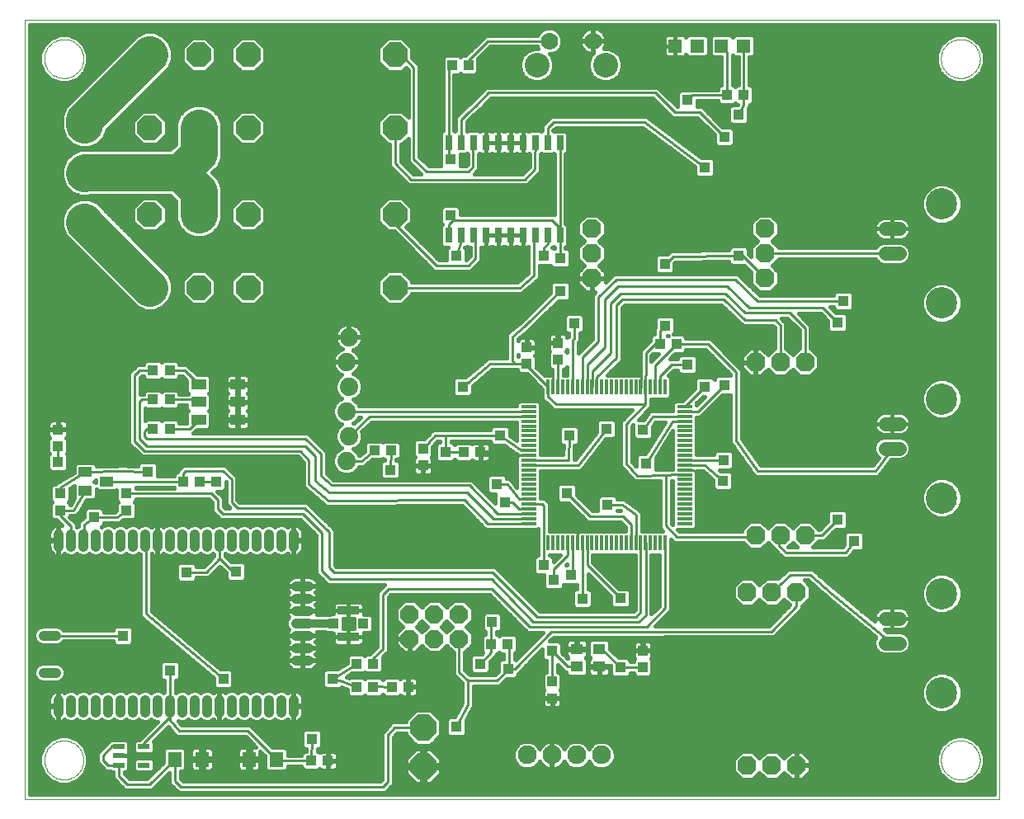
<source format=gtl>
G75*
G70*
%OFA0B0*%
%FSLAX24Y24*%
%IPPOS*%
%LPD*%
%AMOC8*
5,1,8,0,0,1.08239X$1,22.5*
%
%ADD10C,0.0000*%
%ADD11C,0.0039*%
%ADD12R,0.0591X0.0118*%
%ADD13R,0.0118X0.0591*%
%ADD14OC8,0.0740*%
%ADD15R,0.0433X0.0394*%
%ADD16R,0.0394X0.0433*%
%ADD17C,0.1000*%
%ADD18C,0.0700*%
%ADD19R,0.0472X0.0217*%
%ADD20R,0.0551X0.0630*%
%ADD21C,0.0740*%
%ADD22C,0.0555*%
%ADD23C,0.1266*%
%ADD24R,0.0555X0.0555*%
%ADD25C,0.0400*%
%ADD26OC8,0.1063*%
%ADD27OC8,0.0760*%
%ADD28OC8,0.1000*%
%ADD29OC8,0.0768*%
%ADD30C,0.0760*%
%ADD31R,0.0591X0.0433*%
%ADD32R,0.0551X0.0394*%
%ADD33R,0.0300X0.0600*%
%ADD34R,0.0512X0.0433*%
%ADD35R,0.0866X0.0335*%
%ADD36R,0.0413X0.0394*%
%ADD37C,0.0100*%
%ADD38R,0.0436X0.0436*%
%ADD39C,0.1500*%
%ADD40C,0.0160*%
%ADD41C,0.0320*%
D10*
X000968Y001755D02*
X000970Y001811D01*
X000976Y001866D01*
X000986Y001920D01*
X000999Y001974D01*
X001017Y002027D01*
X001038Y002078D01*
X001062Y002128D01*
X001090Y002176D01*
X001122Y002222D01*
X001156Y002266D01*
X001194Y002307D01*
X001234Y002345D01*
X001277Y002380D01*
X001322Y002412D01*
X001370Y002441D01*
X001419Y002467D01*
X001470Y002489D01*
X001522Y002507D01*
X001576Y002521D01*
X001631Y002532D01*
X001686Y002539D01*
X001741Y002542D01*
X001797Y002541D01*
X001852Y002536D01*
X001907Y002527D01*
X001961Y002515D01*
X002014Y002498D01*
X002066Y002478D01*
X002116Y002454D01*
X002164Y002427D01*
X002211Y002397D01*
X002255Y002363D01*
X002297Y002326D01*
X002335Y002286D01*
X002372Y002244D01*
X002405Y002199D01*
X002434Y002153D01*
X002461Y002104D01*
X002483Y002053D01*
X002503Y002001D01*
X002518Y001947D01*
X002530Y001893D01*
X002538Y001838D01*
X002542Y001783D01*
X002542Y001727D01*
X002538Y001672D01*
X002530Y001617D01*
X002518Y001563D01*
X002503Y001509D01*
X002483Y001457D01*
X002461Y001406D01*
X002434Y001357D01*
X002405Y001311D01*
X002372Y001266D01*
X002335Y001224D01*
X002297Y001184D01*
X002255Y001147D01*
X002211Y001113D01*
X002164Y001083D01*
X002116Y001056D01*
X002066Y001032D01*
X002014Y001012D01*
X001961Y000995D01*
X001907Y000983D01*
X001852Y000974D01*
X001797Y000969D01*
X001741Y000968D01*
X001686Y000971D01*
X001631Y000978D01*
X001576Y000989D01*
X001522Y001003D01*
X001470Y001021D01*
X001419Y001043D01*
X001370Y001069D01*
X001322Y001098D01*
X001277Y001130D01*
X001234Y001165D01*
X001194Y001203D01*
X001156Y001244D01*
X001122Y001288D01*
X001090Y001334D01*
X001062Y001382D01*
X001038Y001432D01*
X001017Y001483D01*
X000999Y001536D01*
X000986Y001590D01*
X000976Y001644D01*
X000970Y001699D01*
X000968Y001755D01*
X037188Y001755D02*
X037190Y001811D01*
X037196Y001866D01*
X037206Y001920D01*
X037219Y001974D01*
X037237Y002027D01*
X037258Y002078D01*
X037282Y002128D01*
X037310Y002176D01*
X037342Y002222D01*
X037376Y002266D01*
X037414Y002307D01*
X037454Y002345D01*
X037497Y002380D01*
X037542Y002412D01*
X037590Y002441D01*
X037639Y002467D01*
X037690Y002489D01*
X037742Y002507D01*
X037796Y002521D01*
X037851Y002532D01*
X037906Y002539D01*
X037961Y002542D01*
X038017Y002541D01*
X038072Y002536D01*
X038127Y002527D01*
X038181Y002515D01*
X038234Y002498D01*
X038286Y002478D01*
X038336Y002454D01*
X038384Y002427D01*
X038431Y002397D01*
X038475Y002363D01*
X038517Y002326D01*
X038555Y002286D01*
X038592Y002244D01*
X038625Y002199D01*
X038654Y002153D01*
X038681Y002104D01*
X038703Y002053D01*
X038723Y002001D01*
X038738Y001947D01*
X038750Y001893D01*
X038758Y001838D01*
X038762Y001783D01*
X038762Y001727D01*
X038758Y001672D01*
X038750Y001617D01*
X038738Y001563D01*
X038723Y001509D01*
X038703Y001457D01*
X038681Y001406D01*
X038654Y001357D01*
X038625Y001311D01*
X038592Y001266D01*
X038555Y001224D01*
X038517Y001184D01*
X038475Y001147D01*
X038431Y001113D01*
X038384Y001083D01*
X038336Y001056D01*
X038286Y001032D01*
X038234Y001012D01*
X038181Y000995D01*
X038127Y000983D01*
X038072Y000974D01*
X038017Y000969D01*
X037961Y000968D01*
X037906Y000971D01*
X037851Y000978D01*
X037796Y000989D01*
X037742Y001003D01*
X037690Y001021D01*
X037639Y001043D01*
X037590Y001069D01*
X037542Y001098D01*
X037497Y001130D01*
X037454Y001165D01*
X037414Y001203D01*
X037376Y001244D01*
X037342Y001288D01*
X037310Y001334D01*
X037282Y001382D01*
X037258Y001432D01*
X037237Y001483D01*
X037219Y001536D01*
X037206Y001590D01*
X037196Y001644D01*
X037190Y001699D01*
X037188Y001755D01*
X037188Y030101D02*
X037190Y030157D01*
X037196Y030212D01*
X037206Y030266D01*
X037219Y030320D01*
X037237Y030373D01*
X037258Y030424D01*
X037282Y030474D01*
X037310Y030522D01*
X037342Y030568D01*
X037376Y030612D01*
X037414Y030653D01*
X037454Y030691D01*
X037497Y030726D01*
X037542Y030758D01*
X037590Y030787D01*
X037639Y030813D01*
X037690Y030835D01*
X037742Y030853D01*
X037796Y030867D01*
X037851Y030878D01*
X037906Y030885D01*
X037961Y030888D01*
X038017Y030887D01*
X038072Y030882D01*
X038127Y030873D01*
X038181Y030861D01*
X038234Y030844D01*
X038286Y030824D01*
X038336Y030800D01*
X038384Y030773D01*
X038431Y030743D01*
X038475Y030709D01*
X038517Y030672D01*
X038555Y030632D01*
X038592Y030590D01*
X038625Y030545D01*
X038654Y030499D01*
X038681Y030450D01*
X038703Y030399D01*
X038723Y030347D01*
X038738Y030293D01*
X038750Y030239D01*
X038758Y030184D01*
X038762Y030129D01*
X038762Y030073D01*
X038758Y030018D01*
X038750Y029963D01*
X038738Y029909D01*
X038723Y029855D01*
X038703Y029803D01*
X038681Y029752D01*
X038654Y029703D01*
X038625Y029657D01*
X038592Y029612D01*
X038555Y029570D01*
X038517Y029530D01*
X038475Y029493D01*
X038431Y029459D01*
X038384Y029429D01*
X038336Y029402D01*
X038286Y029378D01*
X038234Y029358D01*
X038181Y029341D01*
X038127Y029329D01*
X038072Y029320D01*
X038017Y029315D01*
X037961Y029314D01*
X037906Y029317D01*
X037851Y029324D01*
X037796Y029335D01*
X037742Y029349D01*
X037690Y029367D01*
X037639Y029389D01*
X037590Y029415D01*
X037542Y029444D01*
X037497Y029476D01*
X037454Y029511D01*
X037414Y029549D01*
X037376Y029590D01*
X037342Y029634D01*
X037310Y029680D01*
X037282Y029728D01*
X037258Y029778D01*
X037237Y029829D01*
X037219Y029882D01*
X037206Y029936D01*
X037196Y029990D01*
X037190Y030045D01*
X037188Y030101D01*
X000968Y030101D02*
X000970Y030157D01*
X000976Y030212D01*
X000986Y030266D01*
X000999Y030320D01*
X001017Y030373D01*
X001038Y030424D01*
X001062Y030474D01*
X001090Y030522D01*
X001122Y030568D01*
X001156Y030612D01*
X001194Y030653D01*
X001234Y030691D01*
X001277Y030726D01*
X001322Y030758D01*
X001370Y030787D01*
X001419Y030813D01*
X001470Y030835D01*
X001522Y030853D01*
X001576Y030867D01*
X001631Y030878D01*
X001686Y030885D01*
X001741Y030888D01*
X001797Y030887D01*
X001852Y030882D01*
X001907Y030873D01*
X001961Y030861D01*
X002014Y030844D01*
X002066Y030824D01*
X002116Y030800D01*
X002164Y030773D01*
X002211Y030743D01*
X002255Y030709D01*
X002297Y030672D01*
X002335Y030632D01*
X002372Y030590D01*
X002405Y030545D01*
X002434Y030499D01*
X002461Y030450D01*
X002483Y030399D01*
X002503Y030347D01*
X002518Y030293D01*
X002530Y030239D01*
X002538Y030184D01*
X002542Y030129D01*
X002542Y030073D01*
X002538Y030018D01*
X002530Y029963D01*
X002518Y029909D01*
X002503Y029855D01*
X002483Y029803D01*
X002461Y029752D01*
X002434Y029703D01*
X002405Y029657D01*
X002372Y029612D01*
X002335Y029570D01*
X002297Y029530D01*
X002255Y029493D01*
X002211Y029459D01*
X002164Y029429D01*
X002116Y029402D01*
X002066Y029378D01*
X002014Y029358D01*
X001961Y029341D01*
X001907Y029329D01*
X001852Y029320D01*
X001797Y029315D01*
X001741Y029314D01*
X001686Y029317D01*
X001631Y029324D01*
X001576Y029335D01*
X001522Y029349D01*
X001470Y029367D01*
X001419Y029389D01*
X001370Y029415D01*
X001322Y029444D01*
X001277Y029476D01*
X001234Y029511D01*
X001194Y029549D01*
X001156Y029590D01*
X001122Y029634D01*
X001090Y029680D01*
X001062Y029728D01*
X001038Y029778D01*
X001017Y029829D01*
X000999Y029882D01*
X000986Y029936D01*
X000976Y029990D01*
X000970Y030045D01*
X000968Y030101D01*
D11*
X000180Y000180D02*
X039550Y000180D01*
X039550Y031676D01*
X000180Y031676D01*
X000180Y000180D01*
D12*
X020530Y011318D03*
X020530Y011515D03*
X020530Y011711D03*
X020530Y011908D03*
X020530Y012105D03*
X020530Y012302D03*
X020530Y012499D03*
X020530Y012696D03*
X020530Y012893D03*
X020530Y013089D03*
X020530Y013286D03*
X020530Y013483D03*
X020530Y013680D03*
X020530Y013877D03*
X020530Y014074D03*
X020530Y014271D03*
X020530Y014467D03*
X020530Y014664D03*
X020530Y014861D03*
X020530Y015058D03*
X020530Y015255D03*
X020530Y015452D03*
X020530Y015649D03*
X020530Y015845D03*
X020530Y016042D03*
X026830Y016042D03*
X026830Y015845D03*
X026830Y015649D03*
X026830Y015452D03*
X026830Y015255D03*
X026830Y015058D03*
X026830Y014861D03*
X026830Y014664D03*
X026830Y014467D03*
X026830Y014271D03*
X026830Y014074D03*
X026830Y013877D03*
X026830Y013680D03*
X026830Y013483D03*
X026830Y013286D03*
X026830Y013089D03*
X026830Y012893D03*
X026830Y012696D03*
X026830Y012499D03*
X026830Y012302D03*
X026830Y012105D03*
X026830Y011908D03*
X026830Y011711D03*
X026830Y011515D03*
X026830Y011318D03*
D13*
X026042Y010530D03*
X025845Y010530D03*
X025649Y010530D03*
X025452Y010530D03*
X025255Y010530D03*
X025058Y010530D03*
X024861Y010530D03*
X024664Y010530D03*
X024467Y010530D03*
X024271Y010530D03*
X024074Y010530D03*
X023877Y010530D03*
X023680Y010530D03*
X023483Y010530D03*
X023286Y010530D03*
X023089Y010530D03*
X022893Y010530D03*
X022696Y010530D03*
X022499Y010530D03*
X022302Y010530D03*
X022105Y010530D03*
X021908Y010530D03*
X021711Y010530D03*
X021515Y010530D03*
X021318Y010530D03*
X021318Y016830D03*
X021515Y016830D03*
X021711Y016830D03*
X021908Y016830D03*
X022105Y016830D03*
X022302Y016830D03*
X022499Y016830D03*
X022696Y016830D03*
X022893Y016830D03*
X023089Y016830D03*
X023286Y016830D03*
X023483Y016830D03*
X023680Y016830D03*
X023877Y016830D03*
X024074Y016830D03*
X024271Y016830D03*
X024467Y016830D03*
X024664Y016830D03*
X024861Y016830D03*
X025058Y016830D03*
X025255Y016830D03*
X025452Y016830D03*
X025649Y016830D03*
X025845Y016830D03*
X026042Y016830D03*
D14*
X017722Y007645D03*
X016722Y007645D03*
X015722Y007645D03*
X015722Y006645D03*
X016722Y006645D03*
X017722Y006645D03*
D15*
X012424Y001723D03*
X011755Y001723D03*
X004274Y011853D03*
X004274Y012523D03*
X001597Y012523D03*
X001597Y011853D03*
X001519Y014452D03*
X001519Y015121D03*
X014294Y014274D03*
X014963Y014274D03*
X017916Y014196D03*
X018586Y014196D03*
D16*
X016263Y014334D03*
X016263Y013664D03*
X020456Y017759D03*
X020456Y018428D03*
X021710Y018611D03*
X021710Y017942D03*
X025830Y018566D03*
X026499Y018566D03*
X028555Y028640D03*
X029224Y028640D03*
X018109Y029849D03*
X017440Y029849D03*
X006026Y017503D03*
X005357Y017503D03*
X005357Y016322D03*
X006026Y016322D03*
X006026Y015141D03*
X005357Y015141D03*
X006578Y013015D03*
X007247Y013015D03*
X013586Y005652D03*
X014255Y005652D03*
X014255Y004708D03*
X015003Y004708D03*
X015672Y004708D03*
X013586Y004708D03*
X019019Y006440D03*
X019688Y006440D03*
X021479Y004924D03*
X021479Y004255D03*
X025141Y005515D03*
X025141Y006184D03*
D17*
X023627Y029839D03*
X020867Y029839D03*
D18*
X021361Y030820D03*
X023133Y030820D03*
D19*
X004991Y002298D03*
X003967Y002298D03*
X003967Y001924D03*
X003967Y001550D03*
X004991Y001550D03*
D20*
X006235Y001786D03*
X007337Y001786D03*
X009235Y001786D03*
X010337Y001786D03*
D21*
X013168Y013845D03*
X013268Y014845D03*
X013168Y015845D03*
X013268Y016845D03*
X013168Y017845D03*
X013268Y018845D03*
D22*
X034942Y022227D02*
X035497Y022227D01*
X035497Y023227D02*
X034942Y023227D01*
X034942Y015353D02*
X035497Y015353D01*
X035497Y014353D02*
X034942Y014353D01*
X034942Y007479D02*
X035497Y007479D01*
X035497Y006479D02*
X034942Y006479D01*
D23*
X037219Y004479D03*
X037219Y008479D03*
X037219Y012353D03*
X037219Y016353D03*
X037219Y020227D03*
X037219Y024227D03*
D24*
X029208Y030617D03*
X028322Y030617D03*
X027337Y030617D03*
X026452Y030617D03*
D25*
X011036Y010886D02*
X011036Y010386D01*
X010536Y010386D02*
X010536Y010886D01*
X010036Y010886D02*
X010036Y010386D01*
X009536Y010386D02*
X009536Y010886D01*
X009036Y010886D02*
X009036Y010386D01*
X008536Y010386D02*
X008536Y010886D01*
X008036Y010886D02*
X008036Y010386D01*
X007536Y010386D02*
X007536Y010886D01*
X007036Y010886D02*
X007036Y010386D01*
X006536Y010386D02*
X006536Y010886D01*
X006036Y010886D02*
X006036Y010386D01*
X005536Y010386D02*
X005536Y010886D01*
X005036Y010886D02*
X005036Y010386D01*
X004536Y010386D02*
X004536Y010886D01*
X004036Y010886D02*
X004036Y010386D01*
X003536Y010386D02*
X003536Y010886D01*
X003036Y010886D02*
X003036Y010386D01*
X002536Y010386D02*
X002536Y010886D01*
X002036Y010886D02*
X002036Y010386D01*
X001536Y010386D02*
X001536Y010886D01*
X001436Y006786D02*
X000936Y006786D01*
X000936Y005286D02*
X001436Y005286D01*
X001536Y004186D02*
X001536Y003686D01*
X002036Y003686D02*
X002036Y004186D01*
X002536Y004186D02*
X002536Y003686D01*
X003036Y003686D02*
X003036Y004186D01*
X003536Y004186D02*
X003536Y003686D01*
X004036Y003686D02*
X004036Y004186D01*
X004536Y004186D02*
X004536Y003686D01*
X005036Y003686D02*
X005036Y004186D01*
X005536Y004186D02*
X005536Y003686D01*
X006036Y003686D02*
X006036Y004186D01*
X006536Y004186D02*
X006536Y003686D01*
X007036Y003686D02*
X007036Y004186D01*
X007536Y004186D02*
X007536Y003686D01*
X008036Y003686D02*
X008036Y004186D01*
X008536Y004186D02*
X008536Y003686D01*
X009036Y003686D02*
X009036Y004186D01*
X009536Y004186D02*
X009536Y003686D01*
X010036Y003686D02*
X010036Y004186D01*
X010536Y004186D02*
X010536Y003686D01*
X011036Y003686D02*
X011036Y004186D01*
X011136Y005786D02*
X011636Y005786D01*
X011636Y006286D02*
X011136Y006286D01*
X011136Y006786D02*
X011636Y006786D01*
X011636Y007286D02*
X011136Y007286D01*
X011136Y007786D02*
X011636Y007786D01*
X011636Y008286D02*
X011136Y008286D01*
X011136Y008786D02*
X011636Y008786D01*
X012650Y007286D02*
X012650Y007267D01*
D26*
X016274Y003066D03*
X016274Y001507D03*
D27*
X029358Y001546D03*
X030358Y001546D03*
X031358Y001546D03*
X031358Y008546D03*
X030358Y008546D03*
X029358Y008546D03*
X029692Y010833D03*
X030692Y010833D03*
X031692Y010833D03*
X031692Y017833D03*
X030692Y017833D03*
X029692Y017833D03*
X030078Y021227D03*
X030078Y022227D03*
X030078Y023227D03*
X023078Y023227D03*
X023078Y022227D03*
X023078Y021227D03*
D28*
X015133Y020849D03*
X015133Y023802D03*
X015133Y027306D03*
X015133Y030259D03*
X009192Y030259D03*
X007208Y030259D03*
X005223Y030259D03*
X005223Y027306D03*
X007208Y027306D03*
X009192Y027306D03*
X009192Y023802D03*
X007208Y023802D03*
X005223Y023802D03*
X005223Y020849D03*
X007208Y020849D03*
X009192Y020849D03*
D29*
X002589Y023507D03*
X002589Y025475D03*
X002589Y027444D03*
D30*
X020467Y001956D03*
X021467Y001956D03*
X022467Y001956D03*
X023467Y001956D03*
D31*
X008774Y015515D03*
X008774Y016223D03*
X008774Y016932D03*
X007200Y016932D03*
X007200Y016223D03*
X007200Y015515D03*
D32*
X003483Y013015D03*
X002617Y013389D03*
X002617Y012641D03*
D33*
X017292Y022957D03*
X017792Y022957D03*
X018292Y022957D03*
X018792Y022957D03*
X019292Y022957D03*
X019792Y022957D03*
X020292Y022957D03*
X020792Y022957D03*
X021292Y022957D03*
X021792Y022957D03*
X021792Y026707D03*
X021292Y026717D03*
X020792Y026717D03*
X020292Y026717D03*
X019792Y026717D03*
X019292Y026717D03*
X018792Y026717D03*
X018292Y026717D03*
X017792Y026717D03*
X017292Y026717D03*
D34*
X022483Y006243D03*
X023389Y006243D03*
X023389Y005534D03*
X022483Y005534D03*
D35*
X013251Y006725D03*
X013251Y007808D03*
D36*
X013851Y007267D03*
X012650Y007267D03*
D37*
X014255Y005869D02*
X014629Y006243D01*
X014629Y008448D01*
X014865Y008684D01*
X019038Y008684D01*
X020574Y007149D01*
X025298Y007149D01*
X026042Y007893D01*
X026042Y010530D01*
X026519Y010771D02*
X026066Y011223D01*
X026066Y013271D01*
X026263Y013271D01*
X026282Y013290D01*
X026826Y013290D01*
X026830Y013286D01*
X026830Y013483D02*
X026834Y013487D01*
X027188Y013487D01*
X027345Y013330D01*
X027656Y013680D02*
X026830Y013680D01*
X026830Y013877D02*
X028404Y013877D01*
X027656Y013680D02*
X028389Y013034D01*
X029786Y013448D02*
X034550Y013448D01*
X035219Y014353D01*
X033015Y011479D02*
X032369Y010833D01*
X031692Y010833D01*
X030692Y010833D02*
X030652Y010794D01*
X030652Y010416D01*
X030928Y010141D01*
X033330Y010141D01*
X033684Y010613D01*
X031894Y009254D02*
X032778Y008487D01*
X035219Y006479D01*
X031358Y007972D02*
X030337Y006952D01*
X021432Y006938D01*
X019969Y005436D01*
X019727Y005436D01*
X019708Y005436D01*
X019727Y005436D02*
X019747Y005456D01*
X019747Y006381D01*
X019688Y006440D01*
X019019Y006440D02*
X019019Y006105D01*
X018566Y005652D01*
X018074Y004963D02*
X018074Y004004D01*
X017604Y003096D01*
X016274Y003066D02*
X015121Y003074D01*
X014836Y002759D01*
X014845Y000869D01*
X014649Y000672D01*
X006479Y000672D01*
X006235Y000916D01*
X006235Y001786D01*
X005219Y000771D01*
X004314Y000771D01*
X003967Y001117D01*
X003967Y001550D01*
X003534Y001550D01*
X003330Y001755D01*
X003330Y001952D01*
X003723Y002345D01*
X003920Y002345D01*
X003967Y002298D01*
X004991Y002298D02*
X004991Y002432D01*
X006086Y003526D01*
X006086Y003887D01*
X006036Y003936D01*
X006046Y003946D01*
X006046Y005377D01*
X006036Y003936D02*
X006036Y003379D01*
X006400Y002936D01*
X009188Y002936D01*
X010337Y001786D01*
X010400Y001723D01*
X011755Y001723D01*
X011774Y002609D01*
X013015Y004924D02*
X013586Y004708D01*
X013015Y004924D02*
X012621Y005042D01*
X013586Y005652D01*
X014255Y005652D02*
X014255Y005869D01*
X014294Y004747D02*
X014255Y004708D01*
X014294Y004747D02*
X015003Y004708D01*
X017722Y005315D02*
X017722Y006645D01*
X019019Y006440D02*
X019019Y007286D01*
X019058Y007326D01*
X020692Y007345D02*
X024983Y007345D01*
X025259Y007621D01*
X025259Y010526D01*
X025255Y010530D01*
X025058Y010530D02*
X025058Y007735D01*
X024865Y007542D01*
X020889Y007542D01*
X019078Y009353D01*
X012660Y009353D01*
X012463Y009550D01*
X012463Y010967D01*
X011479Y011952D01*
X008763Y011952D01*
X008526Y012188D01*
X008526Y013093D01*
X008172Y013448D01*
X006676Y013448D01*
X006578Y013349D01*
X006578Y013015D01*
X003483Y013015D01*
X004274Y012523D02*
X007719Y012523D01*
X007975Y012267D01*
X007975Y011912D01*
X008172Y011715D01*
X011400Y011715D01*
X012188Y010928D01*
X012188Y009393D01*
X012503Y009078D01*
X019038Y009078D01*
X020692Y007345D01*
X021479Y006164D02*
X022109Y005534D01*
X022483Y005534D01*
X021479Y004924D02*
X021479Y006164D01*
X019727Y005436D02*
X019255Y004963D01*
X018074Y004963D01*
X017722Y005315D01*
X022696Y008286D02*
X022700Y008290D01*
X022696Y010530D01*
X022503Y010534D02*
X022499Y010530D01*
X022503Y010534D02*
X022503Y011046D01*
X022302Y010530D02*
X022302Y009554D01*
X022227Y009235D01*
X021554Y009054D02*
X021554Y009467D01*
X022109Y010023D01*
X022109Y010526D01*
X022105Y010530D01*
X022893Y010530D02*
X022893Y009633D01*
X024235Y008290D01*
X021554Y009054D02*
X021538Y009038D01*
X021145Y009629D02*
X021145Y012050D01*
X021089Y012105D01*
X020530Y012105D01*
X020530Y011908D02*
X020145Y011908D01*
X019865Y012188D01*
X019570Y012188D01*
X020145Y012302D02*
X019668Y012897D01*
X019255Y012897D01*
X020145Y012302D02*
X020530Y012302D01*
X020530Y011711D02*
X019278Y011711D01*
X018133Y012857D01*
X012562Y012857D01*
X012129Y013251D01*
X012129Y014137D01*
X011519Y014747D01*
X005101Y014747D01*
X005003Y014845D01*
X005003Y015042D01*
X005101Y015141D01*
X005357Y015141D01*
X006026Y015141D02*
X006826Y015141D01*
X007200Y015515D01*
X007200Y016223D02*
X007101Y016322D01*
X006026Y016322D01*
X005357Y016322D02*
X004904Y016322D01*
X004806Y016223D01*
X004806Y014747D01*
X005101Y014452D01*
X011519Y014452D01*
X011893Y014038D01*
X011893Y013054D01*
X012463Y012562D01*
X018054Y012562D01*
X019101Y011515D01*
X020530Y011515D01*
X020530Y011318D02*
X018885Y011318D01*
X017936Y012267D01*
X012444Y012227D01*
X011656Y012897D01*
X011656Y013861D01*
X011302Y014255D01*
X005003Y014255D01*
X004609Y014649D01*
X004609Y017306D01*
X004806Y017503D01*
X005357Y017503D01*
X006026Y017503D02*
X006629Y017503D01*
X007200Y016932D01*
X005141Y013408D02*
X004019Y013428D01*
X002617Y013389D01*
X001597Y012763D01*
X001597Y012523D01*
X001597Y011853D02*
X001597Y011637D01*
X002030Y011204D01*
X002030Y010642D01*
X002036Y010636D01*
X001991Y010682D01*
X002536Y010636D02*
X002582Y010682D01*
X002582Y011282D01*
X002975Y011558D01*
X003900Y011558D01*
X004274Y011853D01*
X002617Y012641D02*
X002188Y011897D01*
X002149Y011873D01*
X002129Y011853D01*
X001597Y011853D01*
X002542Y010642D02*
X002536Y010636D01*
X004904Y010504D02*
X004904Y010768D01*
X005036Y010636D01*
X005062Y010611D01*
X005062Y007660D01*
X008192Y005042D01*
X004149Y006786D02*
X001186Y006786D01*
X006715Y009353D02*
X007503Y009353D01*
X008054Y009904D01*
X008584Y009375D01*
X008706Y009375D01*
X008054Y009904D02*
X008054Y010619D01*
X008036Y010636D01*
X008054Y010654D01*
X008054Y010849D01*
X007936Y012975D02*
X007897Y013015D01*
X007936Y013015D01*
X007897Y013015D02*
X007247Y013015D01*
X001519Y013802D02*
X001519Y014452D01*
X013168Y013845D02*
X013778Y013845D01*
X014294Y014274D01*
X014963Y014274D02*
X014944Y013487D01*
X016263Y014334D02*
X016755Y014864D01*
X017149Y014864D01*
X017168Y014844D01*
X017168Y014196D01*
X017916Y014196D01*
X018586Y014196D02*
X018704Y014078D01*
X020574Y014078D01*
X020570Y014074D01*
X020530Y014074D01*
X020341Y014074D01*
X020337Y014078D01*
X020233Y014271D02*
X019383Y014885D01*
X019362Y014864D01*
X017149Y014864D01*
X017865Y016845D02*
X018975Y017759D01*
X019963Y017759D01*
X019865Y017857D01*
X019865Y018881D01*
X020357Y019274D01*
X020456Y019373D01*
X021814Y020711D01*
X020751Y021341D02*
X020751Y022916D01*
X020792Y022957D01*
X021292Y022957D02*
X021292Y022621D01*
X021145Y022473D01*
X021145Y022129D01*
X021792Y022170D02*
X021814Y022030D01*
X021792Y022170D02*
X021792Y022957D01*
X021792Y023253D01*
X021479Y023566D01*
X017463Y023566D01*
X017463Y023684D01*
X017385Y023763D01*
X017463Y023566D02*
X017306Y023408D01*
X017306Y022971D01*
X017292Y022957D01*
X017792Y022957D02*
X017792Y022725D01*
X017601Y022129D01*
X018093Y021735D02*
X018389Y022030D01*
X018389Y022861D01*
X018292Y022957D01*
X018093Y021735D02*
X016814Y021735D01*
X015133Y023416D01*
X015133Y023802D01*
X015771Y025219D02*
X015133Y025857D01*
X015133Y027306D01*
X015889Y026046D02*
X015889Y029747D01*
X015377Y030259D01*
X015133Y030259D01*
X017292Y029702D02*
X017440Y029849D01*
X017292Y029702D02*
X017292Y026717D01*
X017306Y026704D01*
X017306Y026125D01*
X017385Y026046D01*
X017792Y026717D02*
X017798Y026723D01*
X017798Y027641D01*
X018093Y027936D01*
X018369Y028172D01*
X018920Y028723D01*
X025652Y028723D01*
X026440Y027936D01*
X027444Y027936D01*
X028428Y026952D01*
X029019Y027837D02*
X029224Y028240D01*
X029224Y028640D01*
X029224Y030600D01*
X029208Y030617D01*
X028555Y030384D02*
X028322Y030617D01*
X028555Y030384D02*
X028555Y028640D01*
X028540Y028625D01*
X027149Y028625D01*
X026952Y028428D01*
X025219Y027542D02*
X027641Y025711D01*
X025219Y027542D02*
X021538Y027542D01*
X021292Y027296D01*
X021292Y026717D01*
X020792Y026717D02*
X020790Y025967D01*
X020790Y025633D01*
X020377Y025219D01*
X015771Y025219D01*
X016400Y025534D02*
X015889Y026046D01*
X016400Y025534D02*
X018093Y025534D01*
X018290Y025731D01*
X018290Y026716D01*
X018292Y026717D01*
X021792Y026707D02*
X021792Y022957D01*
X020751Y021341D02*
X020160Y020849D01*
X015133Y020849D01*
X019963Y017759D02*
X020456Y017759D01*
X020456Y017692D01*
X021318Y016830D01*
X021318Y016444D01*
X021637Y016125D01*
X025255Y016125D01*
X024471Y015341D01*
X024471Y013723D01*
X024900Y013255D01*
X026066Y013271D01*
X025269Y013753D02*
X026328Y015452D01*
X026830Y015452D01*
X026830Y015649D02*
X025558Y015649D01*
X025150Y015111D01*
X025255Y016125D02*
X025255Y016830D01*
X025255Y017145D01*
X025259Y017463D01*
X025259Y018211D01*
X025652Y018566D01*
X025830Y018566D01*
X025830Y019097D01*
X026046Y019314D01*
X026499Y018566D02*
X025649Y017715D01*
X025649Y016830D01*
X025845Y016830D02*
X025845Y017282D01*
X026302Y017739D01*
X026952Y017739D01*
X026499Y018566D02*
X027778Y018566D01*
X028920Y017424D01*
X028920Y014668D01*
X029786Y013448D01*
X027361Y015845D02*
X026830Y015845D01*
X026830Y016042D02*
X027641Y016853D01*
X028428Y016912D02*
X027361Y015845D01*
X025062Y016794D02*
X025062Y017345D01*
X025058Y016830D02*
X025058Y016798D01*
X025062Y016794D01*
X024078Y018015D02*
X024078Y020141D01*
X024314Y020377D01*
X028408Y020377D01*
X029274Y019550D01*
X030495Y019550D01*
X030692Y019314D01*
X030692Y017833D01*
X031692Y017833D02*
X031692Y019219D01*
X031086Y019826D01*
X029274Y019826D01*
X028487Y020613D01*
X024235Y020613D01*
X023841Y020219D01*
X023841Y018211D01*
X023093Y017463D01*
X023093Y016834D01*
X023089Y016830D01*
X022897Y016834D02*
X022893Y016830D01*
X022897Y016834D02*
X022897Y017739D01*
X023605Y018448D01*
X023605Y020377D01*
X024156Y020889D01*
X028526Y020889D01*
X029432Y020023D01*
X032424Y020023D01*
X033015Y019432D01*
X033251Y020298D02*
X029786Y020298D01*
X028881Y021164D01*
X024078Y021164D01*
X023330Y020456D01*
X023330Y018684D01*
X022696Y018050D01*
X022696Y016830D01*
X022306Y016834D02*
X022306Y018723D01*
X022365Y018782D01*
X022365Y019393D01*
X024078Y018015D02*
X023290Y017227D01*
X023290Y016834D01*
X023286Y016830D01*
X022306Y016834D02*
X022302Y016830D01*
X021711Y016830D02*
X021710Y016832D01*
X021710Y017942D01*
X021519Y017345D02*
X021519Y016834D01*
X021515Y016830D01*
X020530Y015845D02*
X013168Y015845D01*
X014111Y015649D02*
X013268Y014845D01*
X014111Y015649D02*
X020530Y015649D01*
X022168Y014865D02*
X022145Y013877D01*
X020530Y013877D01*
X020530Y013680D02*
X022538Y013680D01*
X023664Y015141D01*
X020652Y014078D02*
X020574Y014078D01*
X020530Y014271D02*
X020233Y014271D01*
X022070Y012542D02*
X023015Y011597D01*
X024353Y011597D01*
X024668Y011282D01*
X024668Y010534D01*
X024664Y010530D01*
X024861Y010530D02*
X024865Y010534D01*
X024865Y011676D01*
X024314Y012070D01*
X023723Y012070D01*
X026519Y010771D02*
X029629Y010771D01*
X029692Y010833D01*
X031092Y009254D02*
X031894Y009254D01*
X031092Y009254D02*
X030358Y008546D01*
X031358Y008546D02*
X031358Y007972D01*
X025141Y005515D02*
X024255Y005515D01*
X024235Y005495D01*
X023487Y006243D01*
X023389Y006243D01*
X030078Y021227D02*
X029176Y022129D01*
X029019Y022129D01*
X026361Y022109D01*
X026066Y021814D01*
X026026Y021814D01*
X030078Y022227D02*
X035219Y022227D01*
X021361Y030820D02*
X018891Y030820D01*
X018109Y030038D01*
X018109Y029849D01*
D38*
X017385Y026046D03*
X017385Y023763D03*
X017601Y022129D03*
X021145Y022129D03*
X021814Y022030D03*
X021814Y020711D03*
X022365Y019393D03*
X026046Y019314D03*
X026952Y017739D03*
X027641Y016853D03*
X028428Y016912D03*
X025150Y015111D03*
X023664Y015141D03*
X022168Y014865D03*
X019383Y014885D03*
X017168Y014196D03*
X019255Y012897D03*
X019570Y012188D03*
X022070Y012542D03*
X023723Y012070D03*
X025269Y013753D03*
X028404Y013877D03*
X028389Y013034D03*
X033015Y011479D03*
X033684Y010613D03*
X024235Y008290D03*
X022696Y008286D03*
X021538Y009038D03*
X022227Y009235D03*
X021145Y009629D03*
X019058Y007326D03*
X018566Y005652D03*
X019708Y005436D03*
X021479Y006164D03*
X024235Y005495D03*
X017604Y003096D03*
X012621Y005042D03*
X011774Y002609D03*
X008192Y005042D03*
X006046Y005377D03*
X004149Y006786D03*
X006715Y009353D03*
X008706Y009375D03*
X007897Y013015D03*
X005141Y013408D03*
X002975Y011558D03*
X001519Y013802D03*
X014944Y013487D03*
X017865Y016845D03*
X026026Y021814D03*
X029019Y022129D03*
X033015Y019432D03*
X033251Y020298D03*
X027641Y025711D03*
X028428Y026952D03*
X029019Y027837D03*
X026952Y028428D03*
D39*
X007208Y027306D02*
X007208Y026263D01*
X006440Y025495D01*
X007208Y024727D01*
X007208Y023802D01*
X006440Y025495D02*
X002609Y025495D01*
X002589Y025475D01*
X002589Y027444D02*
X002589Y027625D01*
X005223Y030259D01*
X002589Y023507D02*
X002589Y023483D01*
X005223Y020849D01*
D40*
X004448Y020310D02*
X000380Y020310D01*
X000380Y020468D02*
X004289Y020468D01*
X004131Y020627D02*
X000380Y020627D01*
X000380Y020785D02*
X003972Y020785D01*
X003814Y020944D02*
X000380Y020944D01*
X000380Y021102D02*
X003655Y021102D01*
X003497Y021261D02*
X000380Y021261D01*
X000380Y021419D02*
X003338Y021419D01*
X003180Y021578D02*
X000380Y021578D01*
X000380Y021736D02*
X003021Y021736D01*
X002863Y021895D02*
X000380Y021895D01*
X000380Y022053D02*
X002704Y022053D01*
X002546Y022212D02*
X000380Y022212D01*
X000380Y022370D02*
X002387Y022370D01*
X002229Y022529D02*
X000380Y022529D01*
X000380Y022687D02*
X002070Y022687D01*
X001912Y022846D02*
X000380Y022846D01*
X000380Y023004D02*
X001781Y023004D01*
X001801Y022956D02*
X004697Y020061D01*
X005038Y019919D01*
X005408Y019919D01*
X005750Y020061D01*
X006012Y020322D01*
X006153Y020664D01*
X006153Y021034D01*
X006012Y021376D01*
X003395Y023993D01*
X003378Y024034D01*
X003116Y024295D01*
X002774Y024437D01*
X002404Y024437D01*
X002063Y024295D01*
X001801Y024034D01*
X001659Y023692D01*
X001659Y023298D01*
X001801Y022956D01*
X001716Y023163D02*
X000380Y023163D01*
X000380Y023321D02*
X001659Y023321D01*
X001659Y023480D02*
X000380Y023480D01*
X000380Y023638D02*
X001659Y023638D01*
X001703Y023797D02*
X000380Y023797D01*
X000380Y023955D02*
X001769Y023955D01*
X001881Y024114D02*
X000380Y024114D01*
X000380Y024272D02*
X002039Y024272D01*
X002389Y024431D02*
X000380Y024431D01*
X000380Y024589D02*
X002299Y024589D01*
X002404Y024545D02*
X002774Y024545D01*
X002822Y024565D01*
X006055Y024565D01*
X006278Y024342D01*
X006278Y023617D01*
X006419Y023275D01*
X006681Y023014D01*
X007023Y022872D01*
X007393Y022872D01*
X007734Y023014D01*
X007996Y023275D01*
X008138Y023617D01*
X008138Y024912D01*
X007996Y025254D01*
X007755Y025495D01*
X007996Y025736D01*
X008138Y026078D01*
X008138Y027491D01*
X007996Y027833D01*
X007734Y028094D01*
X007393Y028236D01*
X007023Y028236D01*
X006681Y028094D01*
X006419Y027833D01*
X006278Y027491D01*
X006278Y026648D01*
X006055Y026425D01*
X002424Y026425D01*
X002082Y026283D01*
X001821Y026022D01*
X001801Y026002D01*
X001659Y025660D01*
X001659Y025290D01*
X001801Y024948D01*
X002063Y024687D01*
X002404Y024545D01*
X002789Y024431D02*
X004890Y024431D01*
X004942Y024482D02*
X004543Y024084D01*
X004543Y023520D01*
X004942Y023122D01*
X005505Y023122D01*
X005903Y023520D01*
X005903Y024084D01*
X005505Y024482D01*
X004942Y024482D01*
X004732Y024272D02*
X003139Y024272D01*
X003298Y024114D02*
X004573Y024114D01*
X004543Y023955D02*
X003433Y023955D01*
X003591Y023797D02*
X004543Y023797D01*
X004543Y023638D02*
X003750Y023638D01*
X003908Y023480D02*
X004584Y023480D01*
X004743Y023321D02*
X004067Y023321D01*
X004225Y023163D02*
X004901Y023163D01*
X004542Y022846D02*
X015378Y022846D01*
X015220Y023004D02*
X007711Y023004D01*
X007883Y023163D02*
X008870Y023163D01*
X008910Y023122D02*
X009473Y023122D01*
X009872Y023520D01*
X009872Y024084D01*
X009473Y024482D01*
X008910Y024482D01*
X008512Y024084D01*
X008512Y023520D01*
X008910Y023122D01*
X008711Y023321D02*
X008015Y023321D01*
X008081Y023480D02*
X008553Y023480D01*
X008512Y023638D02*
X008138Y023638D01*
X008138Y023797D02*
X008512Y023797D01*
X008512Y023955D02*
X008138Y023955D01*
X008138Y024114D02*
X008542Y024114D01*
X008700Y024272D02*
X008138Y024272D01*
X008138Y024431D02*
X008859Y024431D01*
X009525Y024431D02*
X014800Y024431D01*
X014851Y024482D02*
X014453Y024084D01*
X014453Y023520D01*
X014851Y023122D01*
X015102Y023122D01*
X016584Y021640D01*
X016584Y021640D01*
X016719Y021505D01*
X018189Y021505D01*
X018484Y021800D01*
X018619Y021935D01*
X018619Y022477D01*
X018792Y022477D01*
X018792Y022957D01*
X018792Y022957D01*
X018792Y022477D01*
X018966Y022477D01*
X019012Y022490D01*
X019042Y022507D01*
X019073Y022490D01*
X019119Y022477D01*
X019292Y022477D01*
X019292Y022957D01*
X019292Y022957D01*
X018962Y022957D01*
X018792Y022957D01*
X018792Y022957D01*
X019292Y022957D01*
X019292Y022957D01*
X019292Y022477D01*
X019466Y022477D01*
X019512Y022490D01*
X019542Y022507D01*
X019573Y022490D01*
X019619Y022477D01*
X019792Y022477D01*
X019792Y022957D01*
X019792Y022957D01*
X019462Y022957D01*
X019292Y022957D01*
X019292Y022957D01*
X019792Y022957D01*
X019792Y022957D01*
X019792Y022477D01*
X019966Y022477D01*
X020012Y022490D01*
X020042Y022507D01*
X020073Y022490D01*
X020119Y022477D01*
X020292Y022477D01*
X020292Y022957D01*
X020292Y022957D01*
X019962Y022957D01*
X019792Y022957D01*
X019792Y022957D01*
X020292Y022957D01*
X020292Y022957D01*
X020292Y022477D01*
X020466Y022477D01*
X020512Y022490D01*
X020521Y022495D01*
X020521Y021449D01*
X020077Y021079D01*
X015813Y021079D01*
X015813Y021131D01*
X015414Y021529D01*
X014851Y021529D01*
X014453Y021131D01*
X014453Y020568D01*
X014851Y020169D01*
X015414Y020169D01*
X015813Y020568D01*
X015813Y020619D01*
X020150Y020619D01*
X020234Y020612D01*
X020244Y020619D01*
X020256Y020619D01*
X020316Y020679D01*
X020834Y021111D01*
X020846Y021111D01*
X020906Y021171D01*
X020971Y021226D01*
X020972Y021238D01*
X020981Y021246D01*
X020981Y021331D01*
X020989Y021415D01*
X020981Y021425D01*
X020981Y021731D01*
X021423Y021731D01*
X021521Y021632D01*
X022107Y021632D01*
X022212Y021738D01*
X022212Y022323D01*
X022107Y022429D01*
X022022Y022429D01*
X022022Y022483D01*
X022122Y022583D01*
X022122Y023332D01*
X022022Y023432D01*
X022022Y026233D01*
X022122Y026333D01*
X022122Y027082D01*
X022017Y027187D01*
X021568Y027187D01*
X021547Y027167D01*
X021522Y027192D01*
X021522Y027201D01*
X021634Y027312D01*
X025142Y027312D01*
X027243Y025724D01*
X027243Y025419D01*
X027348Y025313D01*
X027933Y025313D01*
X028039Y025419D01*
X028039Y026004D01*
X027933Y026110D01*
X027495Y026110D01*
X025371Y027716D01*
X025315Y027772D01*
X025297Y027772D01*
X025282Y027783D01*
X025203Y027772D01*
X021443Y027772D01*
X021308Y027637D01*
X021062Y027391D01*
X021062Y027192D01*
X021042Y027172D01*
X021017Y027197D01*
X020568Y027197D01*
X020539Y027169D01*
X020512Y027185D01*
X020466Y027197D01*
X020292Y027197D01*
X020119Y027197D01*
X020073Y027185D01*
X020042Y027168D01*
X020012Y027185D01*
X019966Y027197D01*
X019792Y027197D01*
X019619Y027197D01*
X019573Y027185D01*
X019542Y027168D01*
X019512Y027185D01*
X019466Y027197D01*
X019292Y027197D01*
X019119Y027197D01*
X019073Y027185D01*
X019042Y027168D01*
X019012Y027185D01*
X018966Y027197D01*
X018792Y027197D01*
X018619Y027197D01*
X018573Y027185D01*
X018545Y027169D01*
X018517Y027197D01*
X018068Y027197D01*
X018042Y027172D01*
X018028Y027186D01*
X018028Y027545D01*
X018250Y027767D01*
X018454Y027942D01*
X018464Y027942D01*
X018525Y028003D01*
X018591Y028059D01*
X018592Y028070D01*
X019015Y028493D01*
X025557Y028493D01*
X026345Y027706D01*
X027349Y027706D01*
X028030Y027024D01*
X028030Y026659D01*
X028135Y026554D01*
X028721Y026554D01*
X028826Y026659D01*
X028826Y027244D01*
X028721Y027350D01*
X028355Y027350D01*
X027674Y028031D01*
X027539Y028166D01*
X027350Y028166D01*
X027350Y028395D01*
X028178Y028395D01*
X028178Y028349D01*
X028284Y028243D01*
X028826Y028243D01*
X028890Y028306D01*
X028953Y028243D01*
X028968Y028243D01*
X028964Y028236D01*
X028726Y028236D01*
X028620Y028130D01*
X028620Y027545D01*
X028726Y027439D01*
X029311Y027439D01*
X029417Y027545D01*
X029417Y028107D01*
X029454Y028145D01*
X029454Y028185D01*
X029472Y028220D01*
X029465Y028243D01*
X029496Y028243D01*
X029601Y028349D01*
X029601Y028931D01*
X029496Y029036D01*
X029454Y029036D01*
X029454Y030160D01*
X029560Y030160D01*
X029665Y030265D01*
X029665Y030969D01*
X029560Y031074D01*
X028856Y031074D01*
X028765Y030984D01*
X028674Y031074D01*
X027970Y031074D01*
X027864Y030969D01*
X027864Y030265D01*
X027970Y030160D01*
X028325Y030160D01*
X028325Y029036D01*
X028284Y029036D01*
X028178Y028931D01*
X028178Y028855D01*
X027053Y028855D01*
X027024Y028826D01*
X026659Y028826D01*
X026554Y028721D01*
X026554Y028166D01*
X026535Y028166D01*
X025882Y028819D01*
X025748Y028953D01*
X018825Y028953D01*
X018213Y028341D01*
X018008Y028166D01*
X017998Y028166D01*
X017937Y028105D01*
X017871Y028049D01*
X017871Y028038D01*
X017703Y027871D01*
X017568Y027736D01*
X017568Y027197D01*
X017568Y027197D01*
X017542Y027172D01*
X017522Y027192D01*
X017522Y029453D01*
X017711Y029453D01*
X017774Y029516D01*
X017838Y029453D01*
X018381Y029453D01*
X018486Y029558D01*
X018486Y030090D01*
X018986Y030590D01*
X020883Y030590D01*
X020912Y030520D01*
X020912Y030519D01*
X020732Y030519D01*
X020482Y030416D01*
X020291Y030225D01*
X020187Y029975D01*
X020187Y029704D01*
X020291Y029454D01*
X020482Y029263D01*
X020732Y029159D01*
X021002Y029159D01*
X021252Y029263D01*
X021443Y029454D01*
X021547Y029704D01*
X021547Y029975D01*
X021443Y030225D01*
X021378Y030290D01*
X021467Y030290D01*
X021661Y030370D01*
X021810Y030520D01*
X021891Y030714D01*
X021891Y030925D01*
X021810Y031120D01*
X021661Y031269D01*
X021467Y031350D01*
X021256Y031350D01*
X021061Y031269D01*
X020912Y031120D01*
X020883Y031050D01*
X018795Y031050D01*
X018661Y030915D01*
X018014Y030268D01*
X017991Y030246D01*
X017838Y030246D01*
X017774Y030183D01*
X017711Y030246D01*
X017168Y030246D01*
X017063Y030140D01*
X017063Y029798D01*
X017062Y029797D01*
X017062Y027192D01*
X016962Y027092D01*
X016962Y026343D01*
X016987Y026319D01*
X016987Y025764D01*
X016496Y025764D01*
X016119Y026141D01*
X016119Y029842D01*
X015813Y030148D01*
X015813Y030540D01*
X015414Y030939D01*
X014851Y030939D01*
X014453Y030540D01*
X014453Y029977D01*
X014851Y029579D01*
X015414Y029579D01*
X015573Y029737D01*
X015659Y029652D01*
X015659Y027742D01*
X015414Y027986D01*
X014851Y027986D01*
X014453Y027588D01*
X014453Y027024D01*
X014851Y026626D01*
X014903Y026626D01*
X014903Y025762D01*
X015037Y025627D01*
X015675Y024989D01*
X020472Y024989D01*
X020607Y025124D01*
X021020Y025537D01*
X021020Y025967D01*
X021021Y026242D01*
X021042Y026263D01*
X021068Y026237D01*
X021517Y026237D01*
X021537Y026258D01*
X021562Y026233D01*
X021562Y023796D01*
X017783Y023796D01*
X017783Y024055D01*
X017677Y024161D01*
X017092Y024161D01*
X016987Y024055D01*
X016987Y023470D01*
X017043Y023413D01*
X016962Y023332D01*
X016962Y022583D01*
X017068Y022477D01*
X017259Y022477D01*
X017203Y022421D01*
X017203Y021965D01*
X016909Y021965D01*
X015583Y023291D01*
X015813Y023520D01*
X015813Y024084D01*
X015414Y024482D01*
X014851Y024482D01*
X014641Y024272D02*
X009683Y024272D01*
X009842Y024114D02*
X014483Y024114D01*
X014453Y023955D02*
X009872Y023955D01*
X009872Y023797D02*
X014453Y023797D01*
X014453Y023638D02*
X009872Y023638D01*
X009831Y023480D02*
X014494Y023480D01*
X014652Y023321D02*
X009672Y023321D01*
X009514Y023163D02*
X014811Y023163D01*
X015537Y022687D02*
X004701Y022687D01*
X004859Y022529D02*
X015695Y022529D01*
X015854Y022370D02*
X005018Y022370D01*
X005176Y022212D02*
X016012Y022212D01*
X016171Y022053D02*
X005335Y022053D01*
X005493Y021895D02*
X016329Y021895D01*
X016488Y021736D02*
X005652Y021736D01*
X005810Y021578D02*
X016646Y021578D01*
X016821Y022053D02*
X017203Y022053D01*
X017203Y022212D02*
X016663Y022212D01*
X016504Y022370D02*
X017203Y022370D01*
X017017Y022529D02*
X016346Y022529D01*
X016187Y022687D02*
X016962Y022687D01*
X016962Y022846D02*
X016029Y022846D01*
X015870Y023004D02*
X016962Y023004D01*
X016962Y023163D02*
X015712Y023163D01*
X015613Y023321D02*
X016962Y023321D01*
X016987Y023480D02*
X015772Y023480D01*
X015813Y023638D02*
X016987Y023638D01*
X016987Y023797D02*
X015813Y023797D01*
X015813Y023955D02*
X016987Y023955D01*
X017045Y024114D02*
X015783Y024114D01*
X015624Y024272D02*
X021562Y024272D01*
X021562Y024114D02*
X017725Y024114D01*
X017783Y023955D02*
X021562Y023955D01*
X021562Y023797D02*
X017783Y023797D01*
X018792Y022846D02*
X018792Y022846D01*
X018792Y022687D02*
X018792Y022687D01*
X018792Y022529D02*
X018792Y022529D01*
X018619Y022370D02*
X020521Y022370D01*
X020521Y022212D02*
X018619Y022212D01*
X018619Y022053D02*
X020521Y022053D01*
X020521Y021895D02*
X018578Y021895D01*
X018420Y021736D02*
X020521Y021736D01*
X020521Y021578D02*
X018261Y021578D01*
X017999Y021966D02*
X017999Y022421D01*
X017952Y022469D01*
X017954Y022477D01*
X018017Y022477D01*
X018042Y022503D01*
X018068Y022477D01*
X018159Y022477D01*
X018159Y022126D01*
X017999Y021966D01*
X017999Y022053D02*
X018086Y022053D01*
X018159Y022212D02*
X017999Y022212D01*
X017999Y022370D02*
X018159Y022370D01*
X019292Y022529D02*
X019292Y022529D01*
X019292Y022687D02*
X019292Y022687D01*
X019292Y022846D02*
X019292Y022846D01*
X019792Y022846D02*
X019792Y022846D01*
X019792Y022687D02*
X019792Y022687D01*
X019792Y022529D02*
X019792Y022529D01*
X020292Y022529D02*
X020292Y022529D01*
X020292Y022687D02*
X020292Y022687D01*
X020292Y022846D02*
X020292Y022846D01*
X021487Y022477D02*
X021517Y022477D01*
X021542Y022503D01*
X021562Y022483D01*
X021562Y022429D01*
X021536Y022429D01*
X021487Y022477D01*
X022068Y022529D02*
X022587Y022529D01*
X022518Y022459D02*
X022518Y021995D01*
X022786Y021727D01*
X022518Y021459D01*
X022518Y021246D01*
X023060Y021246D01*
X023060Y021209D01*
X023096Y021209D01*
X023096Y020667D01*
X023216Y020667D01*
X023169Y020620D01*
X023102Y020557D01*
X023102Y020553D01*
X023100Y020551D01*
X023100Y020459D01*
X023097Y020367D01*
X023100Y020364D01*
X023100Y018779D01*
X022536Y018216D01*
X022536Y018628D01*
X022595Y018687D01*
X022595Y018994D01*
X022658Y018994D01*
X022763Y019100D01*
X022763Y019685D01*
X022658Y019791D01*
X022072Y019791D01*
X021967Y019685D01*
X021967Y019100D01*
X022072Y018994D01*
X022135Y018994D01*
X022135Y018878D01*
X022086Y018829D01*
X022086Y018851D01*
X022074Y018897D01*
X022050Y018938D01*
X022017Y018972D01*
X021976Y018996D01*
X021930Y019008D01*
X021728Y019008D01*
X021728Y018630D01*
X021691Y018630D01*
X021691Y019008D01*
X021489Y019008D01*
X021443Y018996D01*
X021402Y018972D01*
X021369Y018938D01*
X021345Y018897D01*
X021333Y018851D01*
X021333Y018630D01*
X021691Y018630D01*
X021691Y018593D01*
X021333Y018593D01*
X021333Y018371D01*
X021345Y018325D01*
X021369Y018284D01*
X021376Y018277D01*
X021333Y018233D01*
X021333Y017651D01*
X021438Y017545D01*
X021480Y017545D01*
X021480Y017305D01*
X021184Y017305D01*
X021176Y017297D01*
X020832Y017640D01*
X020832Y018050D01*
X020789Y018093D01*
X020796Y018101D01*
X020820Y018142D01*
X020832Y018188D01*
X020832Y018410D01*
X020474Y018410D01*
X020474Y018446D01*
X020832Y018446D01*
X020832Y018668D01*
X020820Y018714D01*
X020796Y018755D01*
X020763Y018789D01*
X020722Y018812D01*
X020676Y018825D01*
X020474Y018825D01*
X020474Y018446D01*
X020437Y018446D01*
X020437Y018825D01*
X020235Y018825D01*
X020189Y018812D01*
X020148Y018789D01*
X020115Y018755D01*
X020095Y018721D01*
X020095Y018770D01*
X020438Y019044D01*
X020452Y019044D01*
X020511Y019103D01*
X020575Y019154D01*
X020577Y019169D01*
X020618Y019210D01*
X021738Y020313D01*
X022107Y020313D01*
X022212Y020419D01*
X022212Y021004D01*
X022107Y021110D01*
X021521Y021110D01*
X021416Y021004D01*
X021416Y020642D01*
X020361Y019603D01*
X020360Y019603D01*
X020294Y019536D01*
X020226Y019470D01*
X020226Y019469D01*
X020204Y019446D01*
X019784Y019111D01*
X019770Y019111D01*
X019711Y019052D01*
X019647Y019001D01*
X019645Y018986D01*
X019635Y018976D01*
X019635Y018894D01*
X019626Y018811D01*
X019635Y018800D01*
X019635Y017989D01*
X018986Y017989D01*
X018903Y017997D01*
X018893Y017989D01*
X018880Y017989D01*
X018821Y017929D01*
X017987Y017243D01*
X017572Y017243D01*
X017467Y017138D01*
X017467Y016553D01*
X017572Y016447D01*
X018158Y016447D01*
X018263Y016553D01*
X018263Y016875D01*
X019058Y017529D01*
X020079Y017529D01*
X020079Y017468D01*
X020184Y017362D01*
X020460Y017362D01*
X021079Y016743D01*
X021079Y016460D01*
X021088Y016451D01*
X021088Y016349D01*
X021407Y016030D01*
X021407Y016030D01*
X021541Y015895D01*
X024700Y015895D01*
X024376Y015571D01*
X024241Y015437D01*
X024241Y013728D01*
X024237Y013638D01*
X024241Y013634D01*
X024241Y013628D01*
X024305Y013564D01*
X024672Y013164D01*
X024672Y013156D01*
X024735Y013095D01*
X024795Y013029D01*
X024803Y013029D01*
X024808Y013024D01*
X024897Y013025D01*
X024986Y013021D01*
X024991Y013026D01*
X025836Y013037D01*
X025836Y011128D01*
X025958Y011006D01*
X025095Y011006D01*
X025095Y011602D01*
X025108Y011620D01*
X025095Y011695D01*
X025095Y011771D01*
X025080Y011787D01*
X025076Y011808D01*
X025014Y011852D01*
X024960Y011906D01*
X024939Y011906D01*
X024463Y012246D01*
X024409Y012300D01*
X024388Y012300D01*
X024370Y012312D01*
X024295Y012300D01*
X024121Y012300D01*
X024121Y012362D01*
X024016Y012468D01*
X023431Y012468D01*
X023325Y012362D01*
X023325Y011827D01*
X023110Y011827D01*
X022468Y012469D01*
X022468Y012835D01*
X022362Y012940D01*
X021777Y012940D01*
X021672Y012835D01*
X021672Y012250D01*
X021777Y012144D01*
X022143Y012144D01*
X022919Y011367D01*
X024258Y011367D01*
X024438Y011187D01*
X024438Y011006D01*
X022499Y011006D01*
X022499Y010942D01*
X022499Y010942D01*
X022499Y010942D01*
X022499Y011006D01*
X021375Y011006D01*
X021375Y012145D01*
X021185Y012335D01*
X021006Y012335D01*
X021006Y013450D01*
X022460Y013450D01*
X022473Y013440D01*
X022553Y013450D01*
X022634Y013450D01*
X022645Y013462D01*
X022662Y013464D01*
X022711Y013528D01*
X022768Y013585D01*
X022768Y013602D01*
X023648Y014743D01*
X023957Y014743D01*
X024062Y014848D01*
X024062Y015433D01*
X023957Y015539D01*
X023372Y015539D01*
X023266Y015433D01*
X023266Y015001D01*
X022425Y013910D01*
X022375Y013910D01*
X022389Y014467D01*
X022461Y014467D01*
X022566Y014572D01*
X022566Y015158D01*
X022461Y015263D01*
X021876Y015263D01*
X021770Y015158D01*
X021770Y014572D01*
X021876Y014467D01*
X021929Y014467D01*
X021920Y014107D01*
X021006Y014107D01*
X021006Y016176D01*
X020900Y016281D01*
X020161Y016281D01*
X020055Y016176D01*
X020055Y016075D01*
X013668Y016075D01*
X013634Y016157D01*
X013480Y016312D01*
X013448Y016325D01*
X013580Y016379D01*
X013734Y016534D01*
X013818Y016736D01*
X013818Y016955D01*
X013734Y017157D01*
X013580Y017312D01*
X013443Y017368D01*
X013456Y017375D01*
X013526Y017426D01*
X013588Y017487D01*
X013639Y017557D01*
X013678Y017634D01*
X013705Y017717D01*
X013718Y017802D01*
X013718Y017825D01*
X013188Y017825D01*
X013188Y017865D01*
X013718Y017865D01*
X013718Y017889D01*
X013705Y017974D01*
X013678Y018056D01*
X013639Y018134D01*
X013588Y018204D01*
X013526Y018265D01*
X013456Y018316D01*
X013442Y018323D01*
X013479Y018336D01*
X013556Y018375D01*
X013626Y018426D01*
X013688Y018487D01*
X013739Y018557D01*
X013778Y018634D01*
X013805Y018717D01*
X013818Y018802D01*
X013818Y018825D01*
X013288Y018825D01*
X013288Y018865D01*
X013818Y018865D01*
X013818Y018889D01*
X013805Y018974D01*
X013778Y019056D01*
X013739Y019134D01*
X013688Y019204D01*
X013626Y019265D01*
X013556Y019316D01*
X013479Y019355D01*
X013397Y019382D01*
X013311Y019395D01*
X013288Y019395D01*
X013288Y018865D01*
X013248Y018865D01*
X013248Y018825D01*
X012718Y018825D01*
X012718Y018802D01*
X012732Y018717D01*
X012758Y018634D01*
X012798Y018557D01*
X012849Y018487D01*
X012910Y018426D01*
X012980Y018375D01*
X012995Y018367D01*
X012957Y018355D01*
X012880Y018316D01*
X012810Y018265D01*
X012749Y018204D01*
X012698Y018134D01*
X012658Y018056D01*
X012632Y017974D01*
X012618Y017889D01*
X012618Y017865D01*
X013148Y017865D01*
X013148Y017825D01*
X012618Y017825D01*
X012618Y017802D01*
X012632Y017717D01*
X012658Y017634D01*
X012698Y017557D01*
X012749Y017487D01*
X012810Y017426D01*
X012880Y017375D01*
X012957Y017336D01*
X012989Y017325D01*
X012957Y017312D01*
X012802Y017157D01*
X012718Y016955D01*
X012718Y016736D01*
X012802Y016534D01*
X012957Y016379D01*
X012988Y016366D01*
X012857Y016312D01*
X012702Y016157D01*
X012618Y015955D01*
X012618Y015736D01*
X012702Y015534D01*
X012857Y015379D01*
X012988Y015325D01*
X012957Y015312D01*
X012802Y015157D01*
X012718Y014955D01*
X012718Y014736D01*
X012802Y014534D01*
X012957Y014379D01*
X012988Y014366D01*
X012857Y014312D01*
X012702Y014157D01*
X012618Y013955D01*
X012618Y013736D01*
X012702Y013534D01*
X012857Y013379D01*
X013059Y013295D01*
X013278Y013295D01*
X013480Y013379D01*
X013634Y013534D01*
X013668Y013615D01*
X013768Y013615D01*
X013852Y013608D01*
X013862Y013615D01*
X013874Y013615D01*
X013934Y013675D01*
X014201Y013898D01*
X014585Y013898D01*
X014629Y013941D01*
X014672Y013898D01*
X014724Y013898D01*
X014724Y013885D01*
X014651Y013885D01*
X014546Y013780D01*
X014546Y013194D01*
X014651Y013089D01*
X015236Y013089D01*
X015342Y013194D01*
X015342Y013780D01*
X015236Y013885D01*
X015184Y013885D01*
X015184Y013898D01*
X015255Y013898D01*
X015360Y014003D01*
X015360Y014546D01*
X015255Y014651D01*
X014672Y014651D01*
X014629Y014608D01*
X014585Y014651D01*
X014003Y014651D01*
X013898Y014546D01*
X013898Y014244D01*
X013695Y014075D01*
X013668Y014075D01*
X013634Y014157D01*
X013480Y014312D01*
X013448Y014325D01*
X013580Y014379D01*
X013734Y014534D01*
X013818Y014736D01*
X013818Y014955D01*
X013789Y015024D01*
X014203Y015419D01*
X020055Y015419D01*
X020055Y014683D01*
X019781Y014881D01*
X019781Y015177D01*
X019675Y015283D01*
X019090Y015283D01*
X018985Y015177D01*
X018985Y015094D01*
X016845Y015094D01*
X016841Y015097D01*
X016751Y015094D01*
X016660Y015094D01*
X016656Y015090D01*
X016651Y015090D01*
X016589Y015023D01*
X016525Y014959D01*
X016525Y014954D01*
X016317Y014730D01*
X015991Y014730D01*
X015886Y014625D01*
X015886Y014042D01*
X015929Y013999D01*
X015922Y013991D01*
X015898Y013950D01*
X015886Y013904D01*
X015886Y013683D01*
X016244Y013683D01*
X016244Y013646D01*
X015886Y013646D01*
X015886Y013424D01*
X015898Y013378D01*
X015922Y013337D01*
X015955Y013304D01*
X015996Y013280D01*
X016042Y013268D01*
X016244Y013268D01*
X016244Y013646D01*
X016281Y013646D01*
X016281Y013683D01*
X016640Y013683D01*
X016640Y013904D01*
X016627Y013950D01*
X016604Y013991D01*
X016596Y013999D01*
X016640Y014042D01*
X016640Y014401D01*
X016855Y014634D01*
X016938Y014634D01*
X016938Y014594D01*
X016876Y014594D01*
X016770Y014488D01*
X016770Y013903D01*
X016876Y013798D01*
X017461Y013798D01*
X017554Y013890D01*
X017625Y013819D01*
X018207Y013819D01*
X018251Y013862D01*
X018258Y013855D01*
X018299Y013831D01*
X018345Y013819D01*
X018567Y013819D01*
X018567Y014177D01*
X018604Y014177D01*
X018604Y013819D01*
X018826Y013819D01*
X018872Y013831D01*
X018913Y013855D01*
X018946Y013888D01*
X018970Y013929D01*
X018982Y013975D01*
X018982Y014177D01*
X018604Y014177D01*
X018604Y014214D01*
X018982Y014214D01*
X018982Y014416D01*
X018970Y014462D01*
X018946Y014503D01*
X018913Y014537D01*
X018872Y014560D01*
X018826Y014573D01*
X018604Y014573D01*
X018604Y014214D01*
X018567Y014214D01*
X018567Y014573D01*
X018345Y014573D01*
X018299Y014560D01*
X018258Y014537D01*
X018251Y014529D01*
X018207Y014573D01*
X017625Y014573D01*
X017554Y014501D01*
X017461Y014594D01*
X017398Y014594D01*
X017398Y014634D01*
X018985Y014634D01*
X018985Y014592D01*
X019090Y014487D01*
X019541Y014487D01*
X020055Y014115D01*
X020055Y014074D01*
X020105Y014074D01*
X020105Y014074D01*
X020055Y014074D01*
X020055Y012781D01*
X019898Y012977D01*
X019898Y012992D01*
X019840Y013050D01*
X019788Y013115D01*
X019774Y013116D01*
X019763Y013127D01*
X019681Y013127D01*
X019653Y013130D01*
X019653Y013189D01*
X019547Y013295D01*
X018962Y013295D01*
X018857Y013189D01*
X018857Y012604D01*
X018962Y012498D01*
X019190Y012498D01*
X019172Y012481D01*
X019172Y012144D01*
X018228Y013087D01*
X012651Y013087D01*
X012359Y013353D01*
X012359Y014232D01*
X012224Y014367D01*
X011614Y014977D01*
X006987Y014977D01*
X007128Y015118D01*
X007570Y015118D01*
X007675Y015224D01*
X007675Y015806D01*
X007612Y015869D01*
X007675Y015932D01*
X007675Y016514D01*
X007612Y016578D01*
X007675Y016641D01*
X007675Y017223D01*
X007570Y017329D01*
X007128Y017329D01*
X006724Y017733D01*
X006403Y017733D01*
X006403Y017794D01*
X006298Y017899D01*
X005755Y017899D01*
X005692Y017836D01*
X005629Y017899D01*
X005086Y017899D01*
X004980Y017794D01*
X004980Y017733D01*
X004711Y017733D01*
X004379Y017401D01*
X004379Y014553D01*
X004773Y014160D01*
X004908Y014025D01*
X011200Y014025D01*
X011426Y013773D01*
X011426Y012981D01*
X011419Y012973D01*
X011426Y012887D01*
X011426Y012801D01*
X011434Y012794D01*
X011435Y012783D01*
X011500Y012727D01*
X011561Y012667D01*
X011572Y012667D01*
X012288Y012057D01*
X012350Y011997D01*
X012360Y011997D01*
X012367Y011990D01*
X012454Y011997D01*
X017841Y012036D01*
X018789Y011088D01*
X020152Y011088D01*
X020161Y011079D01*
X020900Y011079D01*
X020915Y011093D01*
X020915Y010027D01*
X020852Y010027D01*
X020746Y009921D01*
X020746Y009336D01*
X020852Y009231D01*
X021140Y009231D01*
X021140Y008746D01*
X021246Y008640D01*
X021831Y008640D01*
X021936Y008746D01*
X021936Y008837D01*
X022469Y008837D01*
X022469Y008684D01*
X022403Y008684D01*
X022298Y008579D01*
X022298Y007994D01*
X022403Y007888D01*
X022988Y007888D01*
X023094Y007994D01*
X023094Y008579D01*
X022988Y008684D01*
X022929Y008684D01*
X022928Y009272D01*
X023837Y008363D01*
X023837Y007998D01*
X023942Y007892D01*
X024528Y007892D01*
X024633Y007998D01*
X024633Y008583D01*
X024528Y008688D01*
X024162Y008688D01*
X023123Y009728D01*
X023123Y010055D01*
X024828Y010055D01*
X024828Y007830D01*
X024770Y007772D01*
X020984Y007772D01*
X019308Y009448D01*
X019173Y009583D01*
X012756Y009583D01*
X012693Y009645D01*
X012693Y011063D01*
X011709Y012047D01*
X011574Y012182D01*
X008858Y012182D01*
X008756Y012283D01*
X008756Y013189D01*
X008622Y013323D01*
X008622Y013323D01*
X008267Y013678D01*
X006581Y013678D01*
X006446Y013543D01*
X006348Y013445D01*
X006348Y013411D01*
X006306Y013411D01*
X006201Y013306D01*
X006201Y013245D01*
X005539Y013245D01*
X005539Y013701D01*
X005433Y013806D01*
X004848Y013806D01*
X004743Y013701D01*
X004743Y013645D01*
X004112Y013656D01*
X004107Y013661D01*
X004017Y013658D01*
X003927Y013660D01*
X003923Y013655D01*
X003073Y013632D01*
X003073Y013660D01*
X002967Y013766D01*
X002267Y013766D01*
X002161Y013660D01*
X002161Y013379D01*
X001532Y012993D01*
X001502Y012993D01*
X001454Y012944D01*
X001396Y012909D01*
X001394Y012899D01*
X001306Y012899D01*
X001201Y012794D01*
X001201Y012251D01*
X001264Y012188D01*
X001201Y012125D01*
X001201Y011582D01*
X001306Y011476D01*
X001432Y011476D01*
X001664Y011245D01*
X001647Y011252D01*
X001574Y011266D01*
X001556Y011266D01*
X001556Y010656D01*
X001516Y010656D01*
X001516Y010616D01*
X001556Y010616D01*
X001556Y010006D01*
X001574Y010006D01*
X001647Y010021D01*
X001716Y010050D01*
X001779Y010091D01*
X001786Y010099D01*
X001821Y010064D01*
X001961Y010006D01*
X002112Y010006D01*
X002252Y010064D01*
X002286Y010099D01*
X002321Y010064D01*
X002461Y010006D01*
X002612Y010006D01*
X002752Y010064D01*
X002786Y010099D01*
X002821Y010064D01*
X002961Y010006D01*
X003112Y010006D01*
X003252Y010064D01*
X003286Y010099D01*
X003321Y010064D01*
X003461Y010006D01*
X003612Y010006D01*
X003752Y010064D01*
X003786Y010099D01*
X003821Y010064D01*
X003961Y010006D01*
X004112Y010006D01*
X004252Y010064D01*
X004286Y010099D01*
X004321Y010064D01*
X004461Y010006D01*
X004612Y010006D01*
X004752Y010064D01*
X004786Y010099D01*
X004821Y010064D01*
X004832Y010060D01*
X004832Y007744D01*
X004824Y007735D01*
X004832Y007650D01*
X004832Y007565D01*
X004840Y007557D01*
X004841Y007545D01*
X004906Y007490D01*
X004967Y007430D01*
X004978Y007430D01*
X007794Y005075D01*
X007794Y004750D01*
X007899Y004644D01*
X008484Y004644D01*
X008590Y004750D01*
X008590Y005335D01*
X008484Y005440D01*
X008074Y005440D01*
X005292Y007768D01*
X005292Y010093D01*
X005294Y010091D01*
X005356Y010050D01*
X005425Y010021D01*
X005499Y010006D01*
X005516Y010006D01*
X005516Y010616D01*
X005556Y010616D01*
X005556Y010006D01*
X005574Y010006D01*
X005647Y010021D01*
X005716Y010050D01*
X005779Y010091D01*
X005786Y010099D01*
X005821Y010064D01*
X005961Y010006D01*
X006112Y010006D01*
X006252Y010064D01*
X006286Y010099D01*
X006321Y010064D01*
X006461Y010006D01*
X006612Y010006D01*
X006752Y010064D01*
X006786Y010099D01*
X006821Y010064D01*
X006961Y010006D01*
X007112Y010006D01*
X007252Y010064D01*
X007286Y010099D01*
X007321Y010064D01*
X007461Y010006D01*
X007612Y010006D01*
X007752Y010064D01*
X007786Y010099D01*
X007821Y010064D01*
X007824Y010063D01*
X007824Y010000D01*
X007408Y009583D01*
X007114Y009583D01*
X007114Y009646D01*
X007008Y009751D01*
X006423Y009751D01*
X006317Y009646D01*
X006317Y009061D01*
X006423Y008955D01*
X007008Y008955D01*
X007114Y009061D01*
X007114Y009123D01*
X007598Y009123D01*
X008054Y009579D01*
X008307Y009326D01*
X008307Y009082D01*
X008413Y008977D01*
X008998Y008977D01*
X009104Y009082D01*
X009104Y009668D01*
X008998Y009773D01*
X008511Y009773D01*
X008284Y010000D01*
X008284Y010097D01*
X008286Y010099D01*
X008321Y010064D01*
X008461Y010006D01*
X008612Y010006D01*
X008752Y010064D01*
X008786Y010099D01*
X008821Y010064D01*
X008961Y010006D01*
X009112Y010006D01*
X009252Y010064D01*
X009286Y010099D01*
X009321Y010064D01*
X009461Y010006D01*
X009612Y010006D01*
X009752Y010064D01*
X009786Y010099D01*
X009821Y010064D01*
X009961Y010006D01*
X010112Y010006D01*
X010252Y010064D01*
X010286Y010099D01*
X010321Y010064D01*
X010461Y010006D01*
X010612Y010006D01*
X010752Y010064D01*
X010786Y010099D01*
X010794Y010091D01*
X010856Y010050D01*
X010925Y010021D01*
X010999Y010006D01*
X011016Y010006D01*
X011016Y010616D01*
X011056Y010616D01*
X011056Y010006D01*
X011074Y010006D01*
X011147Y010021D01*
X011216Y010050D01*
X011279Y010091D01*
X011331Y010144D01*
X011373Y010206D01*
X011402Y010275D01*
X011416Y010349D01*
X011416Y010616D01*
X011056Y010616D01*
X011056Y010656D01*
X011016Y010656D01*
X011016Y011266D01*
X010999Y011266D01*
X010925Y011252D01*
X010856Y011223D01*
X010794Y011181D01*
X010786Y011174D01*
X010752Y011208D01*
X010612Y011266D01*
X010461Y011266D01*
X010321Y011208D01*
X010286Y011174D01*
X010252Y011208D01*
X010112Y011266D01*
X009961Y011266D01*
X009821Y011208D01*
X009786Y011174D01*
X009752Y011208D01*
X009612Y011266D01*
X009461Y011266D01*
X009321Y011208D01*
X009286Y011174D01*
X009252Y011208D01*
X009112Y011266D01*
X008961Y011266D01*
X008821Y011208D01*
X008786Y011174D01*
X008752Y011208D01*
X008612Y011266D01*
X008461Y011266D01*
X008321Y011208D01*
X008286Y011174D01*
X008252Y011208D01*
X008112Y011266D01*
X007961Y011266D01*
X007821Y011208D01*
X007786Y011174D01*
X007752Y011208D01*
X007612Y011266D01*
X007461Y011266D01*
X007321Y011208D01*
X007286Y011174D01*
X007252Y011208D01*
X007112Y011266D01*
X006961Y011266D01*
X006821Y011208D01*
X006786Y011174D01*
X006752Y011208D01*
X006612Y011266D01*
X006461Y011266D01*
X006321Y011208D01*
X006286Y011174D01*
X006252Y011208D01*
X006112Y011266D01*
X005961Y011266D01*
X005821Y011208D01*
X005786Y011174D01*
X005779Y011181D01*
X005716Y011223D01*
X005647Y011252D01*
X005574Y011266D01*
X005556Y011266D01*
X005556Y010656D01*
X005516Y010656D01*
X005516Y011266D01*
X005499Y011266D01*
X005425Y011252D01*
X005356Y011223D01*
X005294Y011181D01*
X005286Y011174D01*
X005252Y011208D01*
X005112Y011266D01*
X004961Y011266D01*
X004821Y011208D01*
X004786Y011174D01*
X004752Y011208D01*
X004612Y011266D01*
X004461Y011266D01*
X004321Y011208D01*
X004286Y011174D01*
X004252Y011208D01*
X004112Y011266D01*
X003961Y011266D01*
X003821Y011208D01*
X003786Y011174D01*
X003752Y011208D01*
X003612Y011266D01*
X003461Y011266D01*
X003321Y011208D01*
X003286Y011174D01*
X003284Y011176D01*
X003373Y011265D01*
X003373Y011328D01*
X003887Y011328D01*
X003968Y011318D01*
X003980Y011328D01*
X003996Y011328D01*
X004054Y011386D01*
X004168Y011476D01*
X004566Y011476D01*
X004671Y011582D01*
X004671Y012125D01*
X004608Y012188D01*
X004671Y012251D01*
X004671Y012293D01*
X007624Y012293D01*
X007745Y012171D01*
X007745Y011817D01*
X007942Y011620D01*
X008077Y011485D01*
X011305Y011485D01*
X011958Y010833D01*
X011958Y009297D01*
X012273Y008982D01*
X012408Y008848D01*
X014703Y008848D01*
X014635Y008779D01*
X014399Y008543D01*
X014399Y006338D01*
X014110Y006049D01*
X013983Y006049D01*
X013920Y005986D01*
X013857Y006049D01*
X013314Y006049D01*
X013209Y005944D01*
X013209Y005686D01*
X012820Y005440D01*
X012328Y005440D01*
X012223Y005335D01*
X012223Y004750D01*
X012328Y004644D01*
X012914Y004644D01*
X012966Y004697D01*
X013209Y004605D01*
X013209Y004416D01*
X013314Y004311D01*
X013857Y004311D01*
X013920Y004374D01*
X013983Y004311D01*
X014526Y004311D01*
X014629Y004414D01*
X014731Y004311D01*
X015274Y004311D01*
X015337Y004374D01*
X015365Y004347D01*
X015406Y004323D01*
X015452Y004311D01*
X015654Y004311D01*
X015654Y004689D01*
X015691Y004689D01*
X015691Y004726D01*
X016049Y004726D01*
X016049Y004948D01*
X016037Y004994D01*
X016013Y005035D01*
X015979Y005068D01*
X015938Y005092D01*
X015893Y005104D01*
X015691Y005104D01*
X015691Y004726D01*
X015654Y004726D01*
X015654Y005104D01*
X015452Y005104D01*
X015406Y005092D01*
X015365Y005068D01*
X015337Y005041D01*
X015274Y005104D01*
X014731Y005104D01*
X014629Y005001D01*
X014526Y005104D01*
X013983Y005104D01*
X013920Y005041D01*
X013857Y005104D01*
X013314Y005104D01*
X013280Y005070D01*
X013176Y005109D01*
X013172Y005117D01*
X013170Y005118D01*
X013389Y005256D01*
X013857Y005256D01*
X013920Y005319D01*
X013983Y005256D01*
X014526Y005256D01*
X014632Y005361D01*
X014632Y005921D01*
X014724Y006013D01*
X014859Y006148D01*
X014859Y008352D01*
X014960Y008454D01*
X018943Y008454D01*
X020478Y006919D01*
X021092Y006919D01*
X020018Y005816D01*
X020000Y005834D01*
X019977Y005834D01*
X019977Y006061D01*
X020065Y006149D01*
X020065Y006731D01*
X019959Y006836D01*
X019416Y006836D01*
X019353Y006773D01*
X019290Y006836D01*
X019249Y006836D01*
X019249Y006928D01*
X019351Y006928D01*
X019456Y007033D01*
X019456Y007618D01*
X019351Y007724D01*
X018765Y007724D01*
X018660Y007618D01*
X018660Y007033D01*
X018765Y006928D01*
X018789Y006928D01*
X018789Y006836D01*
X018747Y006836D01*
X018642Y006731D01*
X018642Y006149D01*
X018689Y006101D01*
X018639Y006051D01*
X018273Y006051D01*
X018168Y005945D01*
X018168Y005360D01*
X018273Y005254D01*
X018858Y005254D01*
X018964Y005360D01*
X018964Y005725D01*
X019249Y006010D01*
X019249Y006043D01*
X019290Y006043D01*
X019353Y006107D01*
X019416Y006043D01*
X019517Y006043D01*
X019517Y005834D01*
X019415Y005834D01*
X019309Y005729D01*
X019309Y005343D01*
X019160Y005193D01*
X018169Y005193D01*
X017952Y005411D01*
X017952Y006097D01*
X018272Y006417D01*
X018272Y006873D01*
X018000Y007145D01*
X018272Y007417D01*
X018272Y007873D01*
X017950Y008195D01*
X017494Y008195D01*
X017222Y007923D01*
X016950Y008195D01*
X016494Y008195D01*
X016222Y007923D01*
X015950Y008195D01*
X015494Y008195D01*
X015172Y007873D01*
X015172Y007417D01*
X015444Y007145D01*
X015172Y006873D01*
X015172Y006665D01*
X015702Y006665D01*
X015702Y006625D01*
X015742Y006625D01*
X015742Y006095D01*
X015950Y006095D01*
X016222Y006367D01*
X016494Y006095D01*
X016950Y006095D01*
X017222Y006367D01*
X017492Y006097D01*
X017492Y005220D01*
X017844Y004868D01*
X017844Y004060D01*
X017551Y003494D01*
X017311Y003494D01*
X017206Y003388D01*
X017206Y002803D01*
X017311Y002698D01*
X017896Y002698D01*
X018002Y002803D01*
X018002Y003365D01*
X018262Y003866D01*
X018304Y003909D01*
X018304Y003948D01*
X018322Y003983D01*
X018304Y004039D01*
X018304Y004733D01*
X019350Y004733D01*
X019654Y005038D01*
X020000Y005038D01*
X020106Y005143D01*
X020106Y005246D01*
X020133Y005274D01*
X020199Y005341D01*
X020199Y005342D01*
X021081Y006248D01*
X021081Y005872D01*
X021187Y005766D01*
X021249Y005766D01*
X021249Y005321D01*
X021208Y005321D01*
X021102Y005215D01*
X021102Y004633D01*
X021146Y004589D01*
X021138Y004582D01*
X021115Y004541D01*
X021102Y004495D01*
X021102Y004273D01*
X021461Y004273D01*
X021461Y004236D01*
X021498Y004236D01*
X021498Y004273D01*
X021856Y004273D01*
X021856Y004495D01*
X021844Y004541D01*
X021820Y004582D01*
X021813Y004589D01*
X021856Y004633D01*
X021856Y005215D01*
X021751Y005321D01*
X021709Y005321D01*
X021709Y005609D01*
X021879Y005439D01*
X022014Y005304D01*
X022047Y005304D01*
X022047Y005243D01*
X022153Y005138D01*
X022814Y005138D01*
X022919Y005243D01*
X022919Y005825D01*
X022856Y005889D01*
X022883Y005916D01*
X022907Y005957D01*
X022919Y006003D01*
X022919Y006215D01*
X022511Y006215D01*
X022511Y006271D01*
X022455Y006271D01*
X022455Y006215D01*
X022047Y006215D01*
X022047Y006003D01*
X022060Y005957D01*
X022083Y005916D01*
X022110Y005889D01*
X022095Y005873D01*
X021877Y006091D01*
X021877Y006457D01*
X021772Y006562D01*
X021387Y006562D01*
X021529Y006709D01*
X030337Y006722D01*
X030433Y006722D01*
X030500Y006789D01*
X031588Y007877D01*
X031588Y007986D01*
X031590Y007986D01*
X031918Y008314D01*
X031918Y008778D01*
X031672Y009024D01*
X031808Y009024D01*
X032558Y008373D01*
X032559Y008370D01*
X032630Y008311D01*
X032700Y008251D01*
X032703Y008251D01*
X034551Y006731D01*
X034484Y006570D01*
X034484Y006388D01*
X034554Y006220D01*
X034683Y006091D01*
X034851Y006022D01*
X035588Y006022D01*
X035756Y006091D01*
X035885Y006220D01*
X035954Y006388D01*
X035954Y006570D01*
X035885Y006738D01*
X035756Y006867D01*
X035588Y006937D01*
X035025Y006937D01*
X034922Y007022D01*
X035219Y007022D01*
X035219Y007479D01*
X034484Y007479D01*
X034484Y007443D01*
X034496Y007372D01*
X032927Y008663D01*
X032050Y009422D01*
X031989Y009484D01*
X031979Y009484D01*
X031972Y009490D01*
X031885Y009484D01*
X031095Y009484D01*
X031001Y009486D01*
X031000Y009484D01*
X030997Y009484D01*
X030931Y009418D01*
X030599Y009097D01*
X030590Y009106D01*
X030126Y009106D01*
X029858Y008838D01*
X029590Y009106D01*
X029126Y009106D01*
X028798Y008778D01*
X028798Y008314D01*
X029126Y007986D01*
X029590Y007986D01*
X029858Y008254D01*
X030126Y007986D01*
X030590Y007986D01*
X030858Y008254D01*
X031086Y008026D01*
X030242Y007182D01*
X025650Y007175D01*
X026272Y007797D01*
X026272Y010152D01*
X026281Y010161D01*
X026281Y010683D01*
X026423Y010541D01*
X029193Y010541D01*
X029460Y010273D01*
X029924Y010273D01*
X030192Y010541D01*
X030460Y010273D01*
X030470Y010273D01*
X030557Y010186D01*
X030833Y009911D01*
X033253Y009911D01*
X033268Y009899D01*
X033346Y009911D01*
X033425Y009911D01*
X033438Y009924D01*
X033456Y009926D01*
X033504Y009990D01*
X033560Y010045D01*
X033560Y010064D01*
X033673Y010215D01*
X033977Y010215D01*
X034082Y010320D01*
X034082Y010906D01*
X033977Y011011D01*
X033391Y011011D01*
X033286Y010906D01*
X033286Y010466D01*
X033215Y010371D01*
X032021Y010371D01*
X032252Y010601D01*
X032252Y010603D01*
X032464Y010603D01*
X032942Y011081D01*
X033307Y011081D01*
X033413Y011187D01*
X033413Y011772D01*
X033307Y011877D01*
X032722Y011877D01*
X032617Y011772D01*
X032617Y011406D01*
X032273Y011063D01*
X032252Y011063D01*
X032252Y011065D01*
X031924Y011393D01*
X031460Y011393D01*
X031192Y011125D01*
X030924Y011393D01*
X030460Y011393D01*
X030192Y011125D01*
X029924Y011393D01*
X029460Y011393D01*
X029132Y011065D01*
X029132Y011001D01*
X026614Y011001D01*
X026536Y011079D01*
X027199Y011079D01*
X027305Y011184D01*
X027305Y013450D01*
X027569Y013450D01*
X027991Y013079D01*
X027991Y012742D01*
X028096Y012636D01*
X028681Y012636D01*
X028787Y012742D01*
X028787Y013327D01*
X028681Y013432D01*
X028285Y013432D01*
X028232Y013479D01*
X028697Y013479D01*
X028803Y013584D01*
X028803Y014170D01*
X028697Y014275D01*
X028112Y014275D01*
X028006Y014170D01*
X028006Y014107D01*
X027305Y014107D01*
X027305Y015615D01*
X027456Y015615D01*
X028355Y016514D01*
X028690Y016514D01*
X028690Y014688D01*
X028677Y014613D01*
X028690Y014595D01*
X028690Y014573D01*
X028744Y014519D01*
X029556Y013374D01*
X029556Y013352D01*
X029610Y013299D01*
X029654Y013237D01*
X029676Y013233D01*
X029691Y013218D01*
X029767Y013218D01*
X029842Y013205D01*
X029860Y013218D01*
X034474Y013218D01*
X034490Y013206D01*
X034567Y013218D01*
X034645Y013218D01*
X034659Y013232D01*
X034678Y013234D01*
X034725Y013297D01*
X034780Y013352D01*
X034780Y013372D01*
X035167Y013896D01*
X035588Y013896D01*
X035756Y013965D01*
X035885Y014094D01*
X035954Y014262D01*
X035954Y014444D01*
X035885Y014612D01*
X035756Y014741D01*
X035588Y014811D01*
X034851Y014811D01*
X034683Y014741D01*
X034554Y014612D01*
X034484Y014444D01*
X034484Y014262D01*
X034554Y014094D01*
X034662Y013986D01*
X034434Y013678D01*
X029905Y013678D01*
X029150Y014742D01*
X029150Y017519D01*
X029015Y017654D01*
X027874Y018796D01*
X026876Y018796D01*
X026876Y018857D01*
X026770Y018962D01*
X026385Y018962D01*
X026444Y019021D01*
X026444Y019607D01*
X026339Y019712D01*
X025753Y019712D01*
X025648Y019607D01*
X025648Y019241D01*
X025600Y019193D01*
X025600Y018962D01*
X025558Y018962D01*
X025453Y018857D01*
X025453Y018696D01*
X025170Y018441D01*
X025163Y018441D01*
X025100Y018378D01*
X025034Y018319D01*
X025034Y018312D01*
X025029Y018307D01*
X025029Y018218D01*
X025024Y018128D01*
X025029Y018123D01*
X025029Y017465D01*
X025027Y017305D01*
X023693Y017305D01*
X024173Y017785D01*
X024308Y017919D01*
X024308Y020045D01*
X024409Y020147D01*
X028316Y020147D01*
X029114Y019386D01*
X029179Y019320D01*
X029182Y019320D01*
X029185Y019318D01*
X029277Y019320D01*
X030387Y019320D01*
X030462Y019231D01*
X030462Y018393D01*
X030460Y018393D01*
X030192Y018125D01*
X029924Y018393D01*
X029710Y018393D01*
X029710Y017852D01*
X029673Y017852D01*
X029673Y017815D01*
X029132Y017815D01*
X029132Y017601D01*
X029460Y017273D01*
X029673Y017273D01*
X029673Y017815D01*
X029710Y017815D01*
X029710Y017273D01*
X029924Y017273D01*
X030192Y017541D01*
X030460Y017273D01*
X030924Y017273D01*
X031192Y017541D01*
X031460Y017273D01*
X031924Y017273D01*
X032252Y017601D01*
X032252Y018065D01*
X031924Y018393D01*
X031922Y018393D01*
X031922Y019315D01*
X031787Y019449D01*
X031444Y019793D01*
X032329Y019793D01*
X032617Y019505D01*
X032617Y019139D01*
X032722Y019034D01*
X033307Y019034D01*
X033413Y019139D01*
X033413Y019725D01*
X033307Y019830D01*
X032942Y019830D01*
X032704Y020068D01*
X032853Y020068D01*
X032853Y020005D01*
X032958Y019900D01*
X033544Y019900D01*
X033649Y020005D01*
X033649Y020591D01*
X033544Y020696D01*
X032958Y020696D01*
X032853Y020591D01*
X032853Y020528D01*
X029879Y020528D01*
X029042Y021329D01*
X028976Y021394D01*
X028973Y021394D01*
X028971Y021396D01*
X028878Y021394D01*
X024081Y021394D01*
X023989Y021397D01*
X023986Y021394D01*
X023982Y021394D01*
X023917Y021329D01*
X023638Y021065D01*
X023638Y021209D01*
X023096Y021209D01*
X023096Y021246D01*
X023638Y021246D01*
X023638Y021459D01*
X023370Y021727D01*
X023638Y021995D01*
X023638Y022459D01*
X023370Y022727D01*
X023638Y022995D01*
X023638Y023459D01*
X023310Y023787D01*
X022846Y023787D01*
X022518Y023459D01*
X022518Y022995D01*
X022786Y022727D01*
X022518Y022459D01*
X022518Y022370D02*
X022165Y022370D01*
X022212Y022212D02*
X022518Y022212D01*
X022518Y022053D02*
X022212Y022053D01*
X022212Y021895D02*
X022619Y021895D01*
X022777Y021736D02*
X022210Y021736D01*
X022518Y021419D02*
X020986Y021419D01*
X020981Y021261D02*
X022518Y021261D01*
X022518Y021209D02*
X022518Y020995D01*
X022846Y020667D01*
X023060Y020667D01*
X023060Y021209D01*
X022518Y021209D01*
X022518Y021102D02*
X022114Y021102D01*
X022212Y020944D02*
X022570Y020944D01*
X022728Y020785D02*
X022212Y020785D01*
X022212Y020627D02*
X023175Y020627D01*
X023100Y020468D02*
X022212Y020468D01*
X021734Y020310D02*
X023100Y020310D01*
X023100Y020151D02*
X021573Y020151D01*
X021412Y019993D02*
X023100Y019993D01*
X023100Y019834D02*
X021251Y019834D01*
X021090Y019676D02*
X021967Y019676D01*
X021967Y019517D02*
X020929Y019517D01*
X020769Y019359D02*
X021967Y019359D01*
X021967Y019200D02*
X020608Y019200D01*
X020434Y019042D02*
X022025Y019042D01*
X022078Y018883D02*
X022135Y018883D01*
X021728Y018883D02*
X021691Y018883D01*
X021691Y018725D02*
X021728Y018725D01*
X021333Y018725D02*
X020814Y018725D01*
X020832Y018566D02*
X021333Y018566D01*
X021333Y018408D02*
X020832Y018408D01*
X020832Y018249D02*
X021349Y018249D01*
X021333Y018091D02*
X020792Y018091D01*
X020832Y017932D02*
X021333Y017932D01*
X021333Y017774D02*
X020832Y017774D01*
X020858Y017615D02*
X021369Y017615D01*
X021480Y017457D02*
X021016Y017457D01*
X021175Y017298D02*
X021177Y017298D01*
X020841Y016981D02*
X018392Y016981D01*
X018263Y016823D02*
X021000Y016823D01*
X021079Y016664D02*
X018263Y016664D01*
X018216Y016506D02*
X021079Y016506D01*
X021089Y016347D02*
X013502Y016347D01*
X013603Y016189D02*
X020068Y016189D01*
X020055Y015396D02*
X014179Y015396D01*
X014013Y015238D02*
X019045Y015238D01*
X019721Y015238D02*
X020055Y015238D01*
X020055Y015079D02*
X019781Y015079D01*
X019781Y014921D02*
X020055Y014921D01*
X020055Y014762D02*
X019945Y014762D01*
X019599Y014445D02*
X018974Y014445D01*
X018982Y014287D02*
X019818Y014287D01*
X020038Y014128D02*
X018982Y014128D01*
X018981Y013970D02*
X020055Y013970D01*
X020055Y013811D02*
X017474Y013811D01*
X016862Y013811D02*
X016640Y013811D01*
X016616Y013970D02*
X016770Y013970D01*
X016770Y014128D02*
X016640Y014128D01*
X016640Y014287D02*
X016770Y014287D01*
X016770Y014445D02*
X016680Y014445D01*
X016827Y014604D02*
X016938Y014604D01*
X017398Y014604D02*
X018985Y014604D01*
X018604Y014445D02*
X018567Y014445D01*
X018567Y014287D02*
X018604Y014287D01*
X018604Y014128D02*
X018567Y014128D01*
X018567Y013970D02*
X018604Y013970D01*
X018857Y013177D02*
X015324Y013177D01*
X015342Y013336D02*
X015923Y013336D01*
X015886Y013494D02*
X015342Y013494D01*
X015342Y013653D02*
X016244Y013653D01*
X016281Y013653D02*
X020055Y013653D01*
X020055Y013494D02*
X016640Y013494D01*
X016640Y013424D02*
X016640Y013646D01*
X016281Y013646D01*
X016281Y013268D01*
X016483Y013268D01*
X016529Y013280D01*
X016570Y013304D01*
X016604Y013337D01*
X016627Y013378D01*
X016640Y013424D01*
X016602Y013336D02*
X020055Y013336D01*
X020055Y013177D02*
X019653Y013177D01*
X019871Y013019D02*
X020055Y013019D01*
X020055Y012860D02*
X019992Y012860D01*
X019172Y012385D02*
X018931Y012385D01*
X018918Y012543D02*
X018772Y012543D01*
X018857Y012702D02*
X018614Y012702D01*
X018455Y012860D02*
X018857Y012860D01*
X018857Y013019D02*
X018297Y013019D01*
X019089Y012226D02*
X019172Y012226D01*
X018444Y011434D02*
X012323Y011434D01*
X012164Y011592D02*
X018285Y011592D01*
X018127Y011751D02*
X012006Y011751D01*
X011847Y011909D02*
X017968Y011909D01*
X018602Y011275D02*
X012481Y011275D01*
X012640Y011117D02*
X018761Y011117D01*
X020832Y010007D02*
X012693Y010007D01*
X012693Y009849D02*
X020746Y009849D01*
X020746Y009690D02*
X012693Y009690D01*
X012693Y010166D02*
X020915Y010166D01*
X020915Y010324D02*
X012693Y010324D01*
X012693Y010483D02*
X020915Y010483D01*
X020915Y010641D02*
X012693Y010641D01*
X012693Y010800D02*
X020915Y010800D01*
X020915Y010958D02*
X012693Y010958D01*
X011958Y010800D02*
X011416Y010800D01*
X011416Y010924D02*
X011402Y010997D01*
X011373Y011066D01*
X011331Y011129D01*
X011279Y011181D01*
X011216Y011223D01*
X011147Y011252D01*
X011074Y011266D01*
X011056Y011266D01*
X011056Y010656D01*
X011416Y010656D01*
X011416Y010924D01*
X011409Y010958D02*
X011833Y010958D01*
X011674Y011117D02*
X011339Y011117D01*
X011516Y011275D02*
X003373Y011275D01*
X002577Y011560D02*
X002509Y011512D01*
X002486Y011512D01*
X002433Y011459D01*
X002372Y011416D01*
X002368Y011394D01*
X002352Y011378D01*
X002352Y011302D01*
X002339Y011229D01*
X002345Y011219D01*
X002321Y011208D01*
X002286Y011174D01*
X002260Y011200D01*
X002260Y011299D01*
X002126Y011434D01*
X001986Y011574D01*
X001994Y011582D01*
X001994Y011623D01*
X002224Y011623D01*
X002285Y011685D01*
X002340Y011699D01*
X002357Y011730D01*
X002388Y011748D01*
X002403Y011810D01*
X002665Y012264D01*
X002967Y012264D01*
X003073Y012369D01*
X003073Y012698D01*
X003133Y012638D01*
X003833Y012638D01*
X003878Y012682D01*
X003878Y012251D01*
X003941Y012188D01*
X003878Y012125D01*
X003878Y011833D01*
X003821Y011788D01*
X003373Y011788D01*
X003373Y011851D01*
X003268Y011956D01*
X002683Y011956D01*
X002577Y011851D01*
X002577Y011560D01*
X002577Y011592D02*
X001994Y011592D01*
X002126Y011434D02*
X002396Y011434D01*
X002347Y011275D02*
X002260Y011275D01*
X002388Y011751D02*
X002577Y011751D01*
X002636Y011909D02*
X002461Y011909D01*
X002552Y012068D02*
X003878Y012068D01*
X003878Y011909D02*
X003315Y011909D01*
X003073Y012385D02*
X003878Y012385D01*
X003878Y012543D02*
X003073Y012543D01*
X003028Y012957D02*
X003028Y013072D01*
X002970Y013015D01*
X003028Y012957D01*
X003028Y013019D02*
X002974Y013019D01*
X003073Y013653D02*
X003819Y013653D01*
X004335Y013653D02*
X004743Y013653D01*
X004804Y014128D02*
X001883Y014128D01*
X001873Y014138D02*
X001915Y014180D01*
X001915Y014723D01*
X001852Y014786D01*
X001879Y014814D01*
X001903Y014855D01*
X001915Y014900D01*
X001915Y015103D01*
X001537Y015103D01*
X001537Y015139D01*
X001915Y015139D01*
X001915Y015341D01*
X001903Y015387D01*
X001879Y015428D01*
X001846Y015462D01*
X001805Y015486D01*
X001759Y015498D01*
X001537Y015498D01*
X001537Y015139D01*
X001500Y015139D01*
X001500Y015103D01*
X001122Y015103D01*
X001122Y014900D01*
X001134Y014855D01*
X001158Y014814D01*
X001185Y014786D01*
X001122Y014723D01*
X001122Y014180D01*
X001164Y014138D01*
X001120Y014095D01*
X001120Y013509D01*
X001226Y013404D01*
X001811Y013404D01*
X001917Y013509D01*
X001917Y014095D01*
X001873Y014138D01*
X001915Y014287D02*
X004646Y014287D01*
X004487Y014445D02*
X001915Y014445D01*
X001915Y014604D02*
X004379Y014604D01*
X004379Y014762D02*
X001876Y014762D01*
X001915Y014921D02*
X004379Y014921D01*
X004379Y015079D02*
X001915Y015079D01*
X001915Y015238D02*
X004379Y015238D01*
X004379Y015396D02*
X001898Y015396D01*
X001537Y015396D02*
X001500Y015396D01*
X001500Y015498D02*
X001278Y015498D01*
X001233Y015486D01*
X001192Y015462D01*
X001158Y015428D01*
X001134Y015387D01*
X001122Y015341D01*
X001122Y015139D01*
X001500Y015139D01*
X001500Y015498D01*
X001500Y015238D02*
X001537Y015238D01*
X001122Y015238D02*
X000380Y015238D01*
X000380Y015396D02*
X001139Y015396D01*
X001122Y015079D02*
X000380Y015079D01*
X000380Y014921D02*
X001122Y014921D01*
X001161Y014762D02*
X000380Y014762D01*
X000380Y014604D02*
X001122Y014604D01*
X001122Y014445D02*
X000380Y014445D01*
X000380Y014287D02*
X001122Y014287D01*
X001154Y014128D02*
X000380Y014128D01*
X000380Y013970D02*
X001120Y013970D01*
X001120Y013811D02*
X000380Y013811D01*
X000380Y013653D02*
X001120Y013653D01*
X001136Y013494D02*
X000380Y013494D01*
X000380Y013336D02*
X002091Y013336D01*
X002161Y013494D02*
X001901Y013494D01*
X001917Y013653D02*
X002161Y013653D01*
X001917Y013811D02*
X011392Y013811D01*
X011426Y013653D02*
X008293Y013653D01*
X008451Y013494D02*
X011426Y013494D01*
X011426Y013336D02*
X008610Y013336D01*
X008756Y013177D02*
X011426Y013177D01*
X011426Y013019D02*
X008756Y013019D01*
X008756Y012860D02*
X011426Y012860D01*
X011526Y012702D02*
X008756Y012702D01*
X008756Y012543D02*
X011717Y012543D01*
X011904Y012385D02*
X008756Y012385D01*
X008814Y012226D02*
X012090Y012226D01*
X012277Y012068D02*
X011689Y012068D01*
X011357Y011434D02*
X004114Y011434D01*
X004671Y011592D02*
X007970Y011592D01*
X007812Y011751D02*
X004671Y011751D01*
X004671Y011909D02*
X007745Y011909D01*
X007745Y012068D02*
X004671Y012068D01*
X004646Y012226D02*
X007691Y012226D01*
X008024Y012543D02*
X008296Y012543D01*
X008189Y012617D02*
X008295Y012722D01*
X008295Y013000D01*
X008296Y012998D01*
X008296Y012093D01*
X008431Y011958D01*
X008444Y011945D01*
X008267Y011945D01*
X008205Y012008D01*
X008205Y012362D01*
X008071Y012497D01*
X007951Y012617D01*
X008189Y012617D01*
X008274Y012702D02*
X008296Y012702D01*
X008295Y012860D02*
X008296Y012860D01*
X008296Y012385D02*
X008183Y012385D01*
X008205Y012226D02*
X008296Y012226D01*
X008322Y012068D02*
X008205Y012068D01*
X006201Y012753D02*
X004671Y012753D01*
X004671Y012785D01*
X006201Y012785D01*
X006201Y012753D01*
X006231Y013336D02*
X005539Y013336D01*
X005539Y013494D02*
X006397Y013494D01*
X006556Y013653D02*
X005539Y013653D01*
X003903Y012226D02*
X002643Y012226D01*
X002183Y012348D02*
X002030Y012083D01*
X001994Y012083D01*
X001994Y012125D01*
X001931Y012188D01*
X001994Y012251D01*
X001994Y012736D01*
X002161Y012839D01*
X002161Y012369D01*
X002183Y012348D01*
X002161Y012385D02*
X001994Y012385D01*
X001994Y012543D02*
X002161Y012543D01*
X002161Y012702D02*
X001994Y012702D01*
X001969Y012226D02*
X002112Y012226D01*
X001226Y012226D02*
X000380Y012226D01*
X000380Y012068D02*
X001201Y012068D01*
X001201Y011909D02*
X000380Y011909D01*
X000380Y011751D02*
X001201Y011751D01*
X001201Y011592D02*
X000380Y011592D01*
X000380Y011434D02*
X001475Y011434D01*
X001499Y011266D02*
X001425Y011252D01*
X001356Y011223D01*
X001294Y011181D01*
X001241Y011129D01*
X001200Y011066D01*
X001171Y010997D01*
X001156Y010924D01*
X001156Y010656D01*
X001516Y010656D01*
X001516Y011266D01*
X001499Y011266D01*
X001634Y011275D02*
X000380Y011275D01*
X000380Y011117D02*
X001233Y011117D01*
X001163Y010958D02*
X000380Y010958D01*
X000380Y010800D02*
X001156Y010800D01*
X001156Y010616D02*
X001156Y010349D01*
X001171Y010275D01*
X001200Y010206D01*
X001241Y010144D01*
X001294Y010091D01*
X001356Y010050D01*
X001425Y010021D01*
X001499Y010006D01*
X001516Y010006D01*
X001516Y010616D01*
X001156Y010616D01*
X001156Y010483D02*
X000380Y010483D01*
X000380Y010641D02*
X001516Y010641D01*
X001516Y010483D02*
X001556Y010483D01*
X001556Y010324D02*
X001516Y010324D01*
X001516Y010166D02*
X001556Y010166D01*
X001556Y010007D02*
X001516Y010007D01*
X001495Y010007D02*
X000380Y010007D01*
X000380Y009849D02*
X004832Y009849D01*
X004832Y010007D02*
X004614Y010007D01*
X004459Y010007D02*
X004114Y010007D01*
X003959Y010007D02*
X003614Y010007D01*
X003459Y010007D02*
X003114Y010007D01*
X002959Y010007D02*
X002614Y010007D01*
X002459Y010007D02*
X002114Y010007D01*
X001959Y010007D02*
X001577Y010007D01*
X001227Y010166D02*
X000380Y010166D01*
X000380Y010324D02*
X001161Y010324D01*
X001516Y010800D02*
X001556Y010800D01*
X001556Y010958D02*
X001516Y010958D01*
X001516Y011117D02*
X001556Y011117D01*
X001201Y012385D02*
X000380Y012385D01*
X000380Y012543D02*
X001201Y012543D01*
X001201Y012702D02*
X000380Y012702D01*
X000380Y012860D02*
X001267Y012860D01*
X001574Y013019D02*
X000380Y013019D01*
X000380Y013177D02*
X001833Y013177D01*
X001917Y013970D02*
X011249Y013970D01*
X011987Y014604D02*
X012773Y014604D01*
X012718Y014762D02*
X011829Y014762D01*
X011670Y014921D02*
X012718Y014921D01*
X012770Y015079D02*
X007089Y015079D01*
X006724Y015371D02*
X006403Y015371D01*
X006403Y015432D01*
X006298Y015537D01*
X005755Y015537D01*
X005692Y015474D01*
X005629Y015537D01*
X005086Y015537D01*
X005036Y015487D01*
X005036Y015975D01*
X005086Y015925D01*
X005629Y015925D01*
X005692Y015988D01*
X005755Y015925D01*
X006298Y015925D01*
X006403Y016031D01*
X006403Y016092D01*
X006724Y016092D01*
X006724Y015932D01*
X006788Y015869D01*
X006724Y015806D01*
X006724Y015371D01*
X006724Y015396D02*
X006403Y015396D01*
X006724Y015555D02*
X005036Y015555D01*
X005036Y015713D02*
X006724Y015713D01*
X006785Y015872D02*
X005036Y015872D01*
X004379Y015872D02*
X000380Y015872D01*
X000380Y016030D02*
X004379Y016030D01*
X004379Y016189D02*
X000380Y016189D01*
X000380Y016347D02*
X004379Y016347D01*
X004379Y016506D02*
X000380Y016506D01*
X000380Y016664D02*
X004379Y016664D01*
X004379Y016823D02*
X000380Y016823D01*
X000380Y016981D02*
X004379Y016981D01*
X004379Y017140D02*
X000380Y017140D01*
X000380Y017298D02*
X004379Y017298D01*
X004434Y017457D02*
X000380Y017457D01*
X000380Y017615D02*
X004593Y017615D01*
X004980Y017774D02*
X000380Y017774D01*
X000380Y017932D02*
X012625Y017932D01*
X012623Y017774D02*
X006403Y017774D01*
X006842Y017615D02*
X012668Y017615D01*
X012779Y017457D02*
X007000Y017457D01*
X006667Y017140D02*
X006331Y017140D01*
X006298Y017106D02*
X006403Y017212D01*
X006403Y017273D01*
X006534Y017273D01*
X006724Y017082D01*
X006724Y016641D01*
X006788Y016578D01*
X006762Y016552D01*
X006403Y016552D01*
X006403Y016613D01*
X006298Y016718D01*
X005755Y016718D01*
X005692Y016655D01*
X005629Y016718D01*
X005086Y016718D01*
X004980Y016613D01*
X004980Y016552D01*
X004839Y016552D01*
X004839Y017211D01*
X004901Y017273D01*
X004980Y017273D01*
X004980Y017212D01*
X005086Y017106D01*
X005629Y017106D01*
X005692Y017170D01*
X005755Y017106D01*
X006298Y017106D01*
X006724Y016981D02*
X004839Y016981D01*
X004839Y016823D02*
X006724Y016823D01*
X006724Y016664D02*
X006352Y016664D01*
X006403Y016030D02*
X006724Y016030D01*
X007614Y015872D02*
X008360Y015872D01*
X008362Y015869D02*
X008335Y015842D01*
X008311Y015801D01*
X008299Y015755D01*
X008299Y015543D01*
X008746Y015543D01*
X008746Y015486D01*
X008803Y015486D01*
X008803Y015118D01*
X009093Y015118D01*
X009139Y015130D01*
X009180Y015154D01*
X009214Y015188D01*
X009237Y015229D01*
X009250Y015274D01*
X009250Y015486D01*
X008803Y015486D01*
X008803Y015543D01*
X009250Y015543D01*
X009250Y015755D01*
X009237Y015801D01*
X009214Y015842D01*
X009187Y015869D01*
X009214Y015896D01*
X009237Y015937D01*
X009250Y015983D01*
X009250Y016195D01*
X008803Y016195D01*
X008803Y016252D01*
X008746Y016252D01*
X008746Y016904D01*
X008299Y016904D01*
X008299Y016692D01*
X008311Y016646D01*
X008335Y016605D01*
X008362Y016578D01*
X008335Y016550D01*
X008311Y016509D01*
X008299Y016464D01*
X008299Y016252D01*
X008746Y016252D01*
X008746Y016195D01*
X008299Y016195D01*
X008299Y015983D01*
X008311Y015937D01*
X008335Y015896D01*
X008362Y015869D01*
X008299Y015713D02*
X007675Y015713D01*
X007675Y015555D02*
X008299Y015555D01*
X008299Y015486D02*
X008299Y015274D01*
X008311Y015229D01*
X008335Y015188D01*
X008369Y015154D01*
X008410Y015130D01*
X008456Y015118D01*
X008746Y015118D01*
X008746Y015486D01*
X008299Y015486D01*
X008299Y015396D02*
X007675Y015396D01*
X007675Y015238D02*
X008309Y015238D01*
X008746Y015238D02*
X008803Y015238D01*
X008803Y015396D02*
X008746Y015396D01*
X008746Y015543D02*
X008746Y015911D01*
X008746Y016195D01*
X008803Y016195D01*
X008803Y015543D01*
X008746Y015543D01*
X008746Y015555D02*
X008803Y015555D01*
X008803Y015713D02*
X008746Y015713D01*
X008746Y015872D02*
X008803Y015872D01*
X008803Y016030D02*
X008746Y016030D01*
X008746Y016189D02*
X008803Y016189D01*
X008803Y016252D02*
X009250Y016252D01*
X009250Y016464D01*
X009237Y016509D01*
X009214Y016550D01*
X009187Y016578D01*
X009214Y016605D01*
X009237Y016646D01*
X009250Y016692D01*
X009250Y016904D01*
X008803Y016904D01*
X008803Y016960D01*
X009250Y016960D01*
X009250Y017172D01*
X009237Y017218D01*
X009214Y017259D01*
X009180Y017293D01*
X009139Y017316D01*
X009093Y017329D01*
X008803Y017329D01*
X008803Y016960D01*
X008746Y016960D01*
X008746Y016904D01*
X008803Y016904D01*
X008803Y016535D01*
X008803Y016252D01*
X008803Y016347D02*
X008746Y016347D01*
X008746Y016506D02*
X008803Y016506D01*
X008803Y016664D02*
X008746Y016664D01*
X008746Y016823D02*
X008803Y016823D01*
X008746Y016960D02*
X008299Y016960D01*
X008299Y017172D01*
X008311Y017218D01*
X008335Y017259D01*
X008369Y017293D01*
X008410Y017316D01*
X008456Y017329D01*
X008746Y017329D01*
X008746Y016960D01*
X008746Y016981D02*
X008803Y016981D01*
X008803Y017140D02*
X008746Y017140D01*
X008746Y017298D02*
X008803Y017298D01*
X009171Y017298D02*
X012943Y017298D01*
X012795Y017140D02*
X009250Y017140D01*
X009250Y016981D02*
X012729Y016981D01*
X012718Y016823D02*
X009250Y016823D01*
X009242Y016664D02*
X012748Y016664D01*
X012830Y016506D02*
X009239Y016506D01*
X009250Y016347D02*
X012942Y016347D01*
X012734Y016189D02*
X009250Y016189D01*
X009250Y016030D02*
X012649Y016030D01*
X012618Y015872D02*
X009189Y015872D01*
X009250Y015713D02*
X012628Y015713D01*
X012693Y015555D02*
X009250Y015555D01*
X009250Y015396D02*
X012840Y015396D01*
X012883Y015238D02*
X009240Y015238D01*
X008299Y016030D02*
X007675Y016030D01*
X007675Y016189D02*
X008299Y016189D01*
X008299Y016347D02*
X007675Y016347D01*
X007675Y016506D02*
X008310Y016506D01*
X008307Y016664D02*
X007675Y016664D01*
X007675Y016823D02*
X008299Y016823D01*
X008299Y016981D02*
X007675Y016981D01*
X007675Y017140D02*
X008299Y017140D01*
X008378Y017298D02*
X007600Y017298D01*
X005722Y017140D02*
X005662Y017140D01*
X005683Y016664D02*
X005701Y016664D01*
X005032Y016664D02*
X004839Y016664D01*
X004839Y017140D02*
X005053Y017140D01*
X004379Y015713D02*
X000380Y015713D01*
X000380Y015555D02*
X004379Y015555D01*
X000380Y018091D02*
X012676Y018091D01*
X012794Y018249D02*
X000380Y018249D01*
X000380Y018408D02*
X012935Y018408D01*
X012793Y018566D02*
X000380Y018566D01*
X000380Y018725D02*
X012730Y018725D01*
X012718Y018865D02*
X013248Y018865D01*
X013248Y019395D01*
X013225Y019395D01*
X013139Y019382D01*
X013057Y019355D01*
X012980Y019316D01*
X012910Y019265D01*
X012849Y019204D01*
X012798Y019134D01*
X012758Y019056D01*
X012732Y018974D01*
X012718Y018889D01*
X012718Y018865D01*
X012718Y018883D02*
X000380Y018883D01*
X000380Y019042D02*
X012754Y019042D01*
X012846Y019200D02*
X000380Y019200D01*
X000380Y019359D02*
X013068Y019359D01*
X013248Y019359D02*
X013288Y019359D01*
X013288Y019200D02*
X013248Y019200D01*
X013248Y019042D02*
X013288Y019042D01*
X013288Y018883D02*
X013248Y018883D01*
X013690Y019200D02*
X019896Y019200D01*
X020094Y019359D02*
X013469Y019359D01*
X013783Y019042D02*
X019698Y019042D01*
X019634Y018883D02*
X013818Y018883D01*
X013806Y018725D02*
X019635Y018725D01*
X019635Y018566D02*
X013743Y018566D01*
X013601Y018408D02*
X019635Y018408D01*
X019635Y018249D02*
X013542Y018249D01*
X013661Y018091D02*
X019635Y018091D01*
X020095Y018091D02*
X020119Y018091D01*
X020122Y018093D02*
X020095Y018066D01*
X020095Y018135D01*
X020115Y018101D01*
X020122Y018093D01*
X020437Y018566D02*
X020474Y018566D01*
X020474Y018725D02*
X020437Y018725D01*
X020236Y018883D02*
X021341Y018883D01*
X022076Y018332D02*
X022076Y018243D01*
X022043Y018277D01*
X022050Y018284D01*
X022074Y018325D01*
X022076Y018332D01*
X022070Y018249D02*
X022076Y018249D01*
X022536Y018249D02*
X022569Y018249D01*
X022536Y018408D02*
X022728Y018408D01*
X022886Y018566D02*
X022536Y018566D01*
X022595Y018725D02*
X023045Y018725D01*
X023100Y018883D02*
X022595Y018883D01*
X022705Y019042D02*
X023100Y019042D01*
X023100Y019200D02*
X022763Y019200D01*
X022763Y019359D02*
X023100Y019359D01*
X023100Y019517D02*
X022763Y019517D01*
X022763Y019676D02*
X023100Y019676D01*
X024308Y019676D02*
X025717Y019676D01*
X025648Y019517D02*
X024308Y019517D01*
X024308Y019359D02*
X025648Y019359D01*
X025607Y019200D02*
X024308Y019200D01*
X024308Y019042D02*
X025600Y019042D01*
X025479Y018883D02*
X024308Y018883D01*
X024308Y018725D02*
X025453Y018725D01*
X025309Y018566D02*
X024308Y018566D01*
X024308Y018408D02*
X025130Y018408D01*
X025029Y018249D02*
X024308Y018249D01*
X024308Y018091D02*
X025029Y018091D01*
X025029Y017932D02*
X024308Y017932D01*
X024162Y017774D02*
X025029Y017774D01*
X025029Y017615D02*
X024003Y017615D01*
X023845Y017457D02*
X025029Y017457D01*
X025489Y017881D02*
X025489Y018109D01*
X025557Y018170D01*
X025558Y018169D01*
X025777Y018169D01*
X025489Y017881D01*
X025489Y017932D02*
X025540Y017932D01*
X025489Y018091D02*
X025698Y018091D01*
X026227Y017969D02*
X026428Y018169D01*
X026770Y018169D01*
X026876Y018275D01*
X026876Y018336D01*
X027683Y018336D01*
X028690Y017329D01*
X028690Y017310D01*
X028135Y017310D01*
X028030Y017205D01*
X028030Y017155D01*
X027933Y017251D01*
X027348Y017251D01*
X027243Y017146D01*
X027243Y016780D01*
X026743Y016281D01*
X026460Y016281D01*
X026354Y016176D01*
X026354Y015879D01*
X025635Y015879D01*
X025621Y015889D01*
X025542Y015879D01*
X025463Y015879D01*
X025450Y015866D01*
X025432Y015863D01*
X025384Y015800D01*
X025328Y015744D01*
X025328Y015726D01*
X025164Y015509D01*
X024964Y015509D01*
X025485Y016030D01*
X026354Y016030D01*
X026367Y016189D02*
X025485Y016189D01*
X025485Y016347D02*
X026809Y016347D01*
X026968Y016506D02*
X026281Y016506D01*
X026281Y016460D02*
X026281Y017199D01*
X026184Y017296D01*
X026397Y017509D01*
X026554Y017509D01*
X026554Y017446D01*
X026659Y017341D01*
X027244Y017341D01*
X027350Y017446D01*
X027350Y018032D01*
X027244Y018137D01*
X026659Y018137D01*
X026554Y018032D01*
X026554Y017969D01*
X026227Y017969D01*
X026349Y018091D02*
X026612Y018091D01*
X026850Y018249D02*
X027770Y018249D01*
X027928Y018091D02*
X027291Y018091D01*
X027350Y017932D02*
X028087Y017932D01*
X028245Y017774D02*
X027350Y017774D01*
X027350Y017615D02*
X028404Y017615D01*
X028562Y017457D02*
X027350Y017457D01*
X027243Y017140D02*
X026281Y017140D01*
X026281Y016981D02*
X027243Y016981D01*
X027243Y016823D02*
X026281Y016823D01*
X026281Y016664D02*
X027126Y016664D01*
X027460Y016347D02*
X027538Y016347D01*
X027568Y016455D02*
X027646Y016455D01*
X027305Y016114D01*
X027305Y016176D01*
X027297Y016184D01*
X027568Y016455D01*
X027379Y016189D02*
X027301Y016189D01*
X027713Y015872D02*
X028690Y015872D01*
X028690Y016030D02*
X027871Y016030D01*
X028030Y016189D02*
X028690Y016189D01*
X028690Y016347D02*
X028188Y016347D01*
X028347Y016506D02*
X028690Y016506D01*
X029150Y016506D02*
X036406Y016506D01*
X036406Y016515D02*
X036406Y016191D01*
X036530Y015893D01*
X036759Y015664D01*
X037058Y015540D01*
X037381Y015540D01*
X037680Y015664D01*
X037909Y015893D01*
X038032Y016191D01*
X038032Y016515D01*
X037909Y016814D01*
X037680Y017043D01*
X037381Y017166D01*
X037058Y017166D01*
X036759Y017043D01*
X036530Y016814D01*
X036406Y016515D01*
X036468Y016664D02*
X029150Y016664D01*
X029150Y016823D02*
X036539Y016823D01*
X036697Y016981D02*
X029150Y016981D01*
X029150Y017140D02*
X036993Y017140D01*
X037446Y017140D02*
X039350Y017140D01*
X039350Y017298D02*
X031949Y017298D01*
X032107Y017457D02*
X039350Y017457D01*
X039350Y017615D02*
X032252Y017615D01*
X032252Y017774D02*
X039350Y017774D01*
X039350Y017932D02*
X032252Y017932D01*
X032226Y018091D02*
X039350Y018091D01*
X039350Y018249D02*
X032068Y018249D01*
X031922Y018408D02*
X039350Y018408D01*
X039350Y018566D02*
X031922Y018566D01*
X031922Y018725D02*
X039350Y018725D01*
X039350Y018883D02*
X031922Y018883D01*
X031922Y019042D02*
X032714Y019042D01*
X032617Y019200D02*
X031922Y019200D01*
X031878Y019359D02*
X032617Y019359D01*
X032604Y019517D02*
X031719Y019517D01*
X031561Y019676D02*
X032446Y019676D01*
X032779Y019993D02*
X032866Y019993D01*
X032938Y019834D02*
X036502Y019834D01*
X036530Y019767D02*
X036759Y019538D01*
X037058Y019414D01*
X037381Y019414D01*
X037680Y019538D01*
X037909Y019767D01*
X038032Y020066D01*
X038032Y020389D01*
X037909Y020688D01*
X037680Y020917D01*
X037381Y021040D01*
X037058Y021040D01*
X036759Y020917D01*
X036530Y020688D01*
X036406Y020389D01*
X036406Y020066D01*
X036530Y019767D01*
X036621Y019676D02*
X033413Y019676D01*
X033413Y019517D02*
X036809Y019517D01*
X036437Y019993D02*
X033636Y019993D01*
X033649Y020151D02*
X036406Y020151D01*
X036406Y020310D02*
X033649Y020310D01*
X033649Y020468D02*
X036439Y020468D01*
X036505Y020627D02*
X033613Y020627D01*
X032889Y020627D02*
X029776Y020627D01*
X029846Y020667D02*
X030310Y020667D01*
X030638Y020995D01*
X030638Y021459D01*
X030370Y021727D01*
X030638Y021995D01*
X030638Y021997D01*
X034542Y021997D01*
X034554Y021968D01*
X034683Y021839D01*
X034851Y021770D01*
X035588Y021770D01*
X035756Y021839D01*
X035885Y021968D01*
X035954Y022136D01*
X035954Y022318D01*
X035885Y022486D01*
X035756Y022615D01*
X035588Y022685D01*
X034851Y022685D01*
X034683Y022615D01*
X034554Y022486D01*
X034542Y022457D01*
X030638Y022457D01*
X030638Y022459D01*
X030370Y022727D01*
X030638Y022995D01*
X030638Y023459D01*
X030310Y023787D01*
X029846Y023787D01*
X029518Y023459D01*
X029518Y022995D01*
X029786Y022727D01*
X029518Y022459D01*
X029518Y022113D01*
X029417Y022214D01*
X029417Y022421D01*
X029311Y022527D01*
X028726Y022527D01*
X028620Y022421D01*
X028620Y022356D01*
X026360Y022339D01*
X026266Y022339D01*
X026265Y022338D01*
X026264Y022338D01*
X026198Y022271D01*
X026139Y022212D01*
X025734Y022212D01*
X025628Y022107D01*
X025628Y021521D01*
X025734Y021416D01*
X026319Y021416D01*
X026425Y021521D01*
X026425Y021847D01*
X026457Y021880D01*
X028620Y021896D01*
X028620Y021836D01*
X028726Y021731D01*
X029249Y021731D01*
X029519Y021461D01*
X029518Y021459D01*
X029518Y020995D01*
X029846Y020667D01*
X029728Y020785D02*
X029610Y020785D01*
X029570Y020944D02*
X029444Y020944D01*
X029518Y021102D02*
X029279Y021102D01*
X029113Y021261D02*
X029518Y021261D01*
X029518Y021419D02*
X026322Y021419D01*
X026425Y021578D02*
X029402Y021578D01*
X028721Y021736D02*
X026425Y021736D01*
X025731Y021419D02*
X023638Y021419D01*
X023638Y021261D02*
X023845Y021261D01*
X023678Y021102D02*
X023638Y021102D01*
X023096Y021102D02*
X023060Y021102D01*
X023060Y020944D02*
X023096Y020944D01*
X023096Y020785D02*
X023060Y020785D01*
X024308Y019993D02*
X028478Y019993D01*
X028644Y019834D02*
X024308Y019834D01*
X026148Y018916D02*
X026181Y018916D01*
X026164Y018899D01*
X026148Y018916D01*
X026444Y019042D02*
X030462Y019042D01*
X030462Y019200D02*
X026444Y019200D01*
X026444Y019359D02*
X029141Y019359D01*
X028976Y019517D02*
X026444Y019517D01*
X026375Y019676D02*
X028810Y019676D01*
X027945Y018725D02*
X030462Y018725D01*
X030462Y018883D02*
X026850Y018883D01*
X028103Y018566D02*
X030462Y018566D01*
X030462Y018408D02*
X028262Y018408D01*
X028420Y018249D02*
X029316Y018249D01*
X029460Y018393D02*
X029132Y018065D01*
X029132Y017852D01*
X029673Y017852D01*
X029673Y018393D01*
X029460Y018393D01*
X029673Y018249D02*
X029710Y018249D01*
X029710Y018091D02*
X029673Y018091D01*
X029673Y017932D02*
X029710Y017932D01*
X029710Y017774D02*
X029673Y017774D01*
X029673Y017615D02*
X029710Y017615D01*
X029710Y017457D02*
X029673Y017457D01*
X029673Y017298D02*
X029710Y017298D01*
X029949Y017298D02*
X030435Y017298D01*
X030277Y017457D02*
X030107Y017457D01*
X029435Y017298D02*
X029150Y017298D01*
X029150Y017457D02*
X029277Y017457D01*
X029132Y017615D02*
X029054Y017615D01*
X029132Y017774D02*
X028896Y017774D01*
X028737Y017932D02*
X029132Y017932D01*
X029157Y018091D02*
X028579Y018091D01*
X028123Y017298D02*
X026186Y017298D01*
X026345Y017457D02*
X026554Y017457D01*
X026281Y016460D02*
X026176Y016354D01*
X025485Y016354D01*
X025485Y016030D01*
X025456Y015872D02*
X025327Y015872D01*
X025318Y015713D02*
X025168Y015713D01*
X025198Y015555D02*
X025010Y015555D01*
X024752Y015297D02*
X024752Y014818D01*
X024858Y014713D01*
X025443Y014713D01*
X025549Y014818D01*
X025549Y015255D01*
X025672Y015419D01*
X026036Y015419D01*
X025246Y014151D01*
X024976Y014151D01*
X024870Y014046D01*
X024870Y013628D01*
X024701Y013813D01*
X024701Y015246D01*
X024752Y015297D01*
X024752Y015238D02*
X024701Y015238D01*
X024701Y015079D02*
X024752Y015079D01*
X024752Y014921D02*
X024701Y014921D01*
X024701Y014762D02*
X024809Y014762D01*
X024701Y014604D02*
X025528Y014604D01*
X025492Y014762D02*
X025627Y014762D01*
X025549Y014921D02*
X025725Y014921D01*
X025824Y015079D02*
X025549Y015079D01*
X025549Y015238D02*
X025923Y015238D01*
X026022Y015396D02*
X025655Y015396D01*
X026268Y014921D02*
X026354Y014921D01*
X026354Y015060D02*
X025667Y013957D01*
X025667Y013495D01*
X025969Y013499D01*
X025971Y013501D01*
X026064Y013501D01*
X026158Y013502D01*
X026159Y013501D01*
X026167Y013501D01*
X026187Y013520D01*
X026354Y013520D01*
X026354Y015060D01*
X026354Y014762D02*
X026169Y014762D01*
X026070Y014604D02*
X026354Y014604D01*
X026354Y014445D02*
X025971Y014445D01*
X025872Y014287D02*
X026354Y014287D01*
X026354Y014128D02*
X025774Y014128D01*
X025675Y013970D02*
X026354Y013970D01*
X026354Y013811D02*
X025667Y013811D01*
X025667Y013653D02*
X026354Y013653D01*
X026354Y013041D02*
X026354Y012956D01*
X026354Y011260D01*
X026296Y011319D01*
X026296Y013041D01*
X026354Y013041D01*
X026354Y013019D02*
X026296Y013019D01*
X026296Y012860D02*
X026354Y012860D01*
X026354Y012702D02*
X026296Y012702D01*
X026296Y012543D02*
X026354Y012543D01*
X026354Y012385D02*
X026296Y012385D01*
X026296Y012226D02*
X026354Y012226D01*
X026354Y012068D02*
X026296Y012068D01*
X026296Y011909D02*
X026354Y011909D01*
X026354Y011751D02*
X026296Y011751D01*
X026296Y011592D02*
X026354Y011592D01*
X026354Y011434D02*
X026296Y011434D01*
X026339Y011275D02*
X026354Y011275D01*
X025836Y011275D02*
X025095Y011275D01*
X025095Y011117D02*
X025847Y011117D01*
X025836Y011434D02*
X025095Y011434D01*
X025095Y011592D02*
X025836Y011592D01*
X025836Y011751D02*
X025095Y011751D01*
X024935Y011909D02*
X025836Y011909D01*
X025836Y012068D02*
X024713Y012068D01*
X024491Y012226D02*
X025836Y012226D01*
X025836Y012385D02*
X024099Y012385D01*
X024121Y011840D02*
X024240Y011840D01*
X024258Y011827D01*
X024121Y011827D01*
X024121Y011840D01*
X023347Y012385D02*
X022553Y012385D01*
X022468Y012543D02*
X025836Y012543D01*
X025836Y012702D02*
X022468Y012702D01*
X022443Y012860D02*
X025836Y012860D01*
X025836Y013019D02*
X021006Y013019D01*
X021006Y013177D02*
X024660Y013177D01*
X024515Y013336D02*
X021006Y013336D01*
X021006Y012860D02*
X021697Y012860D01*
X021672Y012702D02*
X021006Y012702D01*
X021006Y012543D02*
X021672Y012543D01*
X021672Y012385D02*
X021006Y012385D01*
X021294Y012226D02*
X021695Y012226D01*
X021375Y012068D02*
X022219Y012068D01*
X022378Y011909D02*
X021375Y011909D01*
X021375Y011751D02*
X022536Y011751D01*
X022695Y011592D02*
X021375Y011592D01*
X021375Y011434D02*
X022853Y011434D01*
X023028Y011909D02*
X023325Y011909D01*
X023325Y012068D02*
X022870Y012068D01*
X022711Y012226D02*
X023325Y012226D01*
X024350Y011275D02*
X021375Y011275D01*
X021375Y011117D02*
X024438Y011117D01*
X024828Y010007D02*
X023123Y010007D01*
X023123Y009849D02*
X024828Y009849D01*
X024828Y009690D02*
X023161Y009690D01*
X023319Y009532D02*
X024828Y009532D01*
X024828Y009373D02*
X023478Y009373D01*
X023636Y009215D02*
X024828Y009215D01*
X024828Y009056D02*
X023795Y009056D01*
X023953Y008898D02*
X024828Y008898D01*
X024828Y008739D02*
X024112Y008739D01*
X023778Y008422D02*
X023094Y008422D01*
X023094Y008264D02*
X023837Y008264D01*
X023837Y008105D02*
X023094Y008105D01*
X023047Y007947D02*
X023888Y007947D01*
X024582Y007947D02*
X024828Y007947D01*
X024828Y008105D02*
X024633Y008105D01*
X024633Y008264D02*
X024828Y008264D01*
X024828Y008422D02*
X024633Y008422D01*
X024633Y008581D02*
X024828Y008581D01*
X025489Y008581D02*
X025812Y008581D01*
X025812Y008739D02*
X025489Y008739D01*
X025489Y008898D02*
X025812Y008898D01*
X025812Y009056D02*
X025489Y009056D01*
X025489Y009215D02*
X025812Y009215D01*
X025812Y009373D02*
X025489Y009373D01*
X025489Y009532D02*
X025812Y009532D01*
X025812Y009690D02*
X025489Y009690D01*
X025489Y009849D02*
X025812Y009849D01*
X025812Y010007D02*
X025489Y010007D01*
X025489Y010055D02*
X025489Y007664D01*
X025812Y007988D01*
X025812Y010055D01*
X025489Y010055D01*
X026272Y010007D02*
X030736Y010007D01*
X030578Y010166D02*
X026281Y010166D01*
X026281Y010324D02*
X029409Y010324D01*
X029251Y010483D02*
X026281Y010483D01*
X026281Y010641D02*
X026323Y010641D01*
X026272Y009849D02*
X039350Y009849D01*
X039350Y010007D02*
X033521Y010007D01*
X033636Y010166D02*
X039350Y010166D01*
X039350Y010324D02*
X034082Y010324D01*
X034082Y010483D02*
X039350Y010483D01*
X039350Y010641D02*
X034082Y010641D01*
X034082Y010800D02*
X039350Y010800D01*
X039350Y010958D02*
X034030Y010958D01*
X033338Y010958D02*
X032819Y010958D01*
X032660Y010800D02*
X033286Y010800D01*
X033286Y010641D02*
X032502Y010641D01*
X032133Y010483D02*
X033286Y010483D01*
X033343Y011117D02*
X039350Y011117D01*
X039350Y011275D02*
X033413Y011275D01*
X033413Y011434D02*
X039350Y011434D01*
X039350Y011592D02*
X037506Y011592D01*
X037381Y011540D02*
X037680Y011664D01*
X037909Y011893D01*
X038032Y012191D01*
X038032Y012515D01*
X037909Y012814D01*
X037680Y013043D01*
X037381Y013166D01*
X037058Y013166D01*
X036759Y013043D01*
X036530Y012814D01*
X036406Y012515D01*
X036406Y012191D01*
X036530Y011893D01*
X036759Y011664D01*
X037058Y011540D01*
X037381Y011540D01*
X037767Y011751D02*
X039350Y011751D01*
X039350Y011909D02*
X037915Y011909D01*
X037981Y012068D02*
X039350Y012068D01*
X039350Y012226D02*
X038032Y012226D01*
X038032Y012385D02*
X039350Y012385D01*
X039350Y012543D02*
X038021Y012543D01*
X037955Y012702D02*
X039350Y012702D01*
X039350Y012860D02*
X037862Y012860D01*
X037704Y013019D02*
X039350Y013019D01*
X039350Y013177D02*
X028787Y013177D01*
X028787Y013019D02*
X036735Y013019D01*
X036576Y012860D02*
X028787Y012860D01*
X028747Y012702D02*
X036484Y012702D01*
X036418Y012543D02*
X027305Y012543D01*
X027305Y012385D02*
X036406Y012385D01*
X036406Y012226D02*
X027305Y012226D01*
X027305Y012068D02*
X036458Y012068D01*
X036523Y011909D02*
X027305Y011909D01*
X027305Y011751D02*
X032617Y011751D01*
X032617Y011592D02*
X027305Y011592D01*
X027305Y011434D02*
X032617Y011434D01*
X032485Y011275D02*
X032042Y011275D01*
X032200Y011117D02*
X032327Y011117D01*
X031342Y011275D02*
X031042Y011275D01*
X030342Y011275D02*
X030042Y011275D01*
X029342Y011275D02*
X027305Y011275D01*
X027237Y011117D02*
X029183Y011117D01*
X030133Y010483D02*
X030251Y010483D01*
X030409Y010324D02*
X029975Y010324D01*
X031022Y010372D02*
X031192Y010541D01*
X031362Y010371D01*
X031023Y010371D01*
X031022Y010372D01*
X031133Y010483D02*
X031251Y010483D01*
X030885Y009373D02*
X026272Y009373D01*
X026272Y009215D02*
X030720Y009215D01*
X030076Y009056D02*
X029640Y009056D01*
X029799Y008898D02*
X029918Y008898D01*
X029076Y009056D02*
X026272Y009056D01*
X026272Y008898D02*
X028918Y008898D01*
X028798Y008739D02*
X026272Y008739D01*
X026272Y008581D02*
X028798Y008581D01*
X028798Y008422D02*
X026272Y008422D01*
X026272Y008264D02*
X028849Y008264D01*
X029007Y008105D02*
X026272Y008105D01*
X026272Y007947D02*
X031007Y007947D01*
X031007Y008105D02*
X030709Y008105D01*
X030849Y007788D02*
X026263Y007788D01*
X026104Y007630D02*
X030690Y007630D01*
X030532Y007471D02*
X025946Y007471D01*
X025787Y007313D02*
X030373Y007313D01*
X030707Y006996D02*
X034230Y006996D01*
X034037Y007154D02*
X030865Y007154D01*
X031024Y007313D02*
X033844Y007313D01*
X033652Y007471D02*
X031182Y007471D01*
X031341Y007630D02*
X033459Y007630D01*
X033266Y007788D02*
X031499Y007788D01*
X031588Y007947D02*
X033074Y007947D01*
X032881Y008105D02*
X031709Y008105D01*
X031867Y008264D02*
X032685Y008264D01*
X032502Y008422D02*
X031918Y008422D01*
X031918Y008581D02*
X032319Y008581D01*
X032136Y008739D02*
X031918Y008739D01*
X031954Y008898D02*
X031799Y008898D01*
X032107Y009373D02*
X039350Y009373D01*
X039350Y009215D02*
X037569Y009215D01*
X037680Y009169D02*
X037381Y009292D01*
X037058Y009292D01*
X036759Y009169D01*
X036530Y008940D01*
X036406Y008641D01*
X036406Y008317D01*
X036530Y008019D01*
X036759Y007790D01*
X037058Y007666D01*
X037381Y007666D01*
X037680Y007790D01*
X037909Y008019D01*
X038032Y008317D01*
X038032Y008641D01*
X037909Y008940D01*
X037680Y009169D01*
X037792Y009056D02*
X039350Y009056D01*
X039350Y008898D02*
X037926Y008898D01*
X037992Y008739D02*
X039350Y008739D01*
X039350Y008581D02*
X038032Y008581D01*
X038032Y008422D02*
X039350Y008422D01*
X039350Y008264D02*
X038010Y008264D01*
X037944Y008105D02*
X039350Y008105D01*
X039350Y007947D02*
X037837Y007947D01*
X037675Y007788D02*
X039350Y007788D01*
X039350Y007630D02*
X035929Y007630D01*
X035921Y007655D02*
X035888Y007719D01*
X035846Y007777D01*
X035795Y007828D01*
X035737Y007870D01*
X035672Y007903D01*
X035604Y007925D01*
X035533Y007937D01*
X035219Y007937D01*
X034906Y007937D01*
X034835Y007925D01*
X034766Y007903D01*
X034702Y007870D01*
X034644Y007828D01*
X034593Y007777D01*
X034551Y007719D01*
X034518Y007655D01*
X034496Y007586D01*
X034484Y007515D01*
X034484Y007479D01*
X035219Y007479D01*
X035219Y007479D01*
X035219Y007479D01*
X035219Y007022D01*
X035533Y007022D01*
X035604Y007033D01*
X035672Y007055D01*
X035737Y007088D01*
X035795Y007130D01*
X035846Y007181D01*
X035888Y007239D01*
X035921Y007304D01*
X035943Y007372D01*
X035954Y007443D01*
X035954Y007479D01*
X035219Y007479D01*
X035219Y007937D01*
X035219Y007479D01*
X035219Y007479D01*
X035219Y007479D01*
X035954Y007479D01*
X035954Y007515D01*
X035943Y007586D01*
X035921Y007655D01*
X035835Y007788D02*
X036763Y007788D01*
X036602Y007947D02*
X033798Y007947D01*
X033605Y008105D02*
X036494Y008105D01*
X036429Y008264D02*
X033412Y008264D01*
X033220Y008422D02*
X036406Y008422D01*
X036406Y008581D02*
X033027Y008581D01*
X032839Y008739D02*
X036447Y008739D01*
X036513Y008898D02*
X032656Y008898D01*
X032473Y009056D02*
X036646Y009056D01*
X036870Y009215D02*
X032290Y009215D01*
X033990Y007788D02*
X034604Y007788D01*
X034510Y007630D02*
X034183Y007630D01*
X034376Y007471D02*
X034484Y007471D01*
X034954Y006996D02*
X039350Y006996D01*
X039350Y007154D02*
X035819Y007154D01*
X035924Y007313D02*
X039350Y007313D01*
X039350Y007471D02*
X035954Y007471D01*
X035219Y007471D02*
X035219Y007471D01*
X035219Y007313D02*
X035219Y007313D01*
X035219Y007154D02*
X035219Y007154D01*
X035786Y006837D02*
X039350Y006837D01*
X039350Y006679D02*
X035909Y006679D01*
X035954Y006520D02*
X039350Y006520D01*
X039350Y006362D02*
X035943Y006362D01*
X035868Y006203D02*
X039350Y006203D01*
X039350Y006045D02*
X035643Y006045D01*
X034796Y006045D02*
X025517Y006045D01*
X025517Y005944D02*
X025517Y006166D01*
X025159Y006166D01*
X025159Y006202D01*
X025517Y006202D01*
X025517Y006424D01*
X025505Y006470D01*
X025482Y006511D01*
X025448Y006545D01*
X025407Y006568D01*
X025361Y006580D01*
X025159Y006580D01*
X025159Y006202D01*
X025122Y006202D01*
X025122Y006166D01*
X024764Y006166D01*
X024764Y005944D01*
X024776Y005898D01*
X024800Y005857D01*
X024807Y005849D01*
X024764Y005806D01*
X024764Y005745D01*
X024633Y005745D01*
X024633Y005788D01*
X024528Y005893D01*
X024162Y005893D01*
X023825Y006231D01*
X023825Y006534D01*
X023719Y006640D01*
X023058Y006640D01*
X022953Y006534D01*
X022953Y005952D01*
X023016Y005889D01*
X022989Y005861D01*
X022965Y005820D01*
X022953Y005775D01*
X022953Y005563D01*
X023360Y005563D01*
X023360Y005506D01*
X022953Y005506D01*
X022953Y005294D01*
X022965Y005248D01*
X022989Y005207D01*
X023022Y005174D01*
X023063Y005150D01*
X023109Y005138D01*
X023360Y005138D01*
X023360Y005506D01*
X023417Y005506D01*
X023417Y005563D01*
X023825Y005563D01*
X023825Y005580D01*
X023837Y005568D01*
X023837Y005202D01*
X023942Y005097D01*
X024528Y005097D01*
X024633Y005202D01*
X024633Y005285D01*
X024764Y005285D01*
X024764Y005224D01*
X024869Y005118D01*
X025412Y005118D01*
X025517Y005224D01*
X025517Y005806D01*
X025474Y005849D01*
X025482Y005857D01*
X025505Y005898D01*
X025517Y005944D01*
X025498Y005886D02*
X039350Y005886D01*
X039350Y005728D02*
X025517Y005728D01*
X025517Y005569D02*
X039350Y005569D01*
X039350Y005411D02*
X025517Y005411D01*
X025517Y005252D02*
X036960Y005252D01*
X037058Y005292D02*
X036759Y005169D01*
X036530Y004940D01*
X036406Y004641D01*
X036406Y004317D01*
X036530Y004019D01*
X036759Y003790D01*
X037058Y003666D01*
X037381Y003666D01*
X037680Y003790D01*
X037909Y004019D01*
X038032Y004317D01*
X038032Y004641D01*
X037909Y004940D01*
X037680Y005169D01*
X037381Y005292D01*
X037058Y005292D01*
X037478Y005252D02*
X039350Y005252D01*
X039350Y005094D02*
X037755Y005094D01*
X037911Y004935D02*
X039350Y004935D01*
X039350Y004777D02*
X037976Y004777D01*
X038032Y004618D02*
X039350Y004618D01*
X039350Y004460D02*
X038032Y004460D01*
X038026Y004301D02*
X039350Y004301D01*
X039350Y004143D02*
X037960Y004143D01*
X037874Y003984D02*
X039350Y003984D01*
X039350Y003826D02*
X037716Y003826D01*
X037383Y003667D02*
X039350Y003667D01*
X039350Y003509D02*
X018076Y003509D01*
X018002Y003350D02*
X039350Y003350D01*
X039350Y003192D02*
X018002Y003192D01*
X018002Y003033D02*
X039350Y003033D01*
X039350Y002875D02*
X018002Y002875D01*
X017915Y002716D02*
X037768Y002716D01*
X037783Y002722D02*
X037427Y002575D01*
X037155Y002303D01*
X037008Y001947D01*
X037008Y001562D01*
X037155Y001207D01*
X037427Y000935D01*
X037783Y000787D01*
X038168Y000787D01*
X038523Y000935D01*
X038795Y001207D01*
X038943Y001562D01*
X038943Y001947D01*
X038795Y002303D01*
X038523Y002575D01*
X038168Y002722D01*
X037783Y002722D01*
X038183Y002716D02*
X039350Y002716D01*
X039350Y002558D02*
X038541Y002558D01*
X038699Y002399D02*
X039350Y002399D01*
X039350Y002241D02*
X038821Y002241D01*
X038887Y002082D02*
X039350Y002082D01*
X039350Y001924D02*
X038943Y001924D01*
X038943Y001765D02*
X039350Y001765D01*
X039350Y001607D02*
X038943Y001607D01*
X038895Y001448D02*
X039350Y001448D01*
X039350Y001290D02*
X038830Y001290D01*
X038720Y001131D02*
X039350Y001131D01*
X039350Y000973D02*
X038561Y000973D01*
X038232Y000814D02*
X039350Y000814D01*
X039350Y000656D02*
X014958Y000656D01*
X014942Y000639D02*
X015008Y000707D01*
X015075Y000774D01*
X015075Y000774D01*
X015076Y000775D01*
X015075Y000870D01*
X015075Y000964D01*
X015075Y000965D01*
X015066Y002671D01*
X015222Y002843D01*
X015563Y002841D01*
X015563Y002771D01*
X015980Y002354D01*
X016569Y002354D01*
X016986Y002771D01*
X016986Y003361D01*
X016569Y003777D01*
X015980Y003777D01*
X015563Y003361D01*
X015563Y003301D01*
X015210Y003303D01*
X015205Y003308D01*
X015116Y003304D01*
X015027Y003304D01*
X015022Y003299D01*
X015014Y003299D01*
X014955Y003233D01*
X014892Y003171D01*
X014892Y003163D01*
X014668Y002917D01*
X014605Y002853D01*
X014605Y002847D01*
X014601Y002843D01*
X014606Y002752D01*
X014615Y000964D01*
X014553Y000902D01*
X006574Y000902D01*
X006465Y001011D01*
X006465Y001291D01*
X006585Y001291D01*
X006691Y001397D01*
X006691Y002176D01*
X006585Y002281D01*
X005885Y002281D01*
X005780Y002176D01*
X005780Y001656D01*
X005124Y001001D01*
X004409Y001001D01*
X004197Y001212D01*
X004197Y001262D01*
X004278Y001262D01*
X004384Y001367D01*
X004384Y001733D01*
X004371Y001746D01*
X004371Y001746D01*
X004384Y001792D01*
X004384Y001924D01*
X003967Y001924D01*
X003967Y001924D01*
X004384Y001924D01*
X004384Y002056D01*
X004371Y002102D01*
X004371Y002103D01*
X004384Y002115D01*
X004384Y002481D01*
X004278Y002586D01*
X003657Y002586D01*
X003646Y002575D01*
X003628Y002575D01*
X003493Y002441D01*
X003100Y002047D01*
X003100Y001660D01*
X003234Y001525D01*
X003439Y001320D01*
X003598Y001320D01*
X003657Y001262D01*
X003737Y001262D01*
X003737Y001022D01*
X004084Y000675D01*
X004219Y000541D01*
X005315Y000541D01*
X006005Y001231D01*
X006005Y000821D01*
X006249Y000577D01*
X006384Y000442D01*
X014744Y000442D01*
X014941Y000639D01*
X014942Y000639D01*
X014799Y000497D02*
X039350Y000497D01*
X039350Y000380D02*
X000380Y000380D01*
X000380Y031476D01*
X039350Y031476D01*
X039350Y000380D01*
X037719Y000814D02*
X016588Y000814D01*
X016569Y000795D02*
X016986Y001212D01*
X016986Y001427D01*
X016354Y001427D01*
X016354Y000795D01*
X016569Y000795D01*
X016354Y000814D02*
X016194Y000814D01*
X016194Y000795D02*
X016194Y001427D01*
X015563Y001427D01*
X015563Y001212D01*
X015980Y000795D01*
X016194Y000795D01*
X016194Y000973D02*
X016354Y000973D01*
X016354Y001131D02*
X016194Y001131D01*
X016194Y001290D02*
X016354Y001290D01*
X016354Y001427D02*
X016194Y001427D01*
X016194Y001587D01*
X015563Y001587D01*
X015563Y001801D01*
X015980Y002218D01*
X016194Y002218D01*
X016194Y001587D01*
X016354Y001587D01*
X016354Y002218D01*
X016569Y002218D01*
X016986Y001801D01*
X016986Y001587D01*
X016354Y001587D01*
X016354Y001427D01*
X016354Y001448D02*
X020229Y001448D01*
X020150Y001481D02*
X020356Y001396D01*
X020579Y001396D01*
X020785Y001481D01*
X020942Y001638D01*
X020968Y001702D01*
X020988Y001662D01*
X021040Y001591D01*
X021103Y001528D01*
X021174Y001477D01*
X021252Y001437D01*
X021336Y001409D01*
X021423Y001396D01*
X021449Y001396D01*
X021449Y001937D01*
X021486Y001937D01*
X021486Y001396D01*
X021511Y001396D01*
X021599Y001409D01*
X021682Y001437D01*
X021761Y001477D01*
X021832Y001528D01*
X021895Y001591D01*
X021946Y001662D01*
X021966Y001702D01*
X021993Y001638D01*
X022150Y001481D01*
X022356Y001396D01*
X022579Y001396D01*
X022785Y001481D01*
X022942Y001638D01*
X022967Y001699D01*
X022993Y001638D01*
X023150Y001481D01*
X023356Y001396D01*
X023579Y001396D01*
X023785Y001481D01*
X023942Y001638D01*
X024027Y001844D01*
X024027Y002067D01*
X023942Y002273D01*
X023785Y002430D01*
X023579Y002516D01*
X023356Y002516D01*
X023150Y002430D01*
X022993Y002273D01*
X022967Y002212D01*
X022942Y002273D01*
X022785Y002430D01*
X022579Y002516D01*
X022356Y002516D01*
X022150Y002430D01*
X021993Y002273D01*
X021966Y002210D01*
X021946Y002249D01*
X021895Y002320D01*
X021832Y002383D01*
X021761Y002435D01*
X021682Y002475D01*
X021599Y002502D01*
X021511Y002516D01*
X021486Y002516D01*
X021486Y001974D01*
X021449Y001974D01*
X021449Y002516D01*
X021423Y002516D01*
X021336Y002502D01*
X021252Y002475D01*
X021174Y002435D01*
X021103Y002383D01*
X021040Y002320D01*
X020988Y002249D01*
X020968Y002210D01*
X020942Y002273D01*
X020785Y002430D01*
X020579Y002516D01*
X020356Y002516D01*
X020150Y002430D01*
X019993Y002273D01*
X019907Y002067D01*
X019907Y001844D01*
X019993Y001638D01*
X020150Y001481D01*
X020025Y001607D02*
X016986Y001607D01*
X016986Y001765D02*
X019940Y001765D01*
X019907Y001924D02*
X016864Y001924D01*
X016705Y002082D02*
X019914Y002082D01*
X019979Y002241D02*
X015068Y002241D01*
X015067Y002399D02*
X015935Y002399D01*
X015777Y002558D02*
X015067Y002558D01*
X015107Y002716D02*
X015618Y002716D01*
X015563Y003350D02*
X011217Y003350D01*
X011216Y003350D02*
X011279Y003391D01*
X011331Y003444D01*
X011373Y003506D01*
X011402Y003575D01*
X011416Y003649D01*
X011416Y003916D01*
X011056Y003916D01*
X011056Y003306D01*
X011074Y003306D01*
X011147Y003321D01*
X011216Y003350D01*
X011056Y003350D02*
X011016Y003350D01*
X011016Y003306D02*
X011016Y003916D01*
X011056Y003916D01*
X011056Y003956D01*
X011016Y003956D01*
X011016Y004566D01*
X010999Y004566D01*
X010925Y004552D01*
X010856Y004523D01*
X010794Y004481D01*
X010786Y004474D01*
X010752Y004508D01*
X010612Y004566D01*
X010461Y004566D01*
X010321Y004508D01*
X010286Y004474D01*
X010252Y004508D01*
X010112Y004566D01*
X009961Y004566D01*
X009821Y004508D01*
X009786Y004474D01*
X009752Y004508D01*
X009612Y004566D01*
X009461Y004566D01*
X009321Y004508D01*
X009286Y004474D01*
X009252Y004508D01*
X009112Y004566D01*
X008961Y004566D01*
X008821Y004508D01*
X008786Y004474D01*
X008752Y004508D01*
X008612Y004566D01*
X008461Y004566D01*
X008321Y004508D01*
X008286Y004474D01*
X008279Y004481D01*
X008216Y004523D01*
X008147Y004552D01*
X008074Y004566D01*
X008056Y004566D01*
X008056Y003956D01*
X008016Y003956D01*
X008016Y004566D01*
X007999Y004566D01*
X007925Y004552D01*
X007856Y004523D01*
X007794Y004481D01*
X007786Y004474D01*
X007752Y004508D01*
X007612Y004566D01*
X007461Y004566D01*
X007321Y004508D01*
X007286Y004474D01*
X007252Y004508D01*
X007112Y004566D01*
X006961Y004566D01*
X006821Y004508D01*
X006786Y004474D01*
X006752Y004508D01*
X006612Y004566D01*
X006461Y004566D01*
X006321Y004508D01*
X006286Y004474D01*
X006276Y004484D01*
X006276Y004979D01*
X006339Y004979D01*
X006444Y005084D01*
X006444Y005670D01*
X006339Y005775D01*
X005753Y005775D01*
X005648Y005670D01*
X005648Y005084D01*
X005753Y004979D01*
X005816Y004979D01*
X005816Y004504D01*
X005786Y004474D01*
X005752Y004508D01*
X005612Y004566D01*
X005461Y004566D01*
X005321Y004508D01*
X005286Y004474D01*
X005252Y004508D01*
X005112Y004566D01*
X004961Y004566D01*
X004821Y004508D01*
X004786Y004474D01*
X004752Y004508D01*
X004612Y004566D01*
X004461Y004566D01*
X004321Y004508D01*
X004286Y004474D01*
X004252Y004508D01*
X004112Y004566D01*
X003961Y004566D01*
X003821Y004508D01*
X003786Y004474D01*
X003752Y004508D01*
X003612Y004566D01*
X003461Y004566D01*
X003321Y004508D01*
X003286Y004474D01*
X003252Y004508D01*
X003112Y004566D01*
X002961Y004566D01*
X002821Y004508D01*
X002786Y004474D01*
X002752Y004508D01*
X002612Y004566D01*
X002461Y004566D01*
X002321Y004508D01*
X002286Y004474D01*
X002252Y004508D01*
X002112Y004566D01*
X001961Y004566D01*
X001821Y004508D01*
X001786Y004474D01*
X001779Y004481D01*
X001716Y004523D01*
X001647Y004552D01*
X001574Y004566D01*
X001556Y004566D01*
X001556Y003956D01*
X001516Y003956D01*
X001516Y003916D01*
X001556Y003916D01*
X001556Y003306D01*
X001574Y003306D01*
X001647Y003321D01*
X001716Y003350D01*
X001779Y003391D01*
X001786Y003399D01*
X001821Y003364D01*
X001961Y003306D01*
X002112Y003306D01*
X002252Y003364D01*
X002286Y003399D01*
X002321Y003364D01*
X002461Y003306D01*
X002612Y003306D01*
X002752Y003364D01*
X002786Y003399D01*
X002821Y003364D01*
X002961Y003306D01*
X003112Y003306D01*
X003252Y003364D01*
X003286Y003399D01*
X003321Y003364D01*
X003461Y003306D01*
X003612Y003306D01*
X003752Y003364D01*
X003786Y003399D01*
X003821Y003364D01*
X003961Y003306D01*
X004112Y003306D01*
X004252Y003364D01*
X004286Y003399D01*
X004321Y003364D01*
X004461Y003306D01*
X004612Y003306D01*
X004752Y003364D01*
X004786Y003399D01*
X004821Y003364D01*
X004961Y003306D01*
X005112Y003306D01*
X005252Y003364D01*
X005286Y003399D01*
X005321Y003364D01*
X005461Y003306D01*
X005540Y003306D01*
X004820Y002586D01*
X004680Y002586D01*
X004575Y002481D01*
X004575Y002115D01*
X004680Y002010D01*
X005302Y002010D01*
X005407Y002115D01*
X005407Y002481D01*
X005386Y002502D01*
X005975Y003091D01*
X006170Y002853D01*
X006170Y002841D01*
X006230Y002781D01*
X006283Y002716D01*
X006296Y002715D01*
X006305Y002706D01*
X006389Y002706D01*
X006473Y002698D01*
X006483Y002706D01*
X009093Y002706D01*
X009517Y002281D01*
X009293Y002281D01*
X009293Y001844D01*
X009691Y001844D01*
X009691Y002108D01*
X009882Y001917D01*
X009882Y001397D01*
X009987Y001291D01*
X010688Y001291D01*
X010793Y001397D01*
X010793Y001493D01*
X011358Y001493D01*
X011358Y001452D01*
X011464Y001346D01*
X012046Y001346D01*
X012089Y001390D01*
X012097Y001382D01*
X012138Y001359D01*
X012184Y001346D01*
X012406Y001346D01*
X012406Y001705D01*
X012443Y001705D01*
X012443Y001742D01*
X012821Y001742D01*
X012821Y001944D01*
X012808Y001990D01*
X012785Y002031D01*
X012751Y002064D01*
X012710Y002088D01*
X012664Y002100D01*
X012443Y002100D01*
X012443Y001742D01*
X012406Y001742D01*
X012406Y002100D01*
X012184Y002100D01*
X012138Y002088D01*
X012097Y002064D01*
X012089Y002057D01*
X012046Y002100D01*
X011993Y002100D01*
X011996Y002211D01*
X012067Y002211D01*
X012173Y002316D01*
X012173Y002902D01*
X012067Y003007D01*
X011482Y003007D01*
X011376Y002902D01*
X011376Y002316D01*
X011482Y002211D01*
X011536Y002211D01*
X011533Y002100D01*
X011464Y002100D01*
X011358Y001995D01*
X011358Y001953D01*
X010793Y001953D01*
X010793Y002176D01*
X010688Y002281D01*
X010168Y002281D01*
X009283Y003166D01*
X006509Y003166D01*
X006359Y003348D01*
X006461Y003306D01*
X006612Y003306D01*
X006752Y003364D01*
X006786Y003399D01*
X006821Y003364D01*
X006961Y003306D01*
X007112Y003306D01*
X007252Y003364D01*
X007286Y003399D01*
X007321Y003364D01*
X007461Y003306D01*
X007612Y003306D01*
X007752Y003364D01*
X007786Y003399D01*
X007794Y003391D01*
X007856Y003350D01*
X007717Y003350D01*
X007856Y003350D02*
X007925Y003321D01*
X007999Y003306D01*
X008016Y003306D01*
X008016Y003916D01*
X008056Y003916D01*
X008056Y003306D01*
X008074Y003306D01*
X008147Y003321D01*
X008216Y003350D01*
X008279Y003391D01*
X008286Y003399D01*
X008321Y003364D01*
X008461Y003306D01*
X008612Y003306D01*
X008752Y003364D01*
X008786Y003399D01*
X008821Y003364D01*
X008961Y003306D01*
X009112Y003306D01*
X009252Y003364D01*
X009286Y003399D01*
X009321Y003364D01*
X009461Y003306D01*
X009612Y003306D01*
X009752Y003364D01*
X009786Y003399D01*
X009821Y003364D01*
X009961Y003306D01*
X010112Y003306D01*
X010252Y003364D01*
X010286Y003399D01*
X010321Y003364D01*
X010461Y003306D01*
X010612Y003306D01*
X010752Y003364D01*
X010786Y003399D01*
X010794Y003391D01*
X010856Y003350D01*
X010717Y003350D01*
X010856Y003350D02*
X010925Y003321D01*
X010999Y003306D01*
X011016Y003306D01*
X011016Y003509D02*
X011056Y003509D01*
X011056Y003667D02*
X011016Y003667D01*
X011016Y003826D02*
X011056Y003826D01*
X011056Y003956D02*
X011416Y003956D01*
X011416Y004224D01*
X011402Y004297D01*
X011373Y004366D01*
X011331Y004429D01*
X011279Y004481D01*
X011216Y004523D01*
X011147Y004552D01*
X011074Y004566D01*
X011056Y004566D01*
X011056Y003956D01*
X011056Y003984D02*
X011016Y003984D01*
X011016Y004143D02*
X011056Y004143D01*
X011056Y004301D02*
X011016Y004301D01*
X011016Y004460D02*
X011056Y004460D01*
X011300Y004460D02*
X013209Y004460D01*
X013173Y004618D02*
X006276Y004618D01*
X006276Y004777D02*
X007794Y004777D01*
X007794Y004935D02*
X006276Y004935D01*
X006444Y005094D02*
X007772Y005094D01*
X007583Y005252D02*
X006444Y005252D01*
X006444Y005411D02*
X007393Y005411D01*
X007204Y005569D02*
X006444Y005569D01*
X006386Y005728D02*
X007014Y005728D01*
X006825Y005886D02*
X000380Y005886D01*
X000380Y005728D02*
X005706Y005728D01*
X005648Y005569D02*
X001691Y005569D01*
X001652Y005608D02*
X001512Y005666D01*
X000861Y005666D01*
X000721Y005608D01*
X000614Y005502D01*
X000556Y005362D01*
X000556Y005211D01*
X000614Y005071D01*
X000721Y004964D01*
X000861Y004906D01*
X001512Y004906D01*
X001652Y004964D01*
X001758Y005071D01*
X001816Y005211D01*
X001816Y005362D01*
X001758Y005502D01*
X001652Y005608D01*
X001796Y005411D02*
X005648Y005411D01*
X005648Y005252D02*
X001816Y005252D01*
X001768Y005094D02*
X005648Y005094D01*
X005816Y004935D02*
X001581Y004935D01*
X001516Y004566D02*
X001499Y004566D01*
X001425Y004552D01*
X001356Y004523D01*
X001294Y004481D01*
X001241Y004429D01*
X001200Y004366D01*
X001171Y004297D01*
X001156Y004224D01*
X001156Y003956D01*
X001516Y003956D01*
X001516Y004566D01*
X001516Y004460D02*
X001556Y004460D01*
X001556Y004301D02*
X001516Y004301D01*
X001516Y004143D02*
X001556Y004143D01*
X001556Y003984D02*
X001516Y003984D01*
X001516Y003916D02*
X001156Y003916D01*
X001156Y003649D01*
X001171Y003575D01*
X001200Y003506D01*
X001241Y003444D01*
X001294Y003391D01*
X001356Y003350D01*
X000380Y003350D01*
X000380Y003192D02*
X005425Y003192D01*
X005355Y003350D02*
X005217Y003350D01*
X005267Y003033D02*
X000380Y003033D01*
X000380Y002875D02*
X005108Y002875D01*
X004950Y002716D02*
X001962Y002716D01*
X001947Y002722D02*
X001562Y002722D01*
X001207Y002575D01*
X000935Y002303D01*
X000787Y001947D01*
X000787Y001562D01*
X000935Y001207D01*
X001207Y000935D01*
X001562Y000787D01*
X001947Y000787D01*
X002303Y000935D01*
X002575Y001207D01*
X002722Y001562D01*
X002722Y001947D01*
X002575Y002303D01*
X002303Y002575D01*
X001947Y002722D01*
X001547Y002716D02*
X000380Y002716D01*
X000380Y002558D02*
X001189Y002558D01*
X001031Y002399D02*
X000380Y002399D01*
X000380Y002241D02*
X000909Y002241D01*
X000843Y002082D02*
X000380Y002082D01*
X000380Y001924D02*
X000787Y001924D01*
X000787Y001765D02*
X000380Y001765D01*
X000380Y001607D02*
X000787Y001607D01*
X000835Y001448D02*
X000380Y001448D01*
X000380Y001290D02*
X000900Y001290D01*
X001010Y001131D02*
X000380Y001131D01*
X000380Y000973D02*
X001169Y000973D01*
X001498Y000814D02*
X000380Y000814D01*
X000380Y000656D02*
X004104Y000656D01*
X003945Y000814D02*
X002011Y000814D01*
X002341Y000973D02*
X003787Y000973D01*
X003737Y001131D02*
X002499Y001131D01*
X002609Y001290D02*
X003629Y001290D01*
X003311Y001448D02*
X002675Y001448D01*
X002722Y001607D02*
X003153Y001607D01*
X003100Y001765D02*
X002722Y001765D01*
X002722Y001924D02*
X003100Y001924D01*
X003135Y002082D02*
X002666Y002082D01*
X002601Y002241D02*
X003293Y002241D01*
X003452Y002399D02*
X002479Y002399D01*
X002320Y002558D02*
X003610Y002558D01*
X004307Y002558D02*
X004651Y002558D01*
X004575Y002399D02*
X004384Y002399D01*
X004384Y002241D02*
X004575Y002241D01*
X004608Y002082D02*
X004377Y002082D01*
X004384Y001924D02*
X005780Y001924D01*
X005780Y002082D02*
X005374Y002082D01*
X005407Y002241D02*
X005844Y002241D01*
X005407Y002399D02*
X009400Y002399D01*
X009293Y002241D02*
X009177Y002241D01*
X009177Y002281D02*
X008936Y002281D01*
X008890Y002269D01*
X008849Y002245D01*
X008815Y002212D01*
X008792Y002171D01*
X008780Y002125D01*
X008780Y001844D01*
X009177Y001844D01*
X009177Y001729D01*
X008780Y001729D01*
X008780Y001448D01*
X007793Y001448D01*
X007793Y001729D01*
X007395Y001729D01*
X007395Y001844D01*
X007280Y001844D01*
X007280Y002281D01*
X007038Y002281D01*
X006992Y002269D01*
X006951Y002245D01*
X006918Y002212D01*
X006894Y002171D01*
X006882Y002125D01*
X006882Y001844D01*
X007280Y001844D01*
X007280Y001729D01*
X006882Y001729D01*
X006882Y001448D01*
X006691Y001448D01*
X006691Y001607D02*
X006882Y001607D01*
X006882Y001448D02*
X006894Y001402D01*
X006918Y001361D01*
X006951Y001327D01*
X006992Y001304D01*
X007038Y001291D01*
X007280Y001291D01*
X007280Y001728D01*
X007395Y001728D01*
X007395Y001291D01*
X007637Y001291D01*
X007683Y001304D01*
X007724Y001327D01*
X007757Y001361D01*
X007781Y001402D01*
X007793Y001448D01*
X007793Y001607D02*
X008780Y001607D01*
X008780Y001448D02*
X008792Y001402D01*
X008815Y001361D01*
X008849Y001327D01*
X008890Y001304D01*
X008936Y001291D01*
X009177Y001291D01*
X009177Y001728D01*
X009293Y001728D01*
X009293Y001291D01*
X009534Y001291D01*
X009580Y001304D01*
X009621Y001327D01*
X009655Y001361D01*
X009678Y001402D01*
X009691Y001448D01*
X009882Y001448D01*
X009882Y001607D02*
X009691Y001607D01*
X009691Y001729D02*
X009691Y001448D01*
X009691Y001729D02*
X009293Y001729D01*
X009293Y001844D01*
X009177Y001844D01*
X009177Y002281D01*
X009177Y002082D02*
X009293Y002082D01*
X009293Y001924D02*
X009177Y001924D01*
X009177Y001765D02*
X007395Y001765D01*
X007395Y001844D02*
X007793Y001844D01*
X007793Y002125D01*
X007781Y002171D01*
X007757Y002212D01*
X007724Y002245D01*
X007683Y002269D01*
X007637Y002281D01*
X007395Y002281D01*
X007395Y001844D01*
X007395Y001924D02*
X007280Y001924D01*
X007280Y002082D02*
X007395Y002082D01*
X007395Y002241D02*
X007280Y002241D01*
X006947Y002241D02*
X006626Y002241D01*
X006691Y002082D02*
X006882Y002082D01*
X006882Y001924D02*
X006691Y001924D01*
X006691Y001765D02*
X007280Y001765D01*
X007280Y001607D02*
X007395Y001607D01*
X007395Y001448D02*
X007280Y001448D01*
X006465Y001290D02*
X014613Y001290D01*
X014612Y001448D02*
X012803Y001448D01*
X012808Y001457D02*
X012821Y001503D01*
X012821Y001705D01*
X012443Y001705D01*
X012443Y001346D01*
X012664Y001346D01*
X012710Y001359D01*
X012751Y001382D01*
X012785Y001416D01*
X012808Y001457D01*
X012821Y001607D02*
X014612Y001607D01*
X014611Y001765D02*
X012821Y001765D01*
X012821Y001924D02*
X014610Y001924D01*
X014609Y002082D02*
X012720Y002082D01*
X012443Y002082D02*
X012406Y002082D01*
X012406Y001924D02*
X012443Y001924D01*
X012443Y001765D02*
X012406Y001765D01*
X012406Y001607D02*
X012443Y001607D01*
X012443Y001448D02*
X012406Y001448D01*
X012128Y002082D02*
X012064Y002082D01*
X012097Y002241D02*
X014608Y002241D01*
X014607Y002399D02*
X012173Y002399D01*
X012173Y002558D02*
X014607Y002558D01*
X014606Y002716D02*
X012173Y002716D01*
X012173Y002875D02*
X014626Y002875D01*
X014774Y003033D02*
X009416Y003033D01*
X009575Y002875D02*
X011376Y002875D01*
X011376Y002716D02*
X009733Y002716D01*
X009892Y002558D02*
X011376Y002558D01*
X011376Y002399D02*
X010050Y002399D01*
X009717Y002082D02*
X009691Y002082D01*
X009691Y001924D02*
X009875Y001924D01*
X009882Y001765D02*
X009293Y001765D01*
X009293Y001607D02*
X009177Y001607D01*
X009177Y001448D02*
X009293Y001448D01*
X008780Y001924D02*
X007793Y001924D01*
X007793Y002082D02*
X008780Y002082D01*
X008844Y002241D02*
X007728Y002241D01*
X006286Y002716D02*
X005600Y002716D01*
X005442Y002558D02*
X009241Y002558D01*
X009217Y003350D02*
X009355Y003350D01*
X009717Y003350D02*
X009855Y003350D01*
X010217Y003350D02*
X010355Y003350D01*
X011374Y003509D02*
X015711Y003509D01*
X015869Y003667D02*
X011416Y003667D01*
X011416Y003826D02*
X017722Y003826D01*
X017804Y003984D02*
X011416Y003984D01*
X011416Y004143D02*
X017844Y004143D01*
X017844Y004301D02*
X011400Y004301D01*
X012223Y004777D02*
X008590Y004777D01*
X008590Y004935D02*
X012223Y004935D01*
X012223Y005094D02*
X008590Y005094D01*
X008590Y005252D02*
X012223Y005252D01*
X012298Y005411D02*
X011695Y005411D01*
X011674Y005406D02*
X011747Y005421D01*
X011816Y005450D01*
X011879Y005491D01*
X011931Y005544D01*
X011973Y005606D01*
X012002Y005675D01*
X012016Y005749D01*
X012016Y005766D01*
X011406Y005766D01*
X011406Y005406D01*
X011674Y005406D01*
X011406Y005411D02*
X011366Y005411D01*
X011366Y005406D02*
X011366Y005766D01*
X011406Y005766D01*
X011406Y005806D01*
X012016Y005806D01*
X012016Y005824D01*
X012002Y005897D01*
X011973Y005966D01*
X011931Y006029D01*
X011924Y006036D01*
X011931Y006044D01*
X011973Y006106D01*
X012002Y006175D01*
X012016Y006249D01*
X012016Y006266D01*
X011406Y006266D01*
X011406Y005906D01*
X011406Y005806D01*
X011366Y005806D01*
X011366Y005766D01*
X010756Y005766D01*
X010756Y005749D01*
X010771Y005675D01*
X010800Y005606D01*
X010841Y005544D01*
X010894Y005491D01*
X010956Y005450D01*
X011025Y005421D01*
X011099Y005406D01*
X011366Y005406D01*
X011366Y005569D02*
X011406Y005569D01*
X011406Y005728D02*
X011366Y005728D01*
X011366Y005806D02*
X010756Y005806D01*
X010756Y005824D01*
X010771Y005897D01*
X010800Y005966D01*
X010841Y006029D01*
X010849Y006036D01*
X010841Y006044D01*
X010800Y006106D01*
X010771Y006175D01*
X010756Y006249D01*
X010756Y006266D01*
X011366Y006266D01*
X011366Y006306D01*
X010756Y006306D01*
X010756Y006324D01*
X010771Y006397D01*
X010800Y006466D01*
X010841Y006529D01*
X010849Y006536D01*
X010841Y006544D01*
X010800Y006606D01*
X010771Y006675D01*
X010756Y006749D01*
X010756Y006766D01*
X011366Y006766D01*
X011366Y006806D01*
X010756Y006806D01*
X010756Y006824D01*
X010771Y006897D01*
X010800Y006966D01*
X010841Y007029D01*
X010849Y007036D01*
X010814Y007071D01*
X010756Y007211D01*
X010756Y007362D01*
X010814Y007502D01*
X010849Y007536D01*
X010841Y007544D01*
X010800Y007606D01*
X010771Y007675D01*
X010756Y007749D01*
X010756Y007766D01*
X011366Y007766D01*
X011366Y007806D01*
X010756Y007806D01*
X010756Y007824D01*
X010771Y007897D01*
X010800Y007966D01*
X010841Y008029D01*
X010849Y008036D01*
X010841Y008044D01*
X010800Y008106D01*
X010771Y008175D01*
X010756Y008249D01*
X010756Y008266D01*
X011366Y008266D01*
X011366Y008306D01*
X010756Y008306D01*
X010756Y008324D01*
X010771Y008397D01*
X010800Y008466D01*
X010841Y008529D01*
X010849Y008536D01*
X010841Y008544D01*
X010800Y008606D01*
X010771Y008675D01*
X010756Y008749D01*
X010756Y008766D01*
X011366Y008766D01*
X011366Y008806D01*
X010756Y008806D01*
X010756Y008824D01*
X010771Y008897D01*
X010800Y008966D01*
X010841Y009029D01*
X010894Y009081D01*
X010956Y009123D01*
X011025Y009152D01*
X011099Y009166D01*
X011366Y009166D01*
X011366Y008806D01*
X011406Y008806D01*
X011406Y009166D01*
X011674Y009166D01*
X011747Y009152D01*
X011816Y009123D01*
X011879Y009081D01*
X011931Y009029D01*
X011973Y008966D01*
X012002Y008897D01*
X012016Y008824D01*
X012016Y008806D01*
X011406Y008806D01*
X011406Y008766D01*
X011406Y008406D01*
X011406Y008306D01*
X012016Y008306D01*
X012016Y008324D01*
X012002Y008397D01*
X011973Y008466D01*
X011931Y008529D01*
X011924Y008536D01*
X011931Y008544D01*
X011973Y008606D01*
X012002Y008675D01*
X012016Y008749D01*
X012016Y008766D01*
X011406Y008766D01*
X011366Y008766D01*
X011366Y008306D01*
X011406Y008306D01*
X011406Y008266D01*
X011406Y007906D01*
X011406Y007806D01*
X012016Y007806D01*
X012016Y007824D01*
X012002Y007897D01*
X011973Y007966D01*
X011931Y008029D01*
X011924Y008036D01*
X011931Y008044D01*
X011973Y008106D01*
X012002Y008175D01*
X012016Y008249D01*
X012016Y008266D01*
X011406Y008266D01*
X011366Y008266D01*
X011366Y007806D01*
X011406Y007806D01*
X011406Y007766D01*
X012016Y007766D01*
X012016Y007749D01*
X012002Y007675D01*
X011981Y007626D01*
X012352Y007626D01*
X012369Y007643D01*
X012520Y007643D01*
X012575Y007666D01*
X012638Y007666D01*
X012638Y007804D01*
X013247Y007804D01*
X013255Y007804D01*
X013255Y007812D01*
X013864Y007812D01*
X013864Y007999D01*
X013852Y008045D01*
X013828Y008086D01*
X013794Y008119D01*
X013753Y008143D01*
X013708Y008155D01*
X013255Y008155D01*
X013255Y007812D01*
X013247Y007812D01*
X013247Y008155D01*
X012794Y008155D01*
X012748Y008143D01*
X012707Y008119D01*
X012674Y008086D01*
X012650Y008045D01*
X012638Y007999D01*
X012638Y007812D01*
X013247Y007812D01*
X013247Y007804D01*
X013247Y007461D01*
X013037Y007461D01*
X013037Y007073D01*
X013247Y007073D01*
X013247Y006729D01*
X013247Y006722D01*
X012638Y006722D01*
X012638Y006534D01*
X012650Y006488D01*
X012674Y006447D01*
X012707Y006414D01*
X012748Y006390D01*
X012794Y006378D01*
X013247Y006378D01*
X013247Y006722D01*
X013255Y006722D01*
X013255Y006729D01*
X013864Y006729D01*
X013864Y006890D01*
X014133Y006890D01*
X014238Y006995D01*
X014238Y007538D01*
X014133Y007643D01*
X013864Y007643D01*
X013864Y007804D01*
X013255Y007804D01*
X013255Y007461D01*
X013465Y007461D01*
X013465Y007073D01*
X013255Y007073D01*
X013255Y006729D01*
X013247Y006729D01*
X012638Y006729D01*
X012638Y006887D01*
X012575Y006887D01*
X012567Y006890D01*
X012369Y006890D01*
X012313Y006946D01*
X011981Y006946D01*
X012002Y006897D01*
X012016Y006824D01*
X012016Y006806D01*
X011406Y006806D01*
X011406Y006766D01*
X011406Y006666D01*
X011406Y006306D01*
X012016Y006306D01*
X012016Y006324D01*
X012002Y006397D01*
X011973Y006466D01*
X011931Y006529D01*
X011924Y006536D01*
X011931Y006544D01*
X011973Y006606D01*
X012002Y006675D01*
X012016Y006749D01*
X012016Y006766D01*
X011406Y006766D01*
X011366Y006766D01*
X011366Y006306D01*
X011406Y006306D01*
X011406Y006266D01*
X011366Y006266D01*
X011366Y005806D01*
X011366Y005886D02*
X011406Y005886D01*
X011406Y006045D02*
X011366Y006045D01*
X011366Y006203D02*
X011406Y006203D01*
X011406Y006362D02*
X011366Y006362D01*
X011366Y006520D02*
X011406Y006520D01*
X011406Y006679D02*
X011366Y006679D01*
X010835Y006520D02*
X006784Y006520D01*
X006973Y006362D02*
X010764Y006362D01*
X010765Y006203D02*
X007163Y006203D01*
X007352Y006045D02*
X010841Y006045D01*
X010769Y005886D02*
X007542Y005886D01*
X007731Y005728D02*
X010761Y005728D01*
X010824Y005569D02*
X007920Y005569D01*
X008514Y005411D02*
X011078Y005411D01*
X011948Y005569D02*
X013023Y005569D01*
X013209Y005728D02*
X012012Y005728D01*
X012004Y005886D02*
X013209Y005886D01*
X013310Y006045D02*
X011932Y006045D01*
X012007Y006203D02*
X014264Y006203D01*
X014399Y006362D02*
X012009Y006362D01*
X011937Y006520D02*
X012642Y006520D01*
X012638Y006679D02*
X012002Y006679D01*
X012014Y006837D02*
X012638Y006837D01*
X013037Y007154D02*
X013465Y007154D01*
X013465Y007313D02*
X013037Y007313D01*
X013247Y007471D02*
X013255Y007471D01*
X013247Y007630D02*
X013255Y007630D01*
X013247Y007788D02*
X013255Y007788D01*
X013247Y007947D02*
X013255Y007947D01*
X013247Y008105D02*
X013255Y008105D01*
X013809Y008105D02*
X014399Y008105D01*
X014399Y007947D02*
X013864Y007947D01*
X013864Y007788D02*
X014399Y007788D01*
X014399Y007630D02*
X014146Y007630D01*
X014238Y007471D02*
X014399Y007471D01*
X014399Y007313D02*
X014238Y007313D01*
X014238Y007154D02*
X014399Y007154D01*
X014399Y006996D02*
X014238Y006996D01*
X014399Y006837D02*
X013864Y006837D01*
X013864Y006722D02*
X013255Y006722D01*
X013255Y006378D01*
X013708Y006378D01*
X013753Y006390D01*
X013794Y006414D01*
X013828Y006447D01*
X013852Y006488D01*
X013864Y006534D01*
X013864Y006722D01*
X013864Y006679D02*
X014399Y006679D01*
X014399Y006520D02*
X013860Y006520D01*
X013861Y006045D02*
X013979Y006045D01*
X013255Y006520D02*
X013247Y006520D01*
X013247Y006679D02*
X013255Y006679D01*
X013247Y006837D02*
X013255Y006837D01*
X013247Y006996D02*
X013255Y006996D01*
X012638Y007788D02*
X011406Y007788D01*
X011366Y007788D02*
X005292Y007788D01*
X005292Y007947D02*
X010791Y007947D01*
X010800Y008105D02*
X005292Y008105D01*
X005292Y008264D02*
X010756Y008264D01*
X010781Y008422D02*
X005292Y008422D01*
X005292Y008581D02*
X010817Y008581D01*
X010758Y008739D02*
X005292Y008739D01*
X005292Y008898D02*
X010771Y008898D01*
X010869Y009056D02*
X009078Y009056D01*
X009104Y009215D02*
X012041Y009215D01*
X011958Y009373D02*
X009104Y009373D01*
X009104Y009532D02*
X011958Y009532D01*
X011958Y009690D02*
X009081Y009690D01*
X009114Y010007D02*
X009459Y010007D01*
X009614Y010007D02*
X009959Y010007D01*
X010114Y010007D02*
X010459Y010007D01*
X010614Y010007D02*
X010995Y010007D01*
X011016Y010007D02*
X011056Y010007D01*
X011077Y010007D02*
X011958Y010007D01*
X011958Y009849D02*
X008435Y009849D01*
X008459Y010007D02*
X008284Y010007D01*
X008614Y010007D02*
X008959Y010007D01*
X008260Y009373D02*
X007848Y009373D01*
X008006Y009532D02*
X008102Y009532D01*
X008307Y009215D02*
X007689Y009215D01*
X007514Y009690D02*
X007069Y009690D01*
X007114Y010007D02*
X007459Y010007D01*
X007614Y010007D02*
X007824Y010007D01*
X007673Y009849D02*
X005292Y009849D01*
X005292Y010007D02*
X005495Y010007D01*
X005516Y010007D02*
X005556Y010007D01*
X005577Y010007D02*
X005959Y010007D01*
X006114Y010007D02*
X006459Y010007D01*
X006614Y010007D02*
X006959Y010007D01*
X006361Y009690D02*
X005292Y009690D01*
X005292Y009532D02*
X006317Y009532D01*
X006317Y009373D02*
X005292Y009373D01*
X005292Y009215D02*
X006317Y009215D01*
X006322Y009056D02*
X005292Y009056D01*
X004832Y009056D02*
X000380Y009056D01*
X000380Y008898D02*
X004832Y008898D01*
X004832Y008739D02*
X000380Y008739D01*
X000380Y008581D02*
X004832Y008581D01*
X004832Y008422D02*
X000380Y008422D01*
X000380Y008264D02*
X004832Y008264D01*
X004832Y008105D02*
X000380Y008105D01*
X000380Y007947D02*
X004832Y007947D01*
X004832Y007788D02*
X000380Y007788D01*
X000380Y007630D02*
X004832Y007630D01*
X004926Y007471D02*
X000380Y007471D01*
X000380Y007313D02*
X005119Y007313D01*
X005309Y007154D02*
X004472Y007154D01*
X004441Y007184D02*
X004547Y007079D01*
X004547Y006494D01*
X004441Y006388D01*
X003856Y006388D01*
X003750Y006494D01*
X003750Y006556D01*
X001744Y006556D01*
X001652Y006464D01*
X001512Y006406D01*
X000861Y006406D01*
X000721Y006464D01*
X000614Y006571D01*
X000556Y006711D01*
X000556Y006862D01*
X000614Y007002D01*
X000721Y007108D01*
X000861Y007166D01*
X001512Y007166D01*
X001652Y007108D01*
X001744Y007016D01*
X003750Y007016D01*
X003750Y007079D01*
X003856Y007184D01*
X004441Y007184D01*
X004547Y006996D02*
X005498Y006996D01*
X005688Y006837D02*
X004547Y006837D01*
X004547Y006679D02*
X005877Y006679D01*
X006067Y006520D02*
X004547Y006520D01*
X003750Y006520D02*
X001707Y006520D01*
X001542Y007154D02*
X003825Y007154D01*
X005457Y007630D02*
X010790Y007630D01*
X010802Y007471D02*
X005647Y007471D01*
X005836Y007313D02*
X010756Y007313D01*
X010780Y007154D02*
X006026Y007154D01*
X006215Y006996D02*
X010819Y006996D01*
X010759Y006837D02*
X006405Y006837D01*
X006594Y006679D02*
X010770Y006679D01*
X011983Y007630D02*
X012355Y007630D01*
X012638Y007947D02*
X011981Y007947D01*
X011972Y008105D02*
X012693Y008105D01*
X012016Y008264D02*
X014399Y008264D01*
X014399Y008422D02*
X011991Y008422D01*
X011956Y008581D02*
X014436Y008581D01*
X014595Y008739D02*
X012014Y008739D01*
X012002Y008898D02*
X012358Y008898D01*
X012199Y009056D02*
X011904Y009056D01*
X011406Y009056D02*
X011366Y009056D01*
X011366Y008898D02*
X011406Y008898D01*
X011406Y008739D02*
X011366Y008739D01*
X011366Y008581D02*
X011406Y008581D01*
X011406Y008422D02*
X011366Y008422D01*
X011366Y008264D02*
X011406Y008264D01*
X011406Y008105D02*
X011366Y008105D01*
X011366Y007947D02*
X011406Y007947D01*
X008334Y009056D02*
X007109Y009056D01*
X005556Y010166D02*
X005516Y010166D01*
X005516Y010324D02*
X005556Y010324D01*
X005556Y010483D02*
X005516Y010483D01*
X005516Y010800D02*
X005556Y010800D01*
X005556Y010958D02*
X005516Y010958D01*
X005516Y011117D02*
X005556Y011117D01*
X004832Y009690D02*
X000380Y009690D01*
X000380Y009532D02*
X004832Y009532D01*
X004832Y009373D02*
X000380Y009373D01*
X000380Y009215D02*
X004832Y009215D01*
X000831Y007154D02*
X000380Y007154D01*
X000380Y006996D02*
X000612Y006996D01*
X000556Y006837D02*
X000380Y006837D01*
X000380Y006679D02*
X000570Y006679D01*
X000665Y006520D02*
X000380Y006520D01*
X000380Y006362D02*
X006256Y006362D01*
X006446Y006203D02*
X000380Y006203D01*
X000380Y006045D02*
X006635Y006045D01*
X005816Y004777D02*
X000380Y004777D01*
X000380Y004935D02*
X000791Y004935D01*
X000605Y005094D02*
X000380Y005094D01*
X000380Y005252D02*
X000556Y005252D01*
X000576Y005411D02*
X000380Y005411D01*
X000380Y005569D02*
X000682Y005569D01*
X000380Y004618D02*
X005816Y004618D01*
X006717Y003350D02*
X006855Y003350D01*
X007217Y003350D02*
X007355Y003350D01*
X008016Y003350D02*
X008056Y003350D01*
X008056Y003509D02*
X008016Y003509D01*
X008016Y003667D02*
X008056Y003667D01*
X008056Y003826D02*
X008016Y003826D01*
X008016Y003984D02*
X008056Y003984D01*
X008056Y004143D02*
X008016Y004143D01*
X008016Y004301D02*
X008056Y004301D01*
X008056Y004460D02*
X008016Y004460D01*
X008217Y003350D02*
X008355Y003350D01*
X008717Y003350D02*
X008855Y003350D01*
X010728Y002241D02*
X011452Y002241D01*
X011446Y002082D02*
X010793Y002082D01*
X010793Y001448D02*
X011362Y001448D01*
X014614Y001131D02*
X006465Y001131D01*
X006504Y000973D02*
X014615Y000973D01*
X015075Y000973D02*
X015803Y000973D01*
X015644Y001131D02*
X015074Y001131D01*
X015073Y001290D02*
X015563Y001290D01*
X015563Y001607D02*
X015072Y001607D01*
X015071Y001765D02*
X015563Y001765D01*
X015685Y001924D02*
X015070Y001924D01*
X015069Y002082D02*
X015844Y002082D01*
X016194Y002082D02*
X016354Y002082D01*
X016354Y001924D02*
X016194Y001924D01*
X016194Y001765D02*
X016354Y001765D01*
X016354Y001607D02*
X016194Y001607D01*
X016194Y001448D02*
X015072Y001448D01*
X015076Y000814D02*
X015961Y000814D01*
X016746Y000973D02*
X037389Y000973D01*
X037231Y001131D02*
X031735Y001131D01*
X031590Y000986D02*
X031918Y001314D01*
X031918Y001528D01*
X031377Y001528D01*
X031377Y001565D01*
X031918Y001565D01*
X031918Y001778D01*
X031590Y002106D01*
X031377Y002106D01*
X031377Y001565D01*
X031340Y001565D01*
X031340Y002106D01*
X031126Y002106D01*
X030858Y001838D01*
X030590Y002106D01*
X030126Y002106D01*
X029858Y001838D01*
X029590Y002106D01*
X029126Y002106D01*
X028798Y001778D01*
X028798Y001314D01*
X029126Y000986D01*
X029590Y000986D01*
X029858Y001254D01*
X030126Y000986D01*
X030590Y000986D01*
X030858Y001254D01*
X031126Y000986D01*
X031340Y000986D01*
X031340Y001528D01*
X031377Y001528D01*
X031377Y000986D01*
X031590Y000986D01*
X031377Y001131D02*
X031340Y001131D01*
X031340Y001290D02*
X031377Y001290D01*
X031377Y001448D02*
X031340Y001448D01*
X031340Y001607D02*
X031377Y001607D01*
X031377Y001765D02*
X031340Y001765D01*
X031340Y001924D02*
X031377Y001924D01*
X031377Y002082D02*
X031340Y002082D01*
X031102Y002082D02*
X030614Y002082D01*
X030773Y001924D02*
X030944Y001924D01*
X031614Y002082D02*
X037064Y002082D01*
X037008Y001924D02*
X031773Y001924D01*
X031918Y001765D02*
X037008Y001765D01*
X037008Y001607D02*
X031918Y001607D01*
X031918Y001448D02*
X037055Y001448D01*
X037121Y001290D02*
X031893Y001290D01*
X030981Y001131D02*
X030735Y001131D01*
X029981Y001131D02*
X029735Y001131D01*
X028981Y001131D02*
X016905Y001131D01*
X016986Y001290D02*
X028823Y001290D01*
X028798Y001448D02*
X023705Y001448D01*
X023910Y001607D02*
X028798Y001607D01*
X028798Y001765D02*
X023995Y001765D01*
X024027Y001924D02*
X028944Y001924D01*
X029102Y002082D02*
X024021Y002082D01*
X023956Y002241D02*
X037129Y002241D01*
X037251Y002399D02*
X023816Y002399D01*
X023119Y002399D02*
X022816Y002399D01*
X022956Y002241D02*
X022979Y002241D01*
X023025Y001607D02*
X022910Y001607D01*
X022705Y001448D02*
X023229Y001448D01*
X022229Y001448D02*
X021705Y001448D01*
X021486Y001448D02*
X021449Y001448D01*
X021449Y001607D02*
X021486Y001607D01*
X021486Y001765D02*
X021449Y001765D01*
X021449Y001924D02*
X021486Y001924D01*
X021486Y002082D02*
X021449Y002082D01*
X021449Y002241D02*
X021486Y002241D01*
X021486Y002399D02*
X021449Y002399D01*
X021125Y002399D02*
X020816Y002399D01*
X020956Y002241D02*
X020984Y002241D01*
X021810Y002399D02*
X022119Y002399D01*
X021979Y002241D02*
X021951Y002241D01*
X021906Y001607D02*
X022025Y001607D01*
X021230Y001448D02*
X020705Y001448D01*
X020910Y001607D02*
X021029Y001607D01*
X020119Y002399D02*
X016614Y002399D01*
X016772Y002558D02*
X037410Y002558D01*
X037056Y003667D02*
X018158Y003667D01*
X018240Y003826D02*
X036723Y003826D01*
X036565Y003984D02*
X021848Y003984D01*
X021844Y003969D02*
X021856Y004015D01*
X021856Y004236D01*
X021498Y004236D01*
X021498Y003858D01*
X021700Y003858D01*
X021746Y003871D01*
X021787Y003894D01*
X021820Y003928D01*
X021844Y003969D01*
X021856Y004143D02*
X036479Y004143D01*
X036413Y004301D02*
X021856Y004301D01*
X021856Y004460D02*
X036406Y004460D01*
X036406Y004618D02*
X021841Y004618D01*
X021856Y004777D02*
X036462Y004777D01*
X036528Y004935D02*
X021856Y004935D01*
X021856Y005094D02*
X036684Y005094D01*
X034571Y006203D02*
X025517Y006203D01*
X025517Y006362D02*
X034495Y006362D01*
X034484Y006520D02*
X025473Y006520D01*
X025159Y006520D02*
X025122Y006520D01*
X025122Y006580D02*
X025122Y006202D01*
X024764Y006202D01*
X024764Y006424D01*
X024776Y006470D01*
X024800Y006511D01*
X024833Y006545D01*
X024874Y006568D01*
X024920Y006580D01*
X025122Y006580D01*
X025122Y006362D02*
X025159Y006362D01*
X025159Y006203D02*
X025122Y006203D01*
X024764Y006203D02*
X023852Y006203D01*
X023825Y006362D02*
X024764Y006362D01*
X024809Y006520D02*
X023825Y006520D01*
X024011Y006045D02*
X024764Y006045D01*
X024783Y005886D02*
X024535Y005886D01*
X023836Y005569D02*
X023825Y005569D01*
X023825Y005506D02*
X023417Y005506D01*
X023417Y005138D01*
X023668Y005138D01*
X023714Y005150D01*
X023755Y005174D01*
X023789Y005207D01*
X023812Y005248D01*
X023825Y005294D01*
X023825Y005506D01*
X023825Y005411D02*
X023837Y005411D01*
X023837Y005252D02*
X023813Y005252D01*
X023417Y005252D02*
X023360Y005252D01*
X023360Y005411D02*
X023417Y005411D01*
X022953Y005411D02*
X022919Y005411D01*
X022919Y005569D02*
X022953Y005569D01*
X022953Y005728D02*
X022919Y005728D01*
X022858Y005886D02*
X023013Y005886D01*
X022953Y006045D02*
X022919Y006045D01*
X022919Y006203D02*
X022953Y006203D01*
X022919Y006271D02*
X022511Y006271D01*
X022511Y006640D01*
X022763Y006640D01*
X022809Y006627D01*
X022850Y006604D01*
X022883Y006570D01*
X022907Y006529D01*
X022919Y006483D01*
X022919Y006271D01*
X022919Y006362D02*
X022953Y006362D01*
X022953Y006520D02*
X022909Y006520D01*
X022511Y006520D02*
X022455Y006520D01*
X022455Y006640D02*
X022455Y006271D01*
X022047Y006271D01*
X022047Y006483D01*
X022060Y006529D01*
X022083Y006570D01*
X022117Y006604D01*
X022158Y006627D01*
X022204Y006640D01*
X022455Y006640D01*
X022455Y006362D02*
X022511Y006362D01*
X022047Y006362D02*
X021877Y006362D01*
X021877Y006203D02*
X022047Y006203D01*
X022047Y006045D02*
X021924Y006045D01*
X022083Y005886D02*
X022108Y005886D01*
X021749Y005569D02*
X021709Y005569D01*
X021709Y005411D02*
X021908Y005411D01*
X021819Y005252D02*
X022047Y005252D01*
X021249Y005411D02*
X020265Y005411D01*
X020420Y005569D02*
X021249Y005569D01*
X021249Y005728D02*
X020574Y005728D01*
X020728Y005886D02*
X021081Y005886D01*
X021081Y006045D02*
X020883Y006045D01*
X021037Y006203D02*
X021081Y006203D01*
X020704Y006520D02*
X020065Y006520D01*
X020065Y006362D02*
X020549Y006362D01*
X020395Y006203D02*
X020065Y006203D01*
X019977Y006045D02*
X020241Y006045D01*
X020086Y005886D02*
X019977Y005886D01*
X019517Y005886D02*
X019125Y005886D01*
X018966Y005728D02*
X019309Y005728D01*
X019309Y005569D02*
X018964Y005569D01*
X018964Y005411D02*
X019309Y005411D01*
X019218Y005252D02*
X018110Y005252D01*
X018168Y005411D02*
X017952Y005411D01*
X017952Y005569D02*
X018168Y005569D01*
X018168Y005728D02*
X017952Y005728D01*
X017952Y005886D02*
X018168Y005886D01*
X018267Y006045D02*
X017952Y006045D01*
X018057Y006203D02*
X018642Y006203D01*
X018642Y006362D02*
X018216Y006362D01*
X018272Y006520D02*
X018642Y006520D01*
X018642Y006679D02*
X018272Y006679D01*
X018272Y006837D02*
X018789Y006837D01*
X018697Y006996D02*
X018149Y006996D01*
X018008Y007154D02*
X018660Y007154D01*
X018660Y007313D02*
X018167Y007313D01*
X018272Y007471D02*
X018660Y007471D01*
X018671Y007630D02*
X018272Y007630D01*
X018272Y007788D02*
X019609Y007788D01*
X019767Y007630D02*
X019445Y007630D01*
X019456Y007471D02*
X019926Y007471D01*
X020084Y007313D02*
X019456Y007313D01*
X019456Y007154D02*
X020243Y007154D01*
X020401Y006996D02*
X019419Y006996D01*
X019249Y006837D02*
X021012Y006837D01*
X020858Y006679D02*
X020065Y006679D01*
X019415Y006045D02*
X019291Y006045D01*
X020111Y005252D02*
X021139Y005252D01*
X021102Y005094D02*
X020056Y005094D01*
X019552Y004935D02*
X021102Y004935D01*
X021102Y004777D02*
X019393Y004777D01*
X018304Y004618D02*
X021117Y004618D01*
X021102Y004460D02*
X018304Y004460D01*
X018304Y004301D02*
X021102Y004301D01*
X021102Y004236D02*
X021102Y004015D01*
X021115Y003969D01*
X021138Y003928D01*
X021172Y003894D01*
X021213Y003871D01*
X021259Y003858D01*
X021461Y003858D01*
X021461Y004236D01*
X021102Y004236D01*
X021102Y004143D02*
X018304Y004143D01*
X018321Y003984D02*
X021111Y003984D01*
X021461Y003984D02*
X021498Y003984D01*
X021498Y004143D02*
X021461Y004143D01*
X022919Y005252D02*
X022964Y005252D01*
X022057Y006520D02*
X021814Y006520D01*
X021500Y006679D02*
X034529Y006679D01*
X034422Y006837D02*
X030548Y006837D01*
X030433Y006722D02*
X030433Y006722D01*
X030433Y006722D01*
X030007Y008105D02*
X029709Y008105D01*
X026272Y009532D02*
X039350Y009532D01*
X039350Y009690D02*
X026272Y009690D01*
X025812Y008422D02*
X025489Y008422D01*
X025489Y008264D02*
X025812Y008264D01*
X025812Y008105D02*
X025489Y008105D01*
X025489Y007947D02*
X025771Y007947D01*
X025612Y007788D02*
X025489Y007788D01*
X024786Y007788D02*
X020968Y007788D01*
X020810Y007947D02*
X022345Y007947D01*
X022298Y008105D02*
X020651Y008105D01*
X020493Y008264D02*
X022298Y008264D01*
X022298Y008422D02*
X020334Y008422D01*
X020176Y008581D02*
X022299Y008581D01*
X022469Y008739D02*
X021930Y008739D01*
X021147Y008739D02*
X020017Y008739D01*
X019859Y008898D02*
X021140Y008898D01*
X021140Y009056D02*
X019700Y009056D01*
X019542Y009215D02*
X021140Y009215D01*
X020746Y009373D02*
X019383Y009373D01*
X019225Y009532D02*
X020746Y009532D01*
X021375Y010027D02*
X021375Y010055D01*
X021381Y010055D01*
X021816Y010055D01*
X021543Y009781D01*
X021543Y009921D01*
X021437Y010027D01*
X021375Y010027D01*
X021457Y010007D02*
X021768Y010007D01*
X021610Y009849D02*
X021543Y009849D01*
X022045Y009633D02*
X022072Y009660D01*
X022072Y009633D01*
X022045Y009633D01*
X022928Y009215D02*
X022986Y009215D01*
X022928Y009056D02*
X023144Y009056D01*
X023303Y008898D02*
X022929Y008898D01*
X022929Y008739D02*
X023461Y008739D01*
X023620Y008581D02*
X023092Y008581D01*
X022499Y010958D02*
X022499Y010958D01*
X022685Y013494D02*
X024369Y013494D01*
X024238Y013653D02*
X022807Y013653D01*
X022930Y013811D02*
X024241Y013811D01*
X024241Y013970D02*
X023052Y013970D01*
X023174Y014128D02*
X024241Y014128D01*
X024241Y014287D02*
X023296Y014287D01*
X023418Y014445D02*
X024241Y014445D01*
X024241Y014604D02*
X023541Y014604D01*
X023204Y014921D02*
X022566Y014921D01*
X022566Y015079D02*
X023266Y015079D01*
X023266Y015238D02*
X022486Y015238D01*
X022566Y014762D02*
X023082Y014762D01*
X022960Y014604D02*
X022566Y014604D01*
X022388Y014445D02*
X022838Y014445D01*
X022715Y014287D02*
X022384Y014287D01*
X022381Y014128D02*
X022593Y014128D01*
X022471Y013970D02*
X022377Y013970D01*
X021921Y014128D02*
X021006Y014128D01*
X021006Y014287D02*
X021924Y014287D01*
X021928Y014445D02*
X021006Y014445D01*
X021006Y014604D02*
X021770Y014604D01*
X021770Y014762D02*
X021006Y014762D01*
X021006Y014921D02*
X021770Y014921D01*
X021770Y015079D02*
X021006Y015079D01*
X021006Y015238D02*
X021850Y015238D01*
X021006Y015396D02*
X023266Y015396D01*
X024062Y015396D02*
X024241Y015396D01*
X024241Y015238D02*
X024062Y015238D01*
X024062Y015079D02*
X024241Y015079D01*
X024241Y014921D02*
X024062Y014921D01*
X023976Y014762D02*
X024241Y014762D01*
X024701Y014445D02*
X025429Y014445D01*
X025330Y014287D02*
X024701Y014287D01*
X024701Y014128D02*
X024953Y014128D01*
X024870Y013970D02*
X024701Y013970D01*
X024703Y013811D02*
X024870Y013811D01*
X024870Y013653D02*
X024848Y013653D01*
X027305Y013336D02*
X027699Y013336D01*
X027879Y013177D02*
X027305Y013177D01*
X027305Y013019D02*
X027991Y013019D01*
X027991Y012860D02*
X027305Y012860D01*
X027305Y012702D02*
X028031Y012702D01*
X028778Y013336D02*
X029573Y013336D01*
X029471Y013494D02*
X028712Y013494D01*
X028803Y013653D02*
X029359Y013653D01*
X029246Y013811D02*
X028803Y013811D01*
X028803Y013970D02*
X029134Y013970D01*
X029021Y014128D02*
X028803Y014128D01*
X028909Y014287D02*
X027305Y014287D01*
X027305Y014445D02*
X028797Y014445D01*
X028684Y014604D02*
X027305Y014604D01*
X027305Y014762D02*
X028690Y014762D01*
X028690Y014921D02*
X027305Y014921D01*
X027305Y015079D02*
X028690Y015079D01*
X028690Y015238D02*
X027305Y015238D01*
X027305Y015396D02*
X028690Y015396D01*
X028690Y015555D02*
X027305Y015555D01*
X027554Y015713D02*
X028690Y015713D01*
X029150Y015713D02*
X034659Y015713D01*
X034644Y015702D02*
X034593Y015651D01*
X034551Y015593D01*
X034518Y015529D01*
X034496Y015460D01*
X034484Y015389D01*
X034484Y015353D01*
X034484Y015317D01*
X034496Y015246D01*
X034518Y015178D01*
X034551Y015113D01*
X034593Y015055D01*
X034644Y015004D01*
X034702Y014962D01*
X034766Y014929D01*
X034835Y014907D01*
X034906Y014896D01*
X035219Y014896D01*
X035219Y015353D01*
X034484Y015353D01*
X035219Y015353D01*
X035219Y015353D01*
X035219Y015353D01*
X035219Y014896D01*
X035533Y014896D01*
X035604Y014907D01*
X035672Y014929D01*
X035737Y014962D01*
X035795Y015004D01*
X035846Y015055D01*
X035888Y015113D01*
X035921Y015178D01*
X035943Y015246D01*
X035954Y015317D01*
X035954Y015353D01*
X035219Y015353D01*
X035219Y015811D01*
X034906Y015811D01*
X034835Y015799D01*
X034766Y015777D01*
X034702Y015744D01*
X034644Y015702D01*
X034531Y015555D02*
X029150Y015555D01*
X029150Y015396D02*
X034485Y015396D01*
X034498Y015238D02*
X029150Y015238D01*
X029150Y015079D02*
X034576Y015079D01*
X034793Y014921D02*
X029150Y014921D01*
X029150Y014762D02*
X034733Y014762D01*
X034550Y014604D02*
X029248Y014604D01*
X029361Y014445D02*
X034485Y014445D01*
X034484Y014287D02*
X029473Y014287D01*
X029586Y014128D02*
X034540Y014128D01*
X034650Y013970D02*
X029698Y013970D01*
X029811Y013811D02*
X034533Y013811D01*
X034870Y013494D02*
X039350Y013494D01*
X039350Y013336D02*
X034763Y013336D01*
X034987Y013653D02*
X039350Y013653D01*
X039350Y013811D02*
X035105Y013811D01*
X035760Y013970D02*
X039350Y013970D01*
X039350Y014128D02*
X035899Y014128D01*
X035954Y014287D02*
X039350Y014287D01*
X039350Y014445D02*
X035954Y014445D01*
X035888Y014604D02*
X039350Y014604D01*
X039350Y014762D02*
X035705Y014762D01*
X035646Y014921D02*
X039350Y014921D01*
X039350Y015079D02*
X035863Y015079D01*
X035940Y015238D02*
X039350Y015238D01*
X039350Y015396D02*
X035953Y015396D01*
X035954Y015389D02*
X035943Y015460D01*
X035921Y015529D01*
X035888Y015593D01*
X035846Y015651D01*
X035795Y015702D01*
X035737Y015744D01*
X035672Y015777D01*
X035604Y015799D01*
X035533Y015811D01*
X035219Y015811D01*
X035219Y015353D01*
X035219Y015353D01*
X035219Y015353D01*
X035954Y015353D01*
X035954Y015389D01*
X035908Y015555D02*
X037023Y015555D01*
X036710Y015713D02*
X035780Y015713D01*
X035219Y015713D02*
X035219Y015713D01*
X035219Y015555D02*
X035219Y015555D01*
X035219Y015396D02*
X035219Y015396D01*
X035219Y015238D02*
X035219Y015238D01*
X035219Y015079D02*
X035219Y015079D01*
X035219Y014921D02*
X035219Y014921D01*
X036551Y015872D02*
X029150Y015872D01*
X029150Y016030D02*
X036473Y016030D01*
X036408Y016189D02*
X029150Y016189D01*
X029150Y016347D02*
X036406Y016347D01*
X037416Y015555D02*
X039350Y015555D01*
X039350Y015713D02*
X037729Y015713D01*
X037888Y015872D02*
X039350Y015872D01*
X039350Y016030D02*
X037966Y016030D01*
X038031Y016189D02*
X039350Y016189D01*
X039350Y016347D02*
X038032Y016347D01*
X038032Y016506D02*
X039350Y016506D01*
X039350Y016664D02*
X037971Y016664D01*
X037900Y016823D02*
X039350Y016823D01*
X039350Y016981D02*
X037741Y016981D01*
X039350Y019042D02*
X033315Y019042D01*
X033413Y019200D02*
X039350Y019200D01*
X039350Y019359D02*
X033413Y019359D01*
X031462Y019124D02*
X031462Y018393D01*
X031460Y018393D01*
X031192Y018125D01*
X030924Y018393D01*
X030922Y018393D01*
X030922Y019303D01*
X030929Y019388D01*
X030922Y019397D01*
X030922Y019409D01*
X030862Y019469D01*
X030756Y019596D01*
X030990Y019596D01*
X031462Y019124D01*
X031462Y019042D02*
X030922Y019042D01*
X030922Y019200D02*
X031386Y019200D01*
X031227Y019359D02*
X030927Y019359D01*
X030822Y019517D02*
X031069Y019517D01*
X030922Y018883D02*
X031462Y018883D01*
X031462Y018725D02*
X030922Y018725D01*
X030922Y018566D02*
X031462Y018566D01*
X031462Y018408D02*
X030922Y018408D01*
X031068Y018249D02*
X031316Y018249D01*
X031277Y017457D02*
X031107Y017457D01*
X030949Y017298D02*
X031435Y017298D01*
X030316Y018249D02*
X030068Y018249D01*
X030428Y020785D02*
X036627Y020785D01*
X036824Y020944D02*
X030586Y020944D01*
X030638Y021102D02*
X039350Y021102D01*
X039350Y020944D02*
X037615Y020944D01*
X037811Y020785D02*
X039350Y020785D01*
X039350Y020627D02*
X037934Y020627D01*
X038000Y020468D02*
X039350Y020468D01*
X039350Y020310D02*
X038032Y020310D01*
X038032Y020151D02*
X039350Y020151D01*
X039350Y019993D02*
X038002Y019993D01*
X037937Y019834D02*
X039350Y019834D01*
X039350Y019676D02*
X037818Y019676D01*
X037629Y019517D02*
X039350Y019517D01*
X039350Y021261D02*
X030638Y021261D01*
X030638Y021419D02*
X039350Y021419D01*
X039350Y021578D02*
X030520Y021578D01*
X030379Y021736D02*
X039350Y021736D01*
X039350Y021895D02*
X035811Y021895D01*
X035920Y022053D02*
X039350Y022053D01*
X039350Y022212D02*
X035954Y022212D01*
X035933Y022370D02*
X039350Y022370D01*
X039350Y022529D02*
X035843Y022529D01*
X035672Y022803D02*
X035737Y022836D01*
X035795Y022878D01*
X035846Y022929D01*
X035888Y022987D01*
X035921Y023052D01*
X035943Y023120D01*
X035954Y023191D01*
X035954Y023227D01*
X035219Y023227D01*
X034484Y023227D01*
X034484Y023191D01*
X034496Y023120D01*
X034518Y023052D01*
X034551Y022987D01*
X034593Y022929D01*
X034644Y022878D01*
X034702Y022836D01*
X034766Y022803D01*
X034835Y022781D01*
X034906Y022770D01*
X035219Y022770D01*
X035219Y023227D01*
X035219Y023227D01*
X035219Y023227D01*
X034484Y023227D01*
X034484Y023263D01*
X034496Y023334D01*
X034518Y023403D01*
X034551Y023467D01*
X034593Y023525D01*
X034644Y023576D01*
X034702Y023619D01*
X034766Y023651D01*
X034835Y023673D01*
X034906Y023685D01*
X035219Y023685D01*
X035219Y023227D01*
X035219Y022770D01*
X035533Y022770D01*
X035604Y022781D01*
X035672Y022803D01*
X035750Y022846D02*
X039350Y022846D01*
X039350Y023004D02*
X035897Y023004D01*
X035950Y023163D02*
X039350Y023163D01*
X039350Y023321D02*
X035945Y023321D01*
X035943Y023334D02*
X035921Y023403D01*
X035888Y023467D01*
X035846Y023525D01*
X035795Y023576D01*
X035737Y023619D01*
X035672Y023651D01*
X035604Y023673D01*
X035533Y023685D01*
X035219Y023685D01*
X035219Y023227D01*
X035219Y023227D01*
X035219Y023227D01*
X035954Y023227D01*
X035954Y023263D01*
X035943Y023334D01*
X035879Y023480D02*
X036900Y023480D01*
X036759Y023538D02*
X037058Y023414D01*
X037381Y023414D01*
X037680Y023538D01*
X037909Y023767D01*
X038032Y024066D01*
X038032Y024389D01*
X037909Y024688D01*
X037680Y024917D01*
X037381Y025040D01*
X037058Y025040D01*
X036759Y024917D01*
X036530Y024688D01*
X036406Y024389D01*
X036406Y024066D01*
X036530Y023767D01*
X036759Y023538D01*
X036659Y023638D02*
X035698Y023638D01*
X035219Y023638D02*
X035219Y023638D01*
X035219Y023480D02*
X035219Y023480D01*
X035219Y023321D02*
X035219Y023321D01*
X035219Y023163D02*
X035219Y023163D01*
X035219Y023004D02*
X035219Y023004D01*
X035219Y022846D02*
X035219Y022846D01*
X034689Y022846D02*
X030488Y022846D01*
X030410Y022687D02*
X039350Y022687D01*
X039350Y023480D02*
X037539Y023480D01*
X037780Y023638D02*
X039350Y023638D01*
X039350Y023797D02*
X037921Y023797D01*
X037987Y023955D02*
X039350Y023955D01*
X039350Y024114D02*
X038032Y024114D01*
X038032Y024272D02*
X039350Y024272D01*
X039350Y024431D02*
X038015Y024431D01*
X037950Y024589D02*
X039350Y024589D01*
X039350Y024748D02*
X037849Y024748D01*
X037690Y024906D02*
X039350Y024906D01*
X039350Y025065D02*
X022022Y025065D01*
X022022Y025223D02*
X039350Y025223D01*
X039350Y025382D02*
X028001Y025382D01*
X028039Y025540D02*
X039350Y025540D01*
X039350Y025699D02*
X028039Y025699D01*
X028039Y025857D02*
X039350Y025857D01*
X039350Y026016D02*
X028027Y026016D01*
X027410Y026174D02*
X039350Y026174D01*
X039350Y026333D02*
X027201Y026333D01*
X026991Y026491D02*
X039350Y026491D01*
X039350Y026650D02*
X028817Y026650D01*
X028826Y026808D02*
X039350Y026808D01*
X039350Y026967D02*
X028826Y026967D01*
X028826Y027125D02*
X039350Y027125D01*
X039350Y027284D02*
X028787Y027284D01*
X028723Y027442D02*
X028263Y027442D01*
X028104Y027601D02*
X028620Y027601D01*
X028620Y027759D02*
X027946Y027759D01*
X027787Y027918D02*
X028620Y027918D01*
X028620Y028076D02*
X027629Y028076D01*
X027350Y028235D02*
X028725Y028235D01*
X029417Y028076D02*
X039350Y028076D01*
X039350Y027918D02*
X029417Y027918D01*
X029417Y027759D02*
X039350Y027759D01*
X039350Y027601D02*
X029417Y027601D01*
X029314Y027442D02*
X039350Y027442D01*
X039350Y028235D02*
X029468Y028235D01*
X029601Y028393D02*
X039350Y028393D01*
X039350Y028552D02*
X029601Y028552D01*
X029601Y028710D02*
X039350Y028710D01*
X039350Y028869D02*
X029601Y028869D01*
X029505Y029027D02*
X039350Y029027D01*
X039350Y029186D02*
X038292Y029186D01*
X038168Y029134D02*
X038523Y029281D01*
X038795Y029553D01*
X038943Y029909D01*
X038943Y030294D01*
X038795Y030649D01*
X038523Y030921D01*
X038168Y031069D01*
X037783Y031069D01*
X037427Y030921D01*
X037155Y030649D01*
X037008Y030294D01*
X037008Y029909D01*
X037155Y029553D01*
X037427Y029281D01*
X037783Y029134D01*
X038168Y029134D01*
X038586Y029344D02*
X039350Y029344D01*
X039350Y029503D02*
X038745Y029503D01*
X038840Y029661D02*
X039350Y029661D01*
X039350Y029820D02*
X038906Y029820D01*
X038943Y029978D02*
X039350Y029978D01*
X039350Y030137D02*
X038943Y030137D01*
X038942Y030295D02*
X039350Y030295D01*
X039350Y030454D02*
X038876Y030454D01*
X038811Y030612D02*
X039350Y030612D01*
X039350Y030771D02*
X038674Y030771D01*
X038505Y030929D02*
X039350Y030929D01*
X039350Y031088D02*
X023591Y031088D01*
X023586Y031098D02*
X023537Y031165D01*
X023478Y031224D01*
X023411Y031273D01*
X023336Y031311D01*
X023257Y031337D01*
X023174Y031350D01*
X023150Y031350D01*
X023150Y030837D01*
X023663Y030837D01*
X023663Y030861D01*
X023650Y030944D01*
X023624Y031023D01*
X023586Y031098D01*
X023652Y030929D02*
X025997Y030929D01*
X025994Y030918D02*
X026006Y030964D01*
X026030Y031005D01*
X026064Y031039D01*
X026105Y031062D01*
X026150Y031074D01*
X026452Y031074D01*
X026452Y030617D01*
X026452Y030617D01*
X026452Y030160D01*
X026753Y030160D01*
X026799Y030172D01*
X026840Y030195D01*
X026873Y030229D01*
X026889Y030256D01*
X026985Y030160D01*
X027690Y030160D01*
X027795Y030265D01*
X027795Y030969D01*
X027690Y031074D01*
X026985Y031074D01*
X026889Y030978D01*
X026873Y031005D01*
X026840Y031039D01*
X026799Y031062D01*
X026753Y031074D01*
X026452Y031074D01*
X026452Y030617D01*
X026452Y030617D01*
X026452Y030160D01*
X026150Y030160D01*
X026105Y030172D01*
X026064Y030195D01*
X026030Y030229D01*
X026006Y030270D01*
X025994Y030316D01*
X025994Y030617D01*
X026452Y030617D01*
X026452Y030617D01*
X025994Y030617D01*
X025994Y030918D01*
X025994Y030771D02*
X023662Y030771D01*
X023663Y030778D02*
X023663Y030802D01*
X023150Y030802D01*
X023150Y030324D01*
X023050Y030225D01*
X022947Y029975D01*
X022947Y029704D01*
X023050Y029454D01*
X023242Y029263D01*
X023492Y029159D01*
X023762Y029159D01*
X024012Y029263D01*
X024203Y029454D01*
X024307Y029704D01*
X024307Y029975D01*
X024203Y030225D01*
X024012Y030416D01*
X023762Y030519D01*
X023570Y030519D01*
X023586Y030542D01*
X023624Y030616D01*
X023650Y030696D01*
X023663Y030778D01*
X023622Y030612D02*
X025994Y030612D01*
X025994Y030454D02*
X023921Y030454D01*
X024133Y030295D02*
X026000Y030295D01*
X026452Y030295D02*
X026452Y030295D01*
X026452Y030454D02*
X026452Y030454D01*
X026452Y030612D02*
X026452Y030612D01*
X026452Y030771D02*
X026452Y030771D01*
X026452Y030929D02*
X026452Y030929D01*
X027795Y030929D02*
X027864Y030929D01*
X027864Y030771D02*
X027795Y030771D01*
X027795Y030612D02*
X027864Y030612D01*
X027864Y030454D02*
X027795Y030454D01*
X027795Y030295D02*
X027864Y030295D01*
X028325Y030137D02*
X024240Y030137D01*
X024305Y029978D02*
X028325Y029978D01*
X028325Y029820D02*
X024307Y029820D01*
X024289Y029661D02*
X028325Y029661D01*
X028325Y029503D02*
X024223Y029503D01*
X024093Y029344D02*
X028325Y029344D01*
X028325Y029186D02*
X023825Y029186D01*
X023429Y029186D02*
X021065Y029186D01*
X021333Y029344D02*
X023161Y029344D01*
X023030Y029503D02*
X021463Y029503D01*
X021529Y029661D02*
X022965Y029661D01*
X022947Y029820D02*
X021547Y029820D01*
X021546Y029978D02*
X022948Y029978D01*
X023014Y030137D02*
X021480Y030137D01*
X021479Y030295D02*
X023058Y030295D01*
X023091Y030290D02*
X023115Y030290D01*
X023115Y030802D01*
X023150Y030802D01*
X023150Y030837D01*
X023115Y030837D01*
X023115Y030802D01*
X022603Y030802D01*
X022603Y030778D01*
X022616Y030696D01*
X022642Y030616D01*
X022679Y030542D01*
X022728Y030474D01*
X022787Y030416D01*
X022855Y030366D01*
X022929Y030329D01*
X023009Y030303D01*
X023091Y030290D01*
X023115Y030295D02*
X023121Y030295D01*
X023115Y030454D02*
X023150Y030454D01*
X023150Y030612D02*
X023115Y030612D01*
X023115Y030771D02*
X023150Y030771D01*
X023115Y030837D02*
X022603Y030837D01*
X022603Y030861D01*
X022616Y030944D01*
X022642Y031023D01*
X022679Y031098D01*
X022728Y031165D01*
X022787Y031224D01*
X022855Y031273D01*
X022929Y031311D01*
X023009Y031337D01*
X023091Y031350D01*
X023115Y031350D01*
X023115Y030837D01*
X023115Y030929D02*
X023150Y030929D01*
X023150Y031088D02*
X023115Y031088D01*
X023115Y031246D02*
X023150Y031246D01*
X023448Y031246D02*
X039350Y031246D01*
X039350Y031405D02*
X000380Y031405D01*
X000380Y031246D02*
X021038Y031246D01*
X020898Y031088D02*
X005653Y031088D01*
X005750Y031047D02*
X005408Y031189D01*
X005038Y031189D01*
X004697Y031047D01*
X001801Y028152D01*
X001659Y027810D01*
X001659Y027440D01*
X001659Y027259D01*
X001801Y026917D01*
X002063Y026655D01*
X002404Y026514D01*
X002774Y026514D01*
X003116Y026655D01*
X003378Y026917D01*
X003506Y027226D01*
X006012Y029732D01*
X006153Y030074D01*
X006153Y030444D01*
X006012Y030786D01*
X005750Y031047D01*
X005868Y030929D02*
X006916Y030929D01*
X006926Y030939D02*
X006528Y030540D01*
X006528Y029977D01*
X006926Y029579D01*
X007489Y029579D01*
X007888Y029977D01*
X007888Y030540D01*
X007489Y030939D01*
X006926Y030939D01*
X006758Y030771D02*
X006018Y030771D01*
X006084Y030612D02*
X006599Y030612D01*
X006528Y030454D02*
X006149Y030454D01*
X006153Y030295D02*
X006528Y030295D01*
X006528Y030137D02*
X006153Y030137D01*
X006114Y029978D02*
X006528Y029978D01*
X006685Y029820D02*
X006048Y029820D01*
X005941Y029661D02*
X006844Y029661D01*
X007572Y029661D02*
X008828Y029661D01*
X008910Y029579D02*
X009473Y029579D01*
X009872Y029977D01*
X009872Y030540D01*
X009473Y030939D01*
X008910Y030939D01*
X008512Y030540D01*
X008512Y029977D01*
X008910Y029579D01*
X008669Y029820D02*
X007730Y029820D01*
X007888Y029978D02*
X008512Y029978D01*
X008512Y030137D02*
X007888Y030137D01*
X007888Y030295D02*
X008512Y030295D01*
X008512Y030454D02*
X007888Y030454D01*
X007816Y030612D02*
X008583Y030612D01*
X008742Y030771D02*
X007657Y030771D01*
X007499Y030929D02*
X008900Y030929D01*
X009483Y030929D02*
X014841Y030929D01*
X014683Y030771D02*
X009642Y030771D01*
X009800Y030612D02*
X014524Y030612D01*
X014453Y030454D02*
X009872Y030454D01*
X009872Y030295D02*
X014453Y030295D01*
X014453Y030137D02*
X009872Y030137D01*
X009872Y029978D02*
X014453Y029978D01*
X014610Y029820D02*
X009714Y029820D01*
X009556Y029661D02*
X014769Y029661D01*
X015497Y029661D02*
X015649Y029661D01*
X015659Y029503D02*
X005782Y029503D01*
X005624Y029344D02*
X015659Y029344D01*
X015659Y029186D02*
X005465Y029186D01*
X005307Y029027D02*
X015659Y029027D01*
X015659Y028869D02*
X005148Y028869D01*
X004990Y028710D02*
X015659Y028710D01*
X015659Y028552D02*
X004831Y028552D01*
X004673Y028393D02*
X015659Y028393D01*
X015659Y028235D02*
X007396Y028235D01*
X007019Y028235D02*
X004514Y028235D01*
X004356Y028076D02*
X006662Y028076D01*
X006504Y027918D02*
X005573Y027918D01*
X005505Y027986D02*
X004942Y027986D01*
X004543Y027588D01*
X004543Y027024D01*
X004942Y026626D01*
X005505Y026626D01*
X005903Y027024D01*
X005903Y027588D01*
X005505Y027986D01*
X005732Y027759D02*
X006389Y027759D01*
X006323Y027601D02*
X005890Y027601D01*
X005903Y027442D02*
X006278Y027442D01*
X006278Y027284D02*
X005903Y027284D01*
X005903Y027125D02*
X006278Y027125D01*
X006278Y026967D02*
X005846Y026967D01*
X005687Y026808D02*
X006278Y026808D01*
X006278Y026650D02*
X005529Y026650D01*
X004918Y026650D02*
X003102Y026650D01*
X003269Y026808D02*
X004760Y026808D01*
X004601Y026967D02*
X003398Y026967D01*
X003464Y027125D02*
X004543Y027125D01*
X004543Y027284D02*
X003563Y027284D01*
X003722Y027442D02*
X004543Y027442D01*
X004556Y027601D02*
X003880Y027601D01*
X004039Y027759D02*
X004715Y027759D01*
X004873Y027918D02*
X004197Y027918D01*
X002676Y029027D02*
X000380Y029027D01*
X000380Y028869D02*
X002518Y028869D01*
X002359Y028710D02*
X000380Y028710D01*
X000380Y028552D02*
X002201Y028552D01*
X002042Y028393D02*
X000380Y028393D01*
X000380Y028235D02*
X001884Y028235D01*
X001770Y028076D02*
X000380Y028076D01*
X000380Y027918D02*
X001704Y027918D01*
X001659Y027759D02*
X000380Y027759D01*
X000380Y027601D02*
X001659Y027601D01*
X001659Y027442D02*
X000380Y027442D01*
X000380Y027284D02*
X001659Y027284D01*
X001715Y027125D02*
X000380Y027125D01*
X000380Y026967D02*
X001781Y026967D01*
X001910Y026808D02*
X000380Y026808D01*
X000380Y026650D02*
X002077Y026650D01*
X002201Y026333D02*
X000380Y026333D01*
X000380Y026491D02*
X006121Y026491D01*
X007800Y025540D02*
X015125Y025540D01*
X015283Y025382D02*
X007868Y025382D01*
X008009Y025223D02*
X015442Y025223D01*
X015600Y025065D02*
X008074Y025065D01*
X008138Y024906D02*
X021562Y024906D01*
X021562Y024748D02*
X008138Y024748D01*
X008138Y024589D02*
X021562Y024589D01*
X021562Y024431D02*
X015466Y024431D01*
X015866Y025449D02*
X015363Y025952D01*
X015363Y026626D01*
X015414Y026626D01*
X015659Y026870D01*
X015659Y025951D01*
X015793Y025816D01*
X016160Y025449D01*
X015866Y025449D01*
X015775Y025540D02*
X016069Y025540D01*
X015911Y025699D02*
X015617Y025699D01*
X015752Y025857D02*
X015458Y025857D01*
X015363Y026016D02*
X015659Y026016D01*
X015659Y026174D02*
X015363Y026174D01*
X015363Y026333D02*
X015659Y026333D01*
X015659Y026491D02*
X015363Y026491D01*
X015438Y026650D02*
X015659Y026650D01*
X015659Y026808D02*
X015596Y026808D01*
X016119Y026808D02*
X016962Y026808D01*
X016962Y026650D02*
X016119Y026650D01*
X016119Y026491D02*
X016962Y026491D01*
X016973Y026333D02*
X016119Y026333D01*
X016119Y026174D02*
X016987Y026174D01*
X016987Y026016D02*
X016245Y026016D01*
X016403Y025857D02*
X016987Y025857D01*
X017783Y025857D02*
X018060Y025857D01*
X018060Y025826D02*
X017998Y025764D01*
X017783Y025764D01*
X017783Y026237D01*
X018017Y026237D01*
X018042Y026263D01*
X018060Y026245D01*
X018060Y025826D01*
X018060Y026016D02*
X017783Y026016D01*
X017783Y026174D02*
X018060Y026174D01*
X018520Y026174D02*
X020561Y026174D01*
X020561Y026244D02*
X020560Y026063D01*
X020560Y025968D01*
X020560Y025873D01*
X020560Y025872D01*
X020560Y025728D01*
X020282Y025449D01*
X018334Y025449D01*
X018520Y025636D01*
X018520Y026241D01*
X018545Y026266D01*
X018573Y026250D01*
X018619Y026237D01*
X018792Y026237D01*
X018792Y026717D01*
X018792Y026717D01*
X018792Y026237D01*
X018966Y026237D01*
X019012Y026250D01*
X019042Y026267D01*
X019073Y026250D01*
X019119Y026237D01*
X019292Y026237D01*
X019292Y026717D01*
X019292Y026717D01*
X018792Y026717D01*
X018792Y026717D01*
X018792Y027197D01*
X018792Y026717D01*
X018792Y026717D01*
X019122Y026717D01*
X019292Y026717D01*
X019292Y026717D01*
X019292Y026237D01*
X019466Y026237D01*
X019512Y026250D01*
X019542Y026267D01*
X019573Y026250D01*
X019619Y026237D01*
X019792Y026237D01*
X019792Y026717D01*
X019792Y026717D01*
X019292Y026717D01*
X019292Y026717D01*
X019292Y027197D01*
X019292Y026717D01*
X019292Y026717D01*
X019622Y026717D01*
X019792Y026717D01*
X019792Y026717D01*
X019792Y026237D01*
X019966Y026237D01*
X020012Y026250D01*
X020042Y026267D01*
X020073Y026250D01*
X020119Y026237D01*
X020292Y026237D01*
X020292Y026717D01*
X020292Y026717D01*
X019792Y026717D01*
X019792Y026717D01*
X019792Y027197D01*
X019792Y026717D01*
X019792Y026717D01*
X020122Y026717D01*
X020292Y026717D01*
X020292Y026717D01*
X020292Y026237D01*
X020466Y026237D01*
X020512Y026250D01*
X020539Y026266D01*
X020561Y026244D01*
X020560Y026063D02*
X020560Y026063D01*
X020560Y026016D02*
X018520Y026016D01*
X018520Y025857D02*
X020560Y025857D01*
X020531Y025699D02*
X018520Y025699D01*
X018424Y025540D02*
X020372Y025540D01*
X020706Y025223D02*
X021562Y025223D01*
X021562Y025065D02*
X020547Y025065D01*
X020864Y025382D02*
X021562Y025382D01*
X021562Y025540D02*
X021020Y025540D01*
X021020Y025699D02*
X021562Y025699D01*
X021562Y025857D02*
X021020Y025857D01*
X021020Y026016D02*
X021562Y026016D01*
X021562Y026174D02*
X021021Y026174D01*
X020292Y026333D02*
X020292Y026333D01*
X020292Y026491D02*
X020292Y026491D01*
X020292Y026650D02*
X020292Y026650D01*
X020292Y026717D02*
X020292Y027197D01*
X020292Y026717D01*
X020292Y026717D01*
X020292Y026808D02*
X020292Y026808D01*
X020292Y026967D02*
X020292Y026967D01*
X020292Y027125D02*
X020292Y027125D01*
X019792Y027125D02*
X019792Y027125D01*
X019792Y026967D02*
X019792Y026967D01*
X019792Y026808D02*
X019792Y026808D01*
X019792Y026650D02*
X019792Y026650D01*
X019792Y026491D02*
X019792Y026491D01*
X019792Y026333D02*
X019792Y026333D01*
X019292Y026333D02*
X019292Y026333D01*
X019292Y026491D02*
X019292Y026491D01*
X019292Y026650D02*
X019292Y026650D01*
X019292Y026808D02*
X019292Y026808D01*
X019292Y026967D02*
X019292Y026967D01*
X019292Y027125D02*
X019292Y027125D01*
X018792Y027125D02*
X018792Y027125D01*
X018792Y026967D02*
X018792Y026967D01*
X018792Y026808D02*
X018792Y026808D01*
X018792Y026650D02*
X018792Y026650D01*
X018792Y026491D02*
X018792Y026491D01*
X018792Y026333D02*
X018792Y026333D01*
X018028Y027284D02*
X021062Y027284D01*
X021113Y027442D02*
X018028Y027442D01*
X018083Y027601D02*
X021271Y027601D01*
X021430Y027759D02*
X018242Y027759D01*
X018425Y027918D02*
X026133Y027918D01*
X025974Y028076D02*
X018598Y028076D01*
X018757Y028235D02*
X025816Y028235D01*
X025657Y028393D02*
X018915Y028393D01*
X018582Y028710D02*
X017522Y028710D01*
X017522Y028552D02*
X018423Y028552D01*
X018265Y028393D02*
X017522Y028393D01*
X017522Y028235D02*
X018088Y028235D01*
X017903Y028076D02*
X017522Y028076D01*
X017522Y027918D02*
X017750Y027918D01*
X017591Y027759D02*
X017522Y027759D01*
X017522Y027601D02*
X017568Y027601D01*
X017568Y027442D02*
X017522Y027442D01*
X017522Y027284D02*
X017568Y027284D01*
X017062Y027284D02*
X016119Y027284D01*
X016119Y027442D02*
X017062Y027442D01*
X017062Y027601D02*
X016119Y027601D01*
X016119Y027759D02*
X017062Y027759D01*
X017062Y027918D02*
X016119Y027918D01*
X016119Y028076D02*
X017062Y028076D01*
X017062Y028235D02*
X016119Y028235D01*
X016119Y028393D02*
X017062Y028393D01*
X017062Y028552D02*
X016119Y028552D01*
X016119Y028710D02*
X017062Y028710D01*
X017062Y028869D02*
X016119Y028869D01*
X016119Y029027D02*
X017062Y029027D01*
X017062Y029186D02*
X016119Y029186D01*
X016119Y029344D02*
X017062Y029344D01*
X017062Y029503D02*
X016119Y029503D01*
X016119Y029661D02*
X017062Y029661D01*
X017063Y029820D02*
X016119Y029820D01*
X015983Y029978D02*
X017063Y029978D01*
X017063Y030137D02*
X015824Y030137D01*
X015813Y030295D02*
X018041Y030295D01*
X018199Y030454D02*
X015813Y030454D01*
X015741Y030612D02*
X018358Y030612D01*
X018516Y030771D02*
X015583Y030771D01*
X015424Y030929D02*
X018675Y030929D01*
X018850Y030454D02*
X020573Y030454D01*
X020361Y030295D02*
X018691Y030295D01*
X018533Y030137D02*
X020254Y030137D01*
X020188Y029978D02*
X018486Y029978D01*
X018486Y029820D02*
X020187Y029820D01*
X020205Y029661D02*
X018486Y029661D01*
X018430Y029503D02*
X020271Y029503D01*
X020401Y029344D02*
X017522Y029344D01*
X017522Y029186D02*
X020669Y029186D01*
X021744Y030454D02*
X022749Y030454D01*
X022644Y030612D02*
X021849Y030612D01*
X021891Y030771D02*
X022604Y030771D01*
X022613Y030929D02*
X021890Y030929D01*
X021824Y031088D02*
X022674Y031088D01*
X022818Y031246D02*
X021684Y031246D01*
X018740Y028869D02*
X017522Y028869D01*
X017522Y029027D02*
X028274Y029027D01*
X028178Y028869D02*
X025832Y028869D01*
X025991Y028710D02*
X026554Y028710D01*
X026554Y028552D02*
X026149Y028552D01*
X026308Y028393D02*
X026554Y028393D01*
X026554Y028235D02*
X026466Y028235D01*
X026291Y027759D02*
X025328Y027759D01*
X025524Y027601D02*
X027454Y027601D01*
X027612Y027442D02*
X025733Y027442D01*
X025943Y027284D02*
X027771Y027284D01*
X027929Y027125D02*
X026152Y027125D01*
X026362Y026967D02*
X028030Y026967D01*
X028030Y026808D02*
X026572Y026808D01*
X026781Y026650D02*
X028039Y026650D01*
X027067Y025857D02*
X022022Y025857D01*
X022022Y025699D02*
X027243Y025699D01*
X027243Y025540D02*
X022022Y025540D01*
X022022Y025382D02*
X027280Y025382D01*
X026857Y026016D02*
X022022Y026016D01*
X022022Y026174D02*
X026648Y026174D01*
X026438Y026333D02*
X022122Y026333D01*
X022122Y026491D02*
X026228Y026491D01*
X026019Y026650D02*
X022122Y026650D01*
X022122Y026808D02*
X025809Y026808D01*
X025599Y026967D02*
X022122Y026967D01*
X022079Y027125D02*
X025390Y027125D01*
X025180Y027284D02*
X021605Y027284D01*
X022022Y024906D02*
X036748Y024906D01*
X036590Y024748D02*
X022022Y024748D01*
X022022Y024589D02*
X036489Y024589D01*
X036424Y024431D02*
X022022Y024431D01*
X022022Y024272D02*
X036406Y024272D01*
X036406Y024114D02*
X022022Y024114D01*
X022022Y023955D02*
X036452Y023955D01*
X036518Y023797D02*
X022022Y023797D01*
X022022Y023638D02*
X022697Y023638D01*
X022538Y023480D02*
X022022Y023480D01*
X022122Y023321D02*
X022518Y023321D01*
X022518Y023163D02*
X022122Y023163D01*
X022122Y023004D02*
X022518Y023004D01*
X022668Y022846D02*
X022122Y022846D01*
X022122Y022687D02*
X022746Y022687D01*
X023410Y022687D02*
X029746Y022687D01*
X029668Y022846D02*
X023488Y022846D01*
X023638Y023004D02*
X029518Y023004D01*
X029518Y023163D02*
X023638Y023163D01*
X023638Y023321D02*
X029518Y023321D01*
X029538Y023480D02*
X023618Y023480D01*
X023459Y023638D02*
X029697Y023638D01*
X030459Y023638D02*
X034740Y023638D01*
X034560Y023480D02*
X030618Y023480D01*
X030638Y023321D02*
X034494Y023321D01*
X034489Y023163D02*
X030638Y023163D01*
X030638Y023004D02*
X034542Y023004D01*
X034596Y022529D02*
X030569Y022529D01*
X030537Y021895D02*
X034628Y021895D01*
X029587Y022529D02*
X023569Y022529D01*
X023638Y022370D02*
X028620Y022370D01*
X028620Y021895D02*
X028441Y021895D01*
X029419Y022212D02*
X029518Y022212D01*
X029518Y022370D02*
X029417Y022370D01*
X025733Y022212D02*
X023638Y022212D01*
X023638Y022053D02*
X025628Y022053D01*
X025628Y021895D02*
X023537Y021895D01*
X023379Y021736D02*
X025628Y021736D01*
X025628Y021578D02*
X023520Y021578D01*
X022636Y021578D02*
X020981Y021578D01*
X020485Y021419D02*
X015525Y021419D01*
X015683Y021261D02*
X020295Y021261D01*
X020104Y021102D02*
X015813Y021102D01*
X015713Y020468D02*
X021239Y020468D01*
X021078Y020310D02*
X015555Y020310D01*
X014711Y020310D02*
X009614Y020310D01*
X009473Y020169D02*
X008910Y020169D01*
X008512Y020568D01*
X008512Y021131D01*
X008910Y021529D01*
X009473Y021529D01*
X009872Y021131D01*
X009872Y020568D01*
X009473Y020169D01*
X009772Y020468D02*
X014552Y020468D01*
X014453Y020627D02*
X009872Y020627D01*
X009872Y020785D02*
X014453Y020785D01*
X014453Y020944D02*
X009872Y020944D01*
X009872Y021102D02*
X014453Y021102D01*
X014582Y021261D02*
X009742Y021261D01*
X009584Y021419D02*
X014741Y021419D01*
X013711Y017932D02*
X018823Y017932D01*
X018631Y017774D02*
X013714Y017774D01*
X013668Y017615D02*
X018439Y017615D01*
X018246Y017457D02*
X013557Y017457D01*
X013593Y017298D02*
X018053Y017298D01*
X018585Y017140D02*
X020683Y017140D01*
X020524Y017298D02*
X018777Y017298D01*
X018970Y017457D02*
X020090Y017457D01*
X020095Y018725D02*
X020097Y018725D01*
X020274Y019517D02*
X000380Y019517D01*
X000380Y019676D02*
X020435Y019676D01*
X020596Y019834D02*
X000380Y019834D01*
X000380Y019993D02*
X004862Y019993D01*
X004606Y020151D02*
X000380Y020151D01*
X004384Y023004D02*
X006704Y023004D01*
X006532Y023163D02*
X005545Y023163D01*
X005704Y023321D02*
X006400Y023321D01*
X006335Y023480D02*
X005862Y023480D01*
X005903Y023638D02*
X006278Y023638D01*
X006278Y023797D02*
X005903Y023797D01*
X005903Y023955D02*
X006278Y023955D01*
X006278Y024114D02*
X005873Y024114D01*
X005715Y024272D02*
X006278Y024272D01*
X006189Y024431D02*
X005556Y024431D01*
X007959Y025699D02*
X014966Y025699D01*
X014903Y025857D02*
X008046Y025857D01*
X008112Y026016D02*
X014903Y026016D01*
X014903Y026174D02*
X008138Y026174D01*
X008138Y026333D02*
X014903Y026333D01*
X014903Y026491D02*
X008138Y026491D01*
X008138Y026650D02*
X008887Y026650D01*
X008910Y026626D02*
X009473Y026626D01*
X009872Y027024D01*
X009872Y027588D01*
X009473Y027986D01*
X008910Y027986D01*
X008512Y027588D01*
X008512Y027024D01*
X008910Y026626D01*
X008728Y026808D02*
X008138Y026808D01*
X008138Y026967D02*
X008570Y026967D01*
X008512Y027125D02*
X008138Y027125D01*
X008138Y027284D02*
X008512Y027284D01*
X008512Y027442D02*
X008138Y027442D01*
X008092Y027601D02*
X008525Y027601D01*
X008683Y027759D02*
X008027Y027759D01*
X007911Y027918D02*
X008842Y027918D01*
X009542Y027918D02*
X014783Y027918D01*
X014624Y027759D02*
X009700Y027759D01*
X009859Y027601D02*
X014466Y027601D01*
X014453Y027442D02*
X009872Y027442D01*
X009872Y027284D02*
X014453Y027284D01*
X014453Y027125D02*
X009872Y027125D01*
X009814Y026967D02*
X014511Y026967D01*
X014669Y026808D02*
X009656Y026808D01*
X009497Y026650D02*
X014828Y026650D01*
X016119Y026967D02*
X016962Y026967D01*
X016995Y027125D02*
X016119Y027125D01*
X015659Y027759D02*
X015641Y027759D01*
X015659Y027918D02*
X015483Y027918D01*
X015659Y028076D02*
X007753Y028076D01*
X003944Y030295D02*
X002722Y030295D01*
X002722Y030294D02*
X002575Y030649D01*
X002303Y030921D01*
X001947Y031069D01*
X001562Y031069D01*
X001207Y030921D01*
X000935Y030649D01*
X000787Y030294D01*
X000787Y029909D01*
X000935Y029553D01*
X001207Y029281D01*
X001562Y029134D01*
X001947Y029134D01*
X002303Y029281D01*
X002575Y029553D01*
X002722Y029909D01*
X002722Y030294D01*
X002722Y030137D02*
X003786Y030137D01*
X003627Y029978D02*
X002722Y029978D01*
X002685Y029820D02*
X003469Y029820D01*
X003310Y029661D02*
X002620Y029661D01*
X002524Y029503D02*
X003152Y029503D01*
X002993Y029344D02*
X002366Y029344D01*
X002072Y029186D02*
X002835Y029186D01*
X001438Y029186D02*
X000380Y029186D01*
X000380Y029344D02*
X001144Y029344D01*
X000985Y029503D02*
X000380Y029503D01*
X000380Y029661D02*
X000890Y029661D01*
X000824Y029820D02*
X000380Y029820D01*
X000380Y029978D02*
X000787Y029978D01*
X000787Y030137D02*
X000380Y030137D01*
X000380Y030295D02*
X000788Y030295D01*
X000854Y030454D02*
X000380Y030454D01*
X000380Y030612D02*
X000919Y030612D01*
X001056Y030771D02*
X000380Y030771D01*
X000380Y030929D02*
X001225Y030929D01*
X000380Y031088D02*
X004794Y031088D01*
X004578Y030929D02*
X002284Y030929D01*
X002454Y030771D02*
X004420Y030771D01*
X004261Y030612D02*
X002590Y030612D01*
X002656Y030454D02*
X004103Y030454D01*
X001973Y026174D02*
X000380Y026174D01*
X000380Y026016D02*
X001814Y026016D01*
X001741Y025857D02*
X000380Y025857D01*
X000380Y025699D02*
X001675Y025699D01*
X001659Y025540D02*
X000380Y025540D01*
X000380Y025382D02*
X001659Y025382D01*
X001687Y025223D02*
X000380Y025223D01*
X000380Y025065D02*
X001753Y025065D01*
X001843Y024906D02*
X000380Y024906D01*
X000380Y024748D02*
X002002Y024748D01*
X005969Y021419D02*
X006816Y021419D01*
X006926Y021529D02*
X006528Y021131D01*
X006528Y020568D01*
X006926Y020169D01*
X007489Y020169D01*
X007888Y020568D01*
X007888Y021131D01*
X007489Y021529D01*
X006926Y021529D01*
X006657Y021261D02*
X006060Y021261D01*
X006125Y021102D02*
X006528Y021102D01*
X006528Y020944D02*
X006153Y020944D01*
X006153Y020785D02*
X006528Y020785D01*
X006528Y020627D02*
X006138Y020627D01*
X006072Y020468D02*
X006627Y020468D01*
X006786Y020310D02*
X005999Y020310D01*
X005840Y020151D02*
X020917Y020151D01*
X020757Y019993D02*
X005585Y019993D01*
X007629Y020310D02*
X008770Y020310D01*
X008611Y020468D02*
X007788Y020468D01*
X007888Y020627D02*
X008512Y020627D01*
X008512Y020785D02*
X007888Y020785D01*
X007888Y020944D02*
X008512Y020944D01*
X008512Y021102D02*
X007888Y021102D01*
X007758Y021261D02*
X008641Y021261D01*
X008800Y021419D02*
X007599Y021419D01*
X013742Y017140D02*
X017468Y017140D01*
X017467Y016981D02*
X013807Y016981D01*
X013818Y016823D02*
X017467Y016823D01*
X017467Y016664D02*
X013788Y016664D01*
X013706Y016506D02*
X017514Y016506D01*
X016641Y015079D02*
X013847Y015079D01*
X013818Y014921D02*
X016494Y014921D01*
X016347Y014762D02*
X013818Y014762D01*
X013763Y014604D02*
X013955Y014604D01*
X013898Y014445D02*
X013646Y014445D01*
X013505Y014287D02*
X013898Y014287D01*
X013759Y014128D02*
X013646Y014128D01*
X014097Y013811D02*
X014577Y013811D01*
X014546Y013653D02*
X013911Y013653D01*
X013595Y013494D02*
X014546Y013494D01*
X014546Y013336D02*
X013375Y013336D01*
X012962Y013336D02*
X012378Y013336D01*
X012359Y013494D02*
X012742Y013494D01*
X012653Y013653D02*
X012359Y013653D01*
X012359Y013811D02*
X012618Y013811D01*
X012624Y013970D02*
X012359Y013970D01*
X012359Y014128D02*
X012690Y014128D01*
X012832Y014287D02*
X012304Y014287D01*
X012146Y014445D02*
X012891Y014445D01*
X013448Y015366D02*
X013471Y015357D01*
X013743Y015615D01*
X013668Y015615D01*
X013634Y015534D01*
X013480Y015379D01*
X013448Y015366D01*
X013497Y015396D02*
X013513Y015396D01*
X013643Y015555D02*
X013679Y015555D01*
X015302Y014604D02*
X015886Y014604D01*
X015886Y014445D02*
X015360Y014445D01*
X015360Y014287D02*
X015886Y014287D01*
X015886Y014128D02*
X015360Y014128D01*
X015326Y013970D02*
X015909Y013970D01*
X015886Y013811D02*
X015311Y013811D01*
X014563Y013177D02*
X012552Y013177D01*
X011056Y011117D02*
X011016Y011117D01*
X011016Y010958D02*
X011056Y010958D01*
X011056Y010800D02*
X011016Y010800D01*
X011056Y010641D02*
X011958Y010641D01*
X011958Y010483D02*
X011416Y010483D01*
X011411Y010324D02*
X011958Y010324D01*
X011958Y010166D02*
X011346Y010166D01*
X011056Y010166D02*
X011016Y010166D01*
X011016Y010324D02*
X011056Y010324D01*
X011056Y010483D02*
X011016Y010483D01*
X014928Y008422D02*
X018975Y008422D01*
X019133Y008264D02*
X014859Y008264D01*
X014859Y008105D02*
X015404Y008105D01*
X015245Y007947D02*
X014859Y007947D01*
X014859Y007788D02*
X015172Y007788D01*
X015172Y007630D02*
X014859Y007630D01*
X014859Y007471D02*
X015172Y007471D01*
X015277Y007313D02*
X014859Y007313D01*
X014859Y007154D02*
X015435Y007154D01*
X015294Y006996D02*
X014859Y006996D01*
X014859Y006837D02*
X015172Y006837D01*
X015172Y006679D02*
X014859Y006679D01*
X014859Y006520D02*
X015172Y006520D01*
X015172Y006417D02*
X015494Y006095D01*
X015702Y006095D01*
X015702Y006625D01*
X015172Y006625D01*
X015172Y006417D01*
X015228Y006362D02*
X014859Y006362D01*
X014859Y006203D02*
X015386Y006203D01*
X015702Y006203D02*
X015742Y006203D01*
X015742Y006362D02*
X015702Y006362D01*
X015702Y006520D02*
X015742Y006520D01*
X016057Y006203D02*
X016386Y006203D01*
X016228Y006362D02*
X016216Y006362D01*
X016222Y006923D02*
X016000Y007145D01*
X016222Y007367D01*
X016444Y007145D01*
X016222Y006923D01*
X016294Y006996D02*
X016149Y006996D01*
X016008Y007154D02*
X016435Y007154D01*
X016277Y007313D02*
X016167Y007313D01*
X017000Y007145D02*
X017222Y007367D01*
X017444Y007145D01*
X017222Y006923D01*
X017000Y007145D01*
X017008Y007154D02*
X017435Y007154D01*
X017294Y006996D02*
X017149Y006996D01*
X017167Y007313D02*
X017277Y007313D01*
X017245Y007947D02*
X017198Y007947D01*
X017040Y008105D02*
X017404Y008105D01*
X018040Y008105D02*
X019292Y008105D01*
X019450Y007947D02*
X018198Y007947D01*
X016404Y008105D02*
X016040Y008105D01*
X016198Y007947D02*
X016245Y007947D01*
X017216Y006362D02*
X017228Y006362D01*
X017386Y006203D02*
X017057Y006203D01*
X017492Y006045D02*
X014756Y006045D01*
X014632Y005886D02*
X017492Y005886D01*
X017492Y005728D02*
X014632Y005728D01*
X014632Y005569D02*
X017492Y005569D01*
X017492Y005411D02*
X014632Y005411D01*
X014721Y005094D02*
X014537Y005094D01*
X013973Y005094D02*
X013868Y005094D01*
X013383Y005252D02*
X017492Y005252D01*
X017618Y005094D02*
X015932Y005094D01*
X016049Y004935D02*
X017777Y004935D01*
X017844Y004777D02*
X016049Y004777D01*
X016049Y004689D02*
X015691Y004689D01*
X015691Y004311D01*
X015893Y004311D01*
X015938Y004323D01*
X015979Y004347D01*
X016013Y004381D01*
X016037Y004422D01*
X016049Y004467D01*
X016049Y004689D01*
X016049Y004618D02*
X017844Y004618D01*
X017844Y004460D02*
X016047Y004460D01*
X015691Y004460D02*
X015654Y004460D01*
X015654Y004618D02*
X015691Y004618D01*
X015691Y004777D02*
X015654Y004777D01*
X015654Y004935D02*
X015691Y004935D01*
X015691Y005094D02*
X015654Y005094D01*
X015412Y005094D02*
X015285Y005094D01*
X013304Y005094D02*
X013217Y005094D01*
X014913Y003192D02*
X006488Y003192D01*
X006153Y002875D02*
X005759Y002875D01*
X005917Y003033D02*
X006023Y003033D01*
X004855Y003350D02*
X004717Y003350D01*
X004355Y003350D02*
X004217Y003350D01*
X003855Y003350D02*
X003717Y003350D01*
X003355Y003350D02*
X003217Y003350D01*
X002855Y003350D02*
X002717Y003350D01*
X002355Y003350D02*
X002217Y003350D01*
X001855Y003350D02*
X001717Y003350D01*
X001556Y003350D02*
X001516Y003350D01*
X001516Y003306D02*
X001516Y003916D01*
X001516Y003826D02*
X001556Y003826D01*
X001556Y003667D02*
X001516Y003667D01*
X001516Y003509D02*
X001556Y003509D01*
X001516Y003306D02*
X001499Y003306D01*
X001425Y003321D01*
X001356Y003350D01*
X001199Y003509D02*
X000380Y003509D01*
X000380Y003667D02*
X001156Y003667D01*
X001156Y003826D02*
X000380Y003826D01*
X000380Y003984D02*
X001156Y003984D01*
X001156Y004143D02*
X000380Y004143D01*
X000380Y004301D02*
X001173Y004301D01*
X001272Y004460D02*
X000380Y004460D01*
X004376Y001765D02*
X004607Y001765D01*
X004575Y001733D02*
X004575Y001367D01*
X004680Y001262D01*
X005302Y001262D01*
X005407Y001367D01*
X005407Y001733D01*
X005302Y001838D01*
X004680Y001838D01*
X004575Y001733D01*
X004575Y001607D02*
X004384Y001607D01*
X004384Y001448D02*
X004575Y001448D01*
X004653Y001290D02*
X004306Y001290D01*
X004279Y001131D02*
X005255Y001131D01*
X005330Y001290D02*
X005413Y001290D01*
X005407Y001448D02*
X005572Y001448D01*
X005730Y001607D02*
X005407Y001607D01*
X005375Y001765D02*
X005780Y001765D01*
X005905Y001131D02*
X006005Y001131D01*
X006005Y000973D02*
X005747Y000973D01*
X005588Y000814D02*
X006012Y000814D01*
X006171Y000656D02*
X005430Y000656D01*
X006329Y000497D02*
X000380Y000497D01*
X016680Y003667D02*
X017640Y003667D01*
X017558Y003509D02*
X016838Y003509D01*
X016986Y003350D02*
X017206Y003350D01*
X017206Y003192D02*
X016986Y003192D01*
X016986Y003033D02*
X017206Y003033D01*
X017206Y002875D02*
X016986Y002875D01*
X016931Y002716D02*
X017293Y002716D01*
X024633Y005252D02*
X024764Y005252D01*
X029614Y002082D02*
X030102Y002082D01*
X029944Y001924D02*
X029773Y001924D01*
X035219Y007630D02*
X035219Y007630D01*
X035219Y007788D02*
X035219Y007788D01*
X036932Y011592D02*
X033413Y011592D01*
X033413Y011751D02*
X036672Y011751D01*
X028006Y014128D02*
X027305Y014128D01*
X024676Y015872D02*
X021006Y015872D01*
X021006Y016030D02*
X021406Y016030D01*
X021248Y016189D02*
X020993Y016189D01*
X021006Y015713D02*
X024518Y015713D01*
X024359Y015555D02*
X021006Y015555D01*
X021940Y017305D02*
X021940Y017545D01*
X021981Y017545D01*
X022076Y017640D01*
X022076Y017305D01*
X022042Y017305D01*
X021940Y017305D01*
X021940Y017457D02*
X022076Y017457D01*
X022076Y017615D02*
X022051Y017615D01*
X021400Y020627D02*
X020263Y020627D01*
X020442Y020785D02*
X021416Y020785D01*
X021416Y020944D02*
X020633Y020944D01*
X020823Y021102D02*
X021514Y021102D01*
X027350Y028393D02*
X028178Y028393D01*
X028785Y029036D02*
X028785Y030230D01*
X028856Y030160D01*
X028994Y030160D01*
X028994Y029036D01*
X028953Y029036D01*
X028890Y028973D01*
X028826Y029036D01*
X028785Y029036D01*
X028835Y029027D02*
X028944Y029027D01*
X028994Y029186D02*
X028785Y029186D01*
X028785Y029344D02*
X028994Y029344D01*
X028994Y029503D02*
X028785Y029503D01*
X028785Y029661D02*
X028994Y029661D01*
X028994Y029820D02*
X028785Y029820D01*
X028785Y029978D02*
X028994Y029978D01*
X028994Y030137D02*
X028785Y030137D01*
X029454Y030137D02*
X037008Y030137D01*
X037008Y030295D02*
X029665Y030295D01*
X029665Y030454D02*
X037074Y030454D01*
X037140Y030612D02*
X029665Y030612D01*
X029665Y030771D02*
X037276Y030771D01*
X037446Y030929D02*
X029665Y030929D01*
X029454Y029978D02*
X037008Y029978D01*
X037045Y029820D02*
X029454Y029820D01*
X029454Y029661D02*
X037111Y029661D01*
X037206Y029503D02*
X029454Y029503D01*
X029454Y029344D02*
X037364Y029344D01*
X037658Y029186D02*
X029454Y029186D01*
X017788Y029503D02*
X017761Y029503D01*
X016281Y013494D02*
X016244Y013494D01*
X016244Y013336D02*
X016281Y013336D01*
D41*
X012650Y007286D02*
X011386Y007286D01*
M02*

</source>
